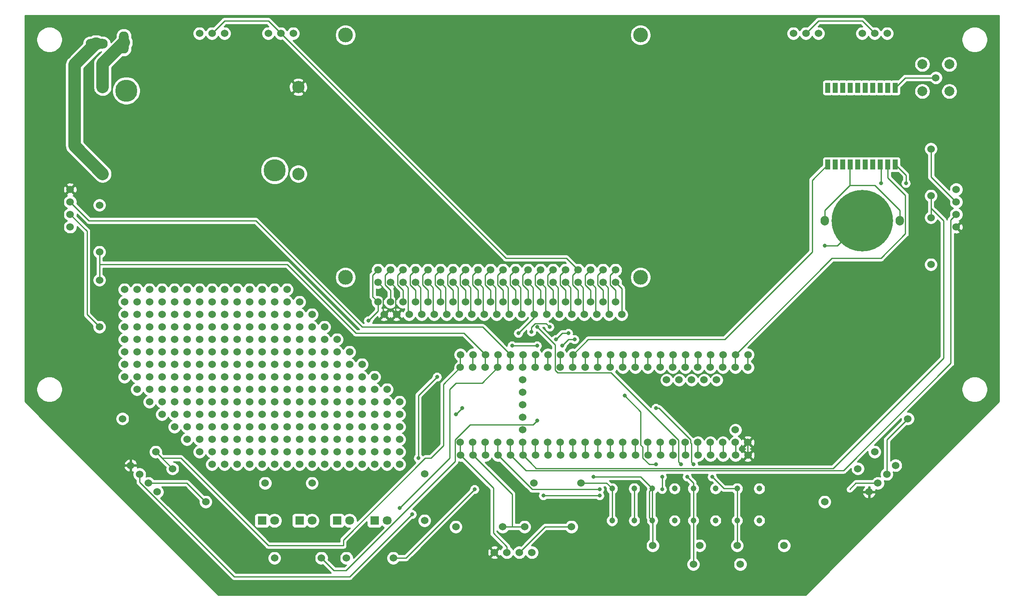
<source format=gbr>
%TF.GenerationSoftware,KiCad,Pcbnew,5.1.5+dfsg1-2build2*%
%TF.CreationDate,2022-02-08T11:10:46-06:00*%
%TF.ProjectId,gpsv1.3,67707376-312e-4332-9e6b-696361645f70,rev?*%
%TF.SameCoordinates,Original*%
%TF.FileFunction,Copper,L1,Top*%
%TF.FilePolarity,Positive*%
%FSLAX46Y46*%
G04 Gerber Fmt 4.6, Leading zero omitted, Abs format (unit mm)*
G04 Created by KiCad (PCBNEW 5.1.5+dfsg1-2build2) date 2022-02-08 11:10:46*
%MOMM*%
%LPD*%
G04 APERTURE LIST*
%TA.AperFunction,ComponentPad*%
%ADD10O,2.000000X4.500000*%
%TD*%
%TA.AperFunction,ComponentPad*%
%ADD11O,4.500000X2.000000*%
%TD*%
%TA.AperFunction,ComponentPad*%
%ADD12C,2.500000*%
%TD*%
%TA.AperFunction,ComponentPad*%
%ADD13C,4.500000*%
%TD*%
%TA.AperFunction,ComponentPad*%
%ADD14C,1.524000*%
%TD*%
%TA.AperFunction,ComponentPad*%
%ADD15C,2.000000*%
%TD*%
%TA.AperFunction,SMDPad,CuDef*%
%ADD16R,1.000000X2.000000*%
%TD*%
%TA.AperFunction,ComponentPad*%
%ADD17C,3.000000*%
%TD*%
%TA.AperFunction,BGAPad,CuDef*%
%ADD18C,12.500000*%
%TD*%
%TA.AperFunction,ComponentPad*%
%ADD19O,1.700000X2.000000*%
%TD*%
%TA.AperFunction,ComponentPad*%
%ADD20C,1.200000*%
%TD*%
%TA.AperFunction,ComponentPad*%
%ADD21R,1.800000X1.800000*%
%TD*%
%TA.AperFunction,ComponentPad*%
%ADD22C,1.800000*%
%TD*%
%TA.AperFunction,ViaPad*%
%ADD23C,0.800000*%
%TD*%
%TA.AperFunction,Conductor*%
%ADD24C,0.250000*%
%TD*%
%TA.AperFunction,Conductor*%
%ADD25C,2.500000*%
%TD*%
%TA.AperFunction,Conductor*%
%ADD26C,0.254000*%
%TD*%
G04 APERTURE END LIST*
D10*
%TO.P,U1,VBattery*%
%TO.N,Net-(DC-DC1-PadIN+)*%
X65900000Y-46300000D03*
D11*
%TO.P,U1,GND*%
%TO.N,Net-(DC-DC1-PadIN-)*%
X60400000Y-46550000D03*
%TD*%
D12*
%TO.P,DC-DC1,OUT+*%
%TO.N,5V*%
X101346000Y-55372000D03*
%TO.P,DC-DC1,OUT-*%
%TO.N,GND*%
X101346000Y-73025000D03*
%TO.P,DC-DC1,IN-*%
%TO.N,Net-(DC-DC1-PadIN-)*%
X61595000Y-73025000D03*
%TO.P,DC-DC1,IN+*%
%TO.N,Net-(DC-DC1-PadIN+)*%
X61607700Y-55372000D03*
D13*
%TO.P,DC-DC1,1*%
%TO.N,N/C*%
X66395600Y-56095900D03*
%TO.P,DC-DC1,2*%
X96545400Y-72275700D03*
%TD*%
D14*
%TO.P,Proto,106*%
%TO.N,N/C*%
X116840000Y-129540000D03*
%TO.P,Proto,105*%
X119380000Y-129540000D03*
%TO.P,Proto,104*%
X119380000Y-127000000D03*
%TO.P,Proto,103*%
X116840000Y-127000000D03*
%TO.P,Proto,102*%
X111760000Y-124460000D03*
%TO.P,Proto,101*%
X114300000Y-124460000D03*
%TO.P,Proto,100*%
X116840000Y-124460000D03*
%TO.P,Proto,99*%
X119380000Y-124460000D03*
%TO.P,Proto,98*%
X119380000Y-121920000D03*
%TO.P,Proto,97*%
X116840000Y-121920000D03*
%TO.P,Proto,96*%
X114300000Y-121920000D03*
%TO.P,Proto,95*%
X111760000Y-121920000D03*
%TO.P,Proto,94*%
X109220000Y-121920000D03*
%TO.P,Proto,92*%
X106680000Y-119380000D03*
%TO.P,Proto,91*%
X109220000Y-119380000D03*
%TO.P,Proto,90*%
X111760000Y-119380000D03*
%TO.P,Proto,89*%
X114300000Y-119380000D03*
%TO.P,Proto,88*%
X116840000Y-119380000D03*
%TO.P,Proto,87*%
X119380000Y-119380000D03*
%TO.P,Proto,86*%
X116840000Y-116840000D03*
%TO.P,Proto,85*%
X114300000Y-116840000D03*
%TO.P,Proto,84*%
X111760000Y-116840000D03*
%TO.P,Proto,83*%
X109220000Y-116840000D03*
%TO.P,Proto,82*%
X106680000Y-116840000D03*
%TO.P,Proto,81*%
X104140000Y-116840000D03*
%TO.P,Proto,80*%
X104140000Y-104140000D03*
%TO.P,Proto,79*%
X104140000Y-106680000D03*
%TO.P,Proto,78*%
X106680000Y-106680000D03*
%TO.P,Proto,77*%
X109220000Y-109220000D03*
%TO.P,Proto,76*%
X106680000Y-109220000D03*
%TO.P,Proto,75*%
X104140000Y-109220000D03*
%TO.P,Proto,74*%
X104140000Y-111760000D03*
%TO.P,Proto,73*%
X106680000Y-111760000D03*
%TO.P,Proto,72*%
X109220000Y-111760000D03*
%TO.P,Proto,71*%
X111760000Y-111760000D03*
%TO.P,Proto,70*%
X114300000Y-114300000D03*
%TO.P,Proto,69*%
X109220000Y-114300000D03*
%TO.P,Proto,68*%
X111760000Y-114300000D03*
%TO.P,Proto,67*%
X104140000Y-114300000D03*
%TO.P,Proto,66*%
X106680000Y-114300000D03*
%TO.P,Proto,65*%
X101600000Y-114300000D03*
%TO.P,Proto,64*%
X101600000Y-111760000D03*
%TO.P,Proto,63*%
X101600000Y-109220000D03*
%TO.P,Proto,62*%
X101600000Y-106680000D03*
%TO.P,Proto,61*%
X101600000Y-104140000D03*
%TO.P,Proto,60*%
X101600000Y-101600000D03*
%TO.P,Proto,59*%
X81280000Y-127000000D03*
%TO.P,Proto,7*%
X96520000Y-129540000D03*
%TO.P,Proto,10*%
X104140000Y-129540000D03*
%TO.P,Proto,14*%
X114300000Y-129540000D03*
%TO.P,Proto,13*%
X111760000Y-129540000D03*
%TO.P,Proto,8*%
X101600000Y-129540000D03*
%TO.P,Proto,3*%
X86360000Y-129540000D03*
%TO.P,Proto,4*%
X88900000Y-129540000D03*
%TO.P,Proto,11*%
X106680000Y-129540000D03*
%TO.P,Proto,12*%
X109220000Y-129540000D03*
%TO.P,Proto,5*%
X91440000Y-129540000D03*
%TO.P,Proto,9*%
X99060000Y-129540000D03*
%TO.P,Proto,2*%
X83820000Y-129540000D03*
%TO.P,Proto,6*%
X93980000Y-129540000D03*
%TO.P,Proto,8*%
X101600000Y-127000000D03*
%TO.P,Proto,14*%
X114300000Y-127000000D03*
%TO.P,Proto,10*%
X104140000Y-127000000D03*
%TO.P,Proto,5*%
X91440000Y-127000000D03*
%TO.P,Proto,13*%
X111760000Y-127000000D03*
%TO.P,Proto,2*%
X83820000Y-127000000D03*
%TO.P,Proto,7*%
X96520000Y-127000000D03*
%TO.P,Proto,6*%
X93980000Y-127000000D03*
%TO.P,Proto,12*%
X109220000Y-127000000D03*
%TO.P,Proto,3*%
X86360000Y-127000000D03*
%TO.P,Proto,4*%
X88900000Y-127000000D03*
%TO.P,Proto,11*%
X106680000Y-127000000D03*
%TO.P,Proto,9*%
X99060000Y-127000000D03*
%TO.P,Proto,6*%
X88900000Y-124460000D03*
%TO.P,Proto,7*%
X91440000Y-124460000D03*
%TO.P,Proto,5*%
X86360000Y-124460000D03*
%TO.P,Proto,12*%
X104140000Y-124460000D03*
%TO.P,Proto,11*%
X101600000Y-124460000D03*
%TO.P,Proto,8*%
X96520000Y-124460000D03*
%TO.P,Proto,9*%
X93980000Y-124460000D03*
%TO.P,Proto,3*%
X81280000Y-124460000D03*
%TO.P,Proto,14*%
X109220000Y-124460000D03*
%TO.P,Proto,10*%
X99060000Y-124460000D03*
%TO.P,Proto,4*%
X83820000Y-124460000D03*
%TO.P,Proto,13*%
X106680000Y-124460000D03*
%TO.P,Proto,2*%
X78740000Y-124460000D03*
%TO.P,Proto,9*%
X91440000Y-121920000D03*
%TO.P,Proto,11*%
X99060000Y-121920000D03*
%TO.P,Proto,12*%
X101600000Y-121920000D03*
%TO.P,Proto,4*%
X81280000Y-121920000D03*
%TO.P,Proto,2*%
X76200000Y-121920000D03*
%TO.P,Proto,14*%
X106680000Y-121920000D03*
%TO.P,Proto,8*%
X93980000Y-121920000D03*
%TO.P,Proto,3*%
X78740000Y-121920000D03*
%TO.P,Proto,13*%
X104140000Y-121920000D03*
%TO.P,Proto,10*%
X96520000Y-121920000D03*
%TO.P,Proto,6*%
X86360000Y-121920000D03*
%TO.P,Proto,7*%
X88900000Y-121920000D03*
%TO.P,Proto,5*%
X83820000Y-121920000D03*
%TO.P,Proto,4*%
X78740000Y-119380000D03*
%TO.P,Proto,6*%
X83820000Y-119380000D03*
%TO.P,Proto,14*%
X104140000Y-119380000D03*
%TO.P,Proto,13*%
X101600000Y-119380000D03*
%TO.P,Proto,3*%
X76200000Y-119380000D03*
%TO.P,Proto,9*%
X88900000Y-119380000D03*
%TO.P,Proto,10*%
X93980000Y-119380000D03*
%TO.P,Proto,7*%
X86360000Y-119380000D03*
%TO.P,Proto,12*%
X99060000Y-119380000D03*
%TO.P,Proto,2*%
X73660000Y-119380000D03*
%TO.P,Proto,8*%
X91440000Y-119380000D03*
%TO.P,Proto,11*%
X96520000Y-119380000D03*
%TO.P,Proto,5*%
X81280000Y-119380000D03*
%TO.P,Proto,6*%
X81280000Y-116840000D03*
%TO.P,Proto,12*%
X96520000Y-116840000D03*
%TO.P,Proto,2*%
X71120000Y-116840000D03*
%TO.P,Proto,8*%
X88900000Y-116840000D03*
%TO.P,Proto,10*%
X91440000Y-116840000D03*
%TO.P,Proto,14*%
X101600000Y-116840000D03*
%TO.P,Proto,13*%
X99060000Y-116840000D03*
%TO.P,Proto,4*%
X76200000Y-116840000D03*
%TO.P,Proto,11*%
X93980000Y-116840000D03*
%TO.P,Proto,3*%
X73660000Y-116840000D03*
%TO.P,Proto,5*%
X78740000Y-116840000D03*
%TO.P,Proto,9*%
X86360000Y-116840000D03*
%TO.P,Proto,7*%
X83820000Y-116840000D03*
%TO.P,Proto,11*%
X91440000Y-114300000D03*
%TO.P,Proto,3*%
X71120000Y-114300000D03*
%TO.P,Proto,6*%
X78740000Y-114300000D03*
%TO.P,Proto,5*%
X76200000Y-114300000D03*
%TO.P,Proto,12*%
X93980000Y-114300000D03*
%TO.P,Proto,13*%
X96520000Y-114300000D03*
%TO.P,Proto,2*%
X68580000Y-114300000D03*
%TO.P,Proto,4*%
X73660000Y-114300000D03*
%TO.P,Proto,9*%
X83820000Y-114300000D03*
%TO.P,Proto,10*%
X88900000Y-114300000D03*
%TO.P,Proto,14*%
X99060000Y-114300000D03*
%TO.P,Proto,8*%
X86360000Y-114300000D03*
%TO.P,Proto,7*%
X81280000Y-114300000D03*
%TO.P,Proto,2*%
X68580000Y-111760000D03*
%TO.P,Proto,4*%
X73660000Y-111760000D03*
%TO.P,Proto,5*%
X76200000Y-111760000D03*
%TO.P,Proto,9*%
X83820000Y-111760000D03*
%TO.P,Proto,6*%
X78740000Y-111760000D03*
%TO.P,Proto,10*%
X88900000Y-111760000D03*
%TO.P,Proto,11*%
X91440000Y-111760000D03*
%TO.P,Proto,12*%
X93980000Y-111760000D03*
%TO.P,Proto,8*%
X86360000Y-111760000D03*
%TO.P,Proto,7*%
X81280000Y-111760000D03*
%TO.P,Proto,3*%
X71120000Y-111760000D03*
%TO.P,Proto,13*%
X96520000Y-111760000D03*
%TO.P,Proto,14*%
X99060000Y-111760000D03*
%TO.P,Proto,12*%
X93980000Y-109220000D03*
%TO.P,Proto,7*%
X81280000Y-109220000D03*
%TO.P,Proto,3*%
X71120000Y-109220000D03*
%TO.P,Proto,9*%
X83820000Y-109220000D03*
%TO.P,Proto,13*%
X96520000Y-109220000D03*
%TO.P,Proto,8*%
X86360000Y-109220000D03*
%TO.P,Proto,10*%
X88900000Y-109220000D03*
%TO.P,Proto,4*%
X73660000Y-109220000D03*
%TO.P,Proto,6*%
X78740000Y-109220000D03*
%TO.P,Proto,11*%
X91440000Y-109220000D03*
%TO.P,Proto,14*%
X99060000Y-109220000D03*
%TO.P,Proto,5*%
X76200000Y-109220000D03*
%TO.P,Proto,2*%
X68580000Y-109220000D03*
%TO.P,Proto,9*%
X83820000Y-106680000D03*
%TO.P,Proto,12*%
X93980000Y-106680000D03*
%TO.P,Proto,7*%
X81280000Y-106680000D03*
%TO.P,Proto,13*%
X96520000Y-106680000D03*
%TO.P,Proto,3*%
X71120000Y-106680000D03*
%TO.P,Proto,4*%
X73660000Y-106680000D03*
%TO.P,Proto,10*%
X88900000Y-106680000D03*
%TO.P,Proto,6*%
X78740000Y-106680000D03*
%TO.P,Proto,8*%
X86360000Y-106680000D03*
%TO.P,Proto,11*%
X91440000Y-106680000D03*
%TO.P,Proto,14*%
X99060000Y-106680000D03*
%TO.P,Proto,5*%
X76200000Y-106680000D03*
%TO.P,Proto,2*%
X68580000Y-106680000D03*
%TO.P,Proto,10*%
X88900000Y-104140000D03*
%TO.P,Proto,12*%
X93980000Y-104140000D03*
%TO.P,Proto,6*%
X78740000Y-104140000D03*
%TO.P,Proto,8*%
X86360000Y-104140000D03*
%TO.P,Proto,4*%
X73660000Y-104140000D03*
%TO.P,Proto,11*%
X91440000Y-104140000D03*
%TO.P,Proto,9*%
X83820000Y-104140000D03*
%TO.P,Proto,7*%
X81280000Y-104140000D03*
%TO.P,Proto,3*%
X71120000Y-104140000D03*
%TO.P,Proto,14*%
X99060000Y-104140000D03*
%TO.P,Proto,13*%
X96520000Y-104140000D03*
%TO.P,Proto,5*%
X76200000Y-104140000D03*
%TO.P,Proto,2*%
X68580000Y-104140000D03*
%TO.P,Proto,5*%
X76200000Y-101600000D03*
%TO.P,Proto,3*%
X71120000Y-101600000D03*
%TO.P,Proto,7*%
X81280000Y-101600000D03*
%TO.P,Proto,4*%
X73660000Y-101600000D03*
%TO.P,Proto,8*%
X86360000Y-101600000D03*
%TO.P,Proto,11*%
X91440000Y-101600000D03*
%TO.P,Proto,14*%
X99060000Y-101600000D03*
%TO.P,Proto,12*%
X93980000Y-101600000D03*
%TO.P,Proto,2*%
X68580000Y-101600000D03*
%TO.P,Proto,10*%
X88900000Y-101600000D03*
%TO.P,Proto,13*%
X96520000Y-101600000D03*
%TO.P,Proto,6*%
X78740000Y-101600000D03*
%TO.P,Proto,9*%
X83820000Y-101600000D03*
%TO.P,Proto,10*%
X88900000Y-99060000D03*
%TO.P,Proto,6*%
X78740000Y-99060000D03*
%TO.P,Proto,3*%
X71120000Y-99060000D03*
%TO.P,Proto,5*%
X76200000Y-99060000D03*
%TO.P,Proto,8*%
X86360000Y-99060000D03*
%TO.P,Proto,9*%
X83820000Y-99060000D03*
%TO.P,Proto,13*%
X96520000Y-99060000D03*
%TO.P,Proto,7*%
X81280000Y-99060000D03*
%TO.P,Proto,14*%
X99060000Y-99060000D03*
%TO.P,Proto,4*%
X73660000Y-99060000D03*
%TO.P,Proto,12*%
X93980000Y-99060000D03*
%TO.P,Proto,11*%
X91440000Y-99060000D03*
%TO.P,Proto,2*%
X68580000Y-99060000D03*
%TO.P,Proto,58*%
X81280000Y-129540000D03*
%TO.P,Proto,57*%
X83820000Y-132080000D03*
%TO.P,Proto,56*%
X86360000Y-132080000D03*
%TO.P,Proto,55*%
X88900000Y-132080000D03*
%TO.P,Proto,54*%
X91440000Y-132080000D03*
%TO.P,Proto,53*%
X93980000Y-132080000D03*
%TO.P,Proto,52*%
X96520000Y-132080000D03*
%TO.P,Proto,51*%
X99060000Y-132080000D03*
%TO.P,Proto,50*%
X101600000Y-132080000D03*
%TO.P,Proto,49*%
X104140000Y-132080000D03*
%TO.P,Proto,48*%
X106680000Y-132080000D03*
%TO.P,Proto,47*%
X109220000Y-132080000D03*
%TO.P,Proto,46*%
X111760000Y-132080000D03*
%TO.P,Proto,45*%
X114300000Y-132080000D03*
%TO.P,Proto,44*%
X116840000Y-132080000D03*
%TO.P,Proto,43*%
X119380000Y-132080000D03*
%TO.P,Proto,42*%
X121920000Y-132080000D03*
%TO.P,Proto,40*%
X121920000Y-129540000D03*
%TO.P,Proto,39*%
X121920000Y-127000000D03*
%TO.P,Proto,38*%
X121920000Y-124460000D03*
%TO.P,Proto,37*%
X121920000Y-121920000D03*
%TO.P,Proto,36*%
X78740000Y-127000000D03*
%TO.P,Proto,35*%
X76200000Y-124460000D03*
%TO.P,Proto,34*%
X73660000Y-121920000D03*
%TO.P,Proto,33*%
X71120000Y-119380000D03*
%TO.P,Proto,32*%
X68580000Y-116840000D03*
%TO.P,Proto,30*%
X121920000Y-119380000D03*
%TO.P,Proto,29*%
X119380000Y-116840000D03*
%TO.P,Proto,28*%
X116840000Y-114300000D03*
%TO.P,Proto,27*%
X114300000Y-111760000D03*
%TO.P,Proto,26*%
X111760000Y-109220000D03*
%TO.P,Proto,25*%
X109220000Y-106680000D03*
%TO.P,Proto,24*%
X106680000Y-104140000D03*
%TO.P,Proto,23*%
X104140000Y-101600000D03*
%TO.P,Proto,22*%
X101600000Y-99060000D03*
%TO.P,Proto,21*%
X66040000Y-114300000D03*
%TO.P,Proto,20*%
X66040000Y-111760000D03*
%TO.P,Proto,19*%
X66040000Y-109220000D03*
%TO.P,Proto,18*%
X66040000Y-106680000D03*
%TO.P,Proto,17*%
X66040000Y-104140000D03*
%TO.P,Proto,16*%
X66040000Y-101600000D03*
%TO.P,Proto,15*%
X66040000Y-99060000D03*
%TO.P,Proto,14*%
X99060000Y-96520000D03*
%TO.P,Proto,13*%
X96520000Y-96520000D03*
%TO.P,Proto,12*%
X93980000Y-96520000D03*
%TO.P,Proto,11*%
X91440000Y-96520000D03*
%TO.P,Proto,10*%
X88900000Y-96520000D03*
%TO.P,Proto,9*%
X83820000Y-96520000D03*
%TO.P,Proto,8*%
X86360000Y-96520000D03*
%TO.P,Proto,7*%
X81280000Y-96520000D03*
%TO.P,Proto,6*%
X78740000Y-96520000D03*
%TO.P,Proto,5*%
X76200000Y-96520000D03*
%TO.P,Proto,4*%
X73660000Y-96520000D03*
%TO.P,Proto,3*%
X71120000Y-96520000D03*
%TO.P,Proto,2*%
X68580000Y-96520000D03*
%TO.P,Proto,1*%
X66040000Y-96520000D03*
%TD*%
D15*
%TO.P,Ant1,Gnd*%
%TO.N,GND*%
X228120000Y-50720000D03*
X233620000Y-50720000D03*
X228120000Y-56220000D03*
X233620000Y-56220000D03*
D14*
%TO.P,Ant1,1*%
%TO.N,Net-(Ant1-Pad1)*%
X230870000Y-53470000D03*
%TD*%
%TO.P,Debug1,1*%
%TO.N,1*%
X117525800Y-99085400D03*
%TO.P,Debug1,2*%
%TO.N,5V*%
X118795800Y-101625400D03*
%TO.P,Debug1,3*%
%TO.N,3*%
X120065800Y-99085400D03*
%TO.P,Debug1,4*%
%TO.N,5V*%
X121335800Y-101625400D03*
%TO.P,Debug1,5*%
%TO.N,5*%
X122605800Y-99085400D03*
%TO.P,Debug1,6*%
%TO.N,GND*%
X123875800Y-101625400D03*
%TO.P,Debug1,7*%
%TO.N,7*%
X125145800Y-99085400D03*
%TO.P,Debug1,8*%
%TO.N,Net-(Debug1-Pad8)*%
X126415800Y-101625400D03*
%TO.P,Debug1,9*%
%TO.N,GND*%
X127685800Y-99085400D03*
%TO.P,Debug1,10*%
%TO.N,Net-(Debug1-Pad10)*%
X128955800Y-101625400D03*
%TO.P,Debug1,11*%
%TO.N,11*%
X130225800Y-99085400D03*
%TO.P,Debug1,12*%
%TO.N,12*%
X131495800Y-101625400D03*
%TO.P,Debug1,13*%
%TO.N,13*%
X132765800Y-99085400D03*
%TO.P,Debug1,14*%
%TO.N,GND*%
X134035800Y-101625400D03*
%TO.P,Debug1,15*%
%TO.N,15*%
X135305800Y-99085400D03*
%TO.P,Debug1,16*%
%TO.N,DIR1*%
X136575800Y-101625400D03*
%TO.P,Debug1,17*%
%TO.N,17*%
X137845800Y-99085400D03*
%TO.P,Debug1,18*%
%TO.N,DIR2*%
X139115800Y-101625400D03*
%TO.P,Debug1,19*%
%TO.N,19*%
X140385800Y-99085400D03*
%TO.P,Debug1,20*%
%TO.N,GND*%
X141655800Y-101625400D03*
%TO.P,Debug1,21*%
%TO.N,21*%
X142925800Y-99085400D03*
%TO.P,Debug1,22*%
%TO.N,22*%
X144195800Y-101625400D03*
%TO.P,Debug1,23*%
%TO.N,23*%
X145465800Y-99085400D03*
%TO.P,Debug1,24*%
%TO.N,24*%
X146735800Y-101625400D03*
%TO.P,Debug1,25*%
%TO.N,GND*%
X148005800Y-99085400D03*
%TO.P,Debug1,26*%
%TO.N,26*%
X149275800Y-101625400D03*
%TO.P,Debug1,27*%
%TO.N,27*%
X150545800Y-99085400D03*
%TO.P,Debug1,28*%
%TO.N,Net-(Debug1-Pad28)*%
X151815800Y-101625400D03*
%TO.P,Debug1,29*%
%TO.N,29*%
X153085800Y-99085400D03*
%TO.P,Debug1,30*%
%TO.N,GND*%
X154355800Y-101625400D03*
%TO.P,Debug1,31*%
%TO.N,31*%
X155625800Y-99085400D03*
%TO.P,Debug1,32*%
%TO.N,PWMLeft*%
X156895800Y-101625400D03*
%TO.P,Debug1,33*%
%TO.N,PWMRight*%
X158165800Y-99085400D03*
%TO.P,Debug1,34*%
%TO.N,GND*%
X159435800Y-101625400D03*
%TO.P,Debug1,35*%
%TO.N,35*%
X160705800Y-99085400D03*
%TO.P,Debug1,36*%
%TO.N,36*%
X161975800Y-101625400D03*
%TO.P,Debug1,37*%
%TO.N,37*%
X163245800Y-99085400D03*
%TO.P,Debug1,38*%
%TO.N,38*%
X164515800Y-101625400D03*
%TO.P,Debug1,39*%
%TO.N,GND*%
X165785800Y-99085400D03*
%TO.P,Debug1,40*%
%TO.N,40*%
X167055800Y-101625400D03*
%TD*%
D16*
%TO.P,PA1,1*%
%TO.N,3.3V*%
X208915000Y-71120000D03*
%TO.P,PA1,2*%
%TO.N,Net-(PA1-Pad2)*%
X210439000Y-71120000D03*
%TO.P,PA1,3*%
%TO.N,Net-(PA1-Pad3)*%
X211963000Y-71120000D03*
%TO.P,PA1,4*%
%TO.N,VBattery*%
X213487000Y-71120000D03*
%TO.P,PA1,5*%
%TO.N,Net-(PA1-Pad5)*%
X215011000Y-71120000D03*
%TO.P,PA1,6*%
%TO.N,Net-(PA1-Pad6)*%
X216535000Y-71120000D03*
%TO.P,PA1,7*%
%TO.N,Net-(PA1-Pad7)*%
X218059000Y-71120000D03*
%TO.P,PA1,8*%
%TO.N,GND*%
X219583000Y-71120000D03*
%TO.P,PA1,9*%
%TO.N,TX0*%
X221107000Y-71120000D03*
%TO.P,PA1,10*%
%TO.N,RX0*%
X222631000Y-71120000D03*
%TO.P,PA1,11*%
%TO.N,Net-(Ant1-Pad1)*%
X222631000Y-55499000D03*
%TO.P,PA1,12*%
%TO.N,Net-(PA1-Pad12)*%
X221107000Y-55499000D03*
%TO.P,PA1,13*%
%TO.N,Net-(PA1-Pad13)*%
X219583000Y-55499000D03*
%TO.P,PA1,14*%
%TO.N,Net-(PA1-Pad14)*%
X218059000Y-55499000D03*
%TO.P,PA1,15*%
%TO.N,Net-(PA1-Pad15)*%
X216535000Y-55499000D03*
%TO.P,PA1,16*%
%TO.N,Net-(PA1-Pad16)*%
X215011000Y-55499000D03*
%TO.P,PA1,17*%
%TO.N,Net-(PA1-Pad17)*%
X213487000Y-55499000D03*
%TO.P,PA1,18*%
%TO.N,Net-(PA1-Pad18)*%
X211963000Y-55499000D03*
%TO.P,PA1,19*%
%TO.N,Net-(PA1-Pad19)*%
X210439000Y-55499000D03*
%TO.P,PA1,20*%
%TO.N,Net-(PA1-Pad20)*%
X208915000Y-55499000D03*
%TD*%
D14*
%TO.P,R1,1*%
%TO.N,Net-(R1-Pad1)*%
X82550000Y-139700000D03*
%TO.P,R1,2*%
%TO.N,TOF1*%
X75814808Y-132964808D03*
%TD*%
%TO.P,R2,2*%
%TO.N,TOF2*%
X60960000Y-94615000D03*
%TO.P,R2,1*%
%TO.N,Net-(R2-Pad1)*%
X60960000Y-104140000D03*
%TD*%
%TO.P,R3,2*%
%TO.N,GND*%
X65654808Y-122804808D03*
%TO.P,R3,1*%
%TO.N,TOF1*%
X72390000Y-129540000D03*
%TD*%
%TO.P,R4,1*%
%TO.N,TOF2*%
X60960000Y-88900000D03*
%TO.P,R4,2*%
%TO.N,GND*%
X60960000Y-79375000D03*
%TD*%
%TO.P,R5,1*%
%TO.N,TOF3*%
X229870000Y-77470000D03*
%TO.P,R5,2*%
%TO.N,Net-(R5-Pad2)*%
X229870000Y-67945000D03*
%TD*%
%TO.P,R6,1*%
%TO.N,TOF4*%
X218440000Y-129540000D03*
%TO.P,R6,2*%
%TO.N,Net-(R6-Pad2)*%
X225175192Y-122804808D03*
%TD*%
%TO.P,R7,2*%
%TO.N,TOF3*%
X229870000Y-81915000D03*
%TO.P,R7,1*%
%TO.N,GND*%
X229870000Y-91440000D03*
%TD*%
%TO.P,R8,2*%
%TO.N,TOF4*%
X215015192Y-132964808D03*
%TO.P,R8,1*%
%TO.N,GND*%
X208280000Y-139700000D03*
%TD*%
%TO.P,R9,2*%
%TO.N,Net-(R9-Pad2)*%
X156845000Y-144780000D03*
%TO.P,R9,1*%
%TO.N,TOF5*%
X147320000Y-144780000D03*
%TD*%
%TO.P,R10,1*%
%TO.N,GND*%
X133350000Y-144780000D03*
%TO.P,R10,2*%
%TO.N,TOF5*%
X142875000Y-144780000D03*
%TD*%
%TO.P,Rasp1,2*%
%TO.N,5V*%
X117540000Y-95080000D03*
%TO.P,Rasp1,3*%
%TO.N,3*%
X120080000Y-92540000D03*
%TO.P,Rasp1,4*%
%TO.N,5V*%
X120080000Y-95080000D03*
%TO.P,Rasp1,5*%
%TO.N,5*%
X122620000Y-92540000D03*
%TO.P,Rasp1,6*%
%TO.N,GND*%
X122620000Y-95080000D03*
%TO.P,Rasp1,7*%
%TO.N,7*%
X125160000Y-92540000D03*
%TO.P,Rasp1,8*%
%TO.N,Net-(Debug1-Pad8)*%
X125160000Y-95080000D03*
%TO.P,Rasp1,9*%
%TO.N,GND*%
X127700000Y-92540000D03*
%TO.P,Rasp1,10*%
%TO.N,Net-(Debug1-Pad10)*%
X127700000Y-95080000D03*
%TO.P,Rasp1,11*%
%TO.N,11*%
X130240000Y-92540000D03*
%TO.P,Rasp1,12*%
%TO.N,12*%
X130240000Y-95080000D03*
%TO.P,Rasp1,13*%
%TO.N,13*%
X132780000Y-92540000D03*
%TO.P,Rasp1,14*%
%TO.N,GND*%
X132780000Y-95080000D03*
%TO.P,Rasp1,15*%
%TO.N,15*%
X135320000Y-92540000D03*
%TO.P,Rasp1,16*%
%TO.N,DIR1*%
X135320000Y-95080000D03*
%TO.P,Rasp1,17*%
%TO.N,17*%
X137860000Y-92540000D03*
%TO.P,Rasp1,18*%
%TO.N,DIR2*%
X137860000Y-95080000D03*
%TO.P,Rasp1,19*%
%TO.N,19*%
X140400000Y-92540000D03*
%TO.P,Rasp1,20*%
%TO.N,GND*%
X140400000Y-95080000D03*
%TO.P,Rasp1,21*%
%TO.N,21*%
X142940000Y-92540000D03*
%TO.P,Rasp1,22*%
%TO.N,22*%
X142940000Y-95080000D03*
%TO.P,Rasp1,23*%
%TO.N,23*%
X145480000Y-92540000D03*
%TO.P,Rasp1,24*%
%TO.N,24*%
X145480000Y-95080000D03*
%TO.P,Rasp1,25*%
%TO.N,GND*%
X148020000Y-92540000D03*
%TO.P,Rasp1,26*%
%TO.N,26*%
X148020000Y-95080000D03*
%TO.P,Rasp1,27*%
%TO.N,27*%
X150560000Y-92540000D03*
%TO.P,Rasp1,28*%
%TO.N,Net-(Debug1-Pad28)*%
X150560000Y-95080000D03*
%TO.P,Rasp1,29*%
%TO.N,29*%
X153100000Y-92540000D03*
%TO.P,Rasp1,30*%
%TO.N,GND*%
X153100000Y-95080000D03*
%TO.P,Rasp1,31*%
%TO.N,31*%
X155640000Y-92540000D03*
%TO.P,Rasp1,32*%
%TO.N,PWMLeft*%
X155640000Y-95080000D03*
%TO.P,Rasp1,33*%
%TO.N,PWMRight*%
X158180000Y-92540000D03*
%TO.P,Rasp1,34*%
%TO.N,GND*%
X158180000Y-95080000D03*
%TO.P,Rasp1,35*%
%TO.N,35*%
X160720000Y-92540000D03*
%TO.P,Rasp1,36*%
%TO.N,36*%
X160720000Y-95080000D03*
%TO.P,Rasp1,37*%
%TO.N,37*%
X163260000Y-92540000D03*
%TO.P,Rasp1,38*%
%TO.N,38*%
X163260000Y-95080000D03*
%TO.P,Rasp1,39*%
%TO.N,GND*%
X165800000Y-92540000D03*
%TO.P,Rasp1,40*%
%TO.N,40*%
X165800000Y-95080000D03*
%TO.P,Rasp1,1*%
%TO.N,1*%
X117540000Y-92540000D03*
D17*
%TO.P,Rasp1,41*%
%TO.N,N/C*%
X110936000Y-94064000D03*
%TO.P,Rasp1,42*%
X170880000Y-94064000D03*
%TO.P,Rasp1,43*%
X110936000Y-44788000D03*
%TO.P,Rasp1,44*%
X170880000Y-44788000D03*
%TD*%
D14*
%TO.P,Teensy1,1*%
%TO.N,RX0*%
X187620000Y-112380000D03*
%TO.P,Teensy1,2*%
%TO.N,Net-(Teensy1-Pad2)*%
X185080000Y-112380000D03*
%TO.P,Teensy1,3*%
%TO.N,Net-(Teensy1-Pad3)*%
X182540000Y-112380000D03*
%TO.P,Teensy1,4*%
%TO.N,Net-(Teensy1-Pad4)*%
X180000000Y-112380000D03*
%TO.P,Teensy1,5*%
%TO.N,Net-(Teensy1-Pad5)*%
X177460000Y-112380000D03*
%TO.P,Teensy1,6*%
%TO.N,Net-(Teensy1-Pad6)*%
X174920000Y-112380000D03*
%TO.P,Teensy1,7*%
%TO.N,Net-(Teensy1-Pad7)*%
X172380000Y-112380000D03*
%TO.P,Teensy1,8*%
%TO.N,Net-(Teensy1-Pad8)*%
X169840000Y-112380000D03*
%TO.P,Teensy1,9*%
%TO.N,Net-(Teensy1-Pad9)*%
X167300000Y-112380000D03*
%TO.P,Teensy1,10*%
%TO.N,Net-(Teensy1-Pad10)*%
X164760000Y-112380000D03*
%TO.P,Teensy1,11*%
%TO.N,Net-(Teensy1-Pad11)*%
X162220000Y-112380000D03*
%TO.P,Teensy1,12*%
%TO.N,Net-(Teensy1-Pad12)*%
X159680000Y-112380000D03*
%TO.P,Teensy1,13*%
%TO.N,Net-(Teensy1-Pad13)*%
X159680000Y-127620000D03*
%TO.P,Teensy1,14*%
%TO.N,Net-(Teensy1-Pad14)*%
X162220000Y-127620000D03*
%TO.P,Teensy1,15*%
%TO.N,Net-(Teensy1-Pad15)*%
X164760000Y-127620000D03*
%TO.P,Teensy1,16*%
%TO.N,Net-(Teensy1-Pad16)*%
X167300000Y-127620000D03*
%TO.P,Teensy1,17*%
%TO.N,Net-(Teensy1-Pad17)*%
X169840000Y-127620000D03*
%TO.P,Teensy1,18*%
%TO.N,Net-(Teensy1-Pad18)*%
X172380000Y-127620000D03*
%TO.P,Teensy1,19*%
%TO.N,Net-(Teensy1-Pad19)*%
X174920000Y-127620000D03*
%TO.P,Teensy1,20*%
%TO.N,Net-(Teensy1-Pad20)*%
X177460000Y-127620000D03*
%TO.P,Teensy1,21*%
%TO.N,Net-(Teensy1-Pad21)*%
X180000000Y-127620000D03*
%TO.P,Teensy1,22*%
%TO.N,Net-(Teensy1-Pad22)*%
X182540000Y-127620000D03*
%TO.P,Teensy1,23*%
%TO.N,Net-(Teensy1-Pad23)*%
X185080000Y-127620000D03*
%TO.P,Teensy1,24*%
%TO.N,SCL*%
X154600000Y-112380000D03*
%TO.P,Teensy1,25*%
%TO.N,SDA*%
X152060000Y-112380000D03*
%TO.P,Teensy1,26*%
%TO.N,Net-(Teensy1-Pad26)*%
X149520000Y-112380000D03*
%TO.P,Teensy1,27*%
%TO.N,Net-(Teensy1-Pad27)*%
X146980000Y-112380000D03*
%TO.P,Teensy1,28*%
%TO.N,Trig5*%
X144440000Y-112380000D03*
%TO.P,Teensy1,29*%
%TO.N,Trig4*%
X141900000Y-112380000D03*
%TO.P,Teensy1,30*%
%TO.N,TOF2*%
X139360000Y-112380000D03*
%TO.P,Teensy1,31*%
%TO.N,Net-(Teensy1-Pad31)*%
X136820000Y-112380000D03*
%TO.P,Teensy1,32*%
%TO.N,TOF1*%
X134280000Y-112380000D03*
%TO.P,Teensy1,33*%
%TO.N,Trig3*%
X134280000Y-127620000D03*
%TO.P,Teensy1,34*%
%TO.N,TOF5*%
X136820000Y-127620000D03*
%TO.P,Teensy1,35*%
%TO.N,Net-(Teensy1-Pad35)*%
X139360000Y-127620000D03*
%TO.P,Teensy1,36*%
%TO.N,Trig2*%
X141900000Y-127620000D03*
%TO.P,Teensy1,37*%
%TO.N,Trig1*%
X144440000Y-127620000D03*
%TO.P,Teensy1,38*%
%TO.N,TOF3*%
X146980000Y-127620000D03*
%TO.P,Teensy1,39*%
%TO.N,TOF4*%
X149520000Y-127620000D03*
%TO.P,Teensy1,40*%
%TO.N,Net-(Teensy1-Pad40)*%
X152060000Y-127620000D03*
%TO.P,Teensy1,41*%
%TO.N,Net-(Teensy1-Pad41)*%
X154600000Y-127620000D03*
%TO.P,Teensy1,0*%
%TO.N,TX0*%
X190160000Y-112380000D03*
%TO.P,Teensy1,G4*%
%TO.N,GND*%
X192700000Y-112380000D03*
%TO.P,Teensy1,V1*%
%TO.N,Net-(Teensy1-PadV1)*%
X187620000Y-127620000D03*
%TO.P,Teensy1,G1*%
%TO.N,GND*%
X190160000Y-127620000D03*
%TO.P,Teensy1,Vin*%
%TO.N,5V*%
X192700000Y-127620000D03*
%TO.P,Teensy1,V2*%
%TO.N,3.3V*%
X157140000Y-112380000D03*
%TO.P,Teensy1,G3*%
%TO.N,GND*%
X157140000Y-127620000D03*
%TO.P,Teensy1,*%
%TO.N,*%
X146980000Y-114920000D03*
X146980000Y-117460000D03*
X146980000Y-120000000D03*
X146980000Y-122540000D03*
X146980000Y-125080000D03*
X186350000Y-114920000D03*
X183810000Y-114920000D03*
X181270000Y-114920000D03*
X178730000Y-114920000D03*
X176190000Y-114920000D03*
%TO.P,Teensy1,G2*%
%TO.N,N/C*%
X190160000Y-125080000D03*
%TD*%
%TO.P,TOF1,4*%
%TO.N,GND*%
X72694077Y-137694077D03*
%TO.P,TOF1,3*%
%TO.N,Net-(R1-Pad1)*%
X70898026Y-135898026D03*
%TO.P,TOF1,2*%
%TO.N,Trig4*%
X69101974Y-134101974D03*
%TO.P,TOF1,1*%
%TO.N,5V*%
X67305923Y-132305923D03*
%TD*%
%TO.P,TOF2,4*%
%TO.N,GND*%
X55000000Y-83810000D03*
%TO.P,TOF2,3*%
%TO.N,Net-(R2-Pad1)*%
X55000000Y-81270000D03*
%TO.P,TOF2,2*%
%TO.N,Trig5*%
X55000000Y-78730000D03*
%TO.P,TOF2,1*%
%TO.N,5V*%
X55000000Y-76190000D03*
%TD*%
%TO.P,TOF3,1*%
%TO.N,5V*%
X235000000Y-83810000D03*
%TO.P,TOF3,2*%
%TO.N,Trig1*%
X235000000Y-81270000D03*
%TO.P,TOF3,3*%
%TO.N,Net-(R5-Pad2)*%
X235000000Y-78730000D03*
%TO.P,TOF3,4*%
%TO.N,GND*%
X235000000Y-76190000D03*
%TD*%
%TO.P,TOF4,1*%
%TO.N,5V*%
X217305923Y-137694077D03*
%TO.P,TOF4,2*%
%TO.N,Trig2*%
X219101974Y-135898026D03*
%TO.P,TOF4,3*%
%TO.N,Net-(R6-Pad2)*%
X220898026Y-134101974D03*
%TO.P,TOF4,4*%
%TO.N,GND*%
X222694077Y-132305923D03*
%TD*%
%TO.P,TOF5,4*%
%TO.N,GND*%
X148810000Y-150000000D03*
%TO.P,TOF5,3*%
%TO.N,Net-(R9-Pad2)*%
X146270000Y-150000000D03*
%TO.P,TOF5,2*%
%TO.N,Trig3*%
X143730000Y-150000000D03*
%TO.P,TOF5,1*%
%TO.N,5V*%
X141190000Y-150000000D03*
%TD*%
%TO.P,U2,24*%
%TO.N,TOF1*%
X134289800Y-109791500D03*
%TO.P,U2,23*%
%TO.N,Net-(Teensy1-Pad31)*%
X136829800Y-109791500D03*
%TO.P,U2,22*%
%TO.N,TOF2*%
X139369800Y-109791500D03*
%TO.P,U2,21*%
%TO.N,Trig4*%
X141909800Y-109791500D03*
%TO.P,U2,20*%
%TO.N,Trig5*%
X144449800Y-109791500D03*
%TO.P,U2,19*%
%TO.N,Net-(Teensy1-Pad27)*%
X146989800Y-109791500D03*
%TO.P,U2,18*%
%TO.N,Net-(Teensy1-Pad26)*%
X149529800Y-109791500D03*
%TO.P,U2,17*%
%TO.N,SDA*%
X152069800Y-109791500D03*
%TO.P,U2,16*%
%TO.N,SCL*%
X154609800Y-109791500D03*
%TO.P,U2,15*%
%TO.N,3.3V*%
X157149800Y-109791500D03*
%TO.P,U2,14*%
%TO.N,Net-(Teensy1-Pad12)*%
X159689800Y-109791500D03*
%TO.P,U2,13*%
%TO.N,Net-(Teensy1-Pad11)*%
X162229800Y-109791500D03*
%TO.P,U2,12*%
%TO.N,Net-(Teensy1-Pad10)*%
X164769800Y-109791500D03*
%TO.P,U2,11*%
%TO.N,Net-(Teensy1-Pad9)*%
X167309800Y-109791500D03*
%TO.P,U2,10*%
%TO.N,Net-(Teensy1-Pad8)*%
X169849800Y-109791500D03*
%TO.P,U2,9*%
%TO.N,Net-(Teensy1-Pad7)*%
X172389800Y-109791500D03*
%TO.P,U2,8*%
%TO.N,Net-(Teensy1-Pad6)*%
X174929800Y-109791500D03*
%TO.P,U2,7*%
%TO.N,Net-(Teensy1-Pad5)*%
X177469800Y-109791500D03*
%TO.P,U2,6*%
%TO.N,Net-(Teensy1-Pad4)*%
X180009800Y-109791500D03*
%TO.P,U2,5*%
%TO.N,Net-(Teensy1-Pad3)*%
X182549800Y-109791500D03*
%TO.P,U2,4*%
%TO.N,Net-(Teensy1-Pad2)*%
X185089800Y-109791500D03*
%TO.P,U2,3*%
%TO.N,RX0*%
X187629800Y-109791500D03*
%TO.P,U2,2*%
%TO.N,TX0*%
X190169800Y-109791500D03*
%TO.P,U2,1*%
%TO.N,GND*%
X192709800Y-109791500D03*
%TD*%
%TO.P,U3,1*%
%TO.N,5V*%
X192722500Y-130238500D03*
%TO.P,U3,2*%
%TO.N,GND*%
X190182500Y-130238500D03*
%TO.P,U3,3*%
%TO.N,Net-(Teensy1-PadV1)*%
X187642500Y-130238500D03*
%TO.P,U3,4*%
%TO.N,Net-(Teensy1-Pad23)*%
X185102500Y-130238500D03*
%TO.P,U3,5*%
%TO.N,Net-(Teensy1-Pad22)*%
X182562500Y-130238500D03*
%TO.P,U3,6*%
%TO.N,Net-(Teensy1-Pad21)*%
X180022500Y-130238500D03*
%TO.P,U3,7*%
%TO.N,Net-(Teensy1-Pad20)*%
X177482500Y-130238500D03*
%TO.P,U3,8*%
%TO.N,Net-(Teensy1-Pad19)*%
X174942500Y-130238500D03*
%TO.P,U3,9*%
%TO.N,Net-(Teensy1-Pad18)*%
X172402500Y-130238500D03*
%TO.P,U3,10*%
%TO.N,Net-(Teensy1-Pad17)*%
X169862500Y-130238500D03*
%TO.P,U3,11*%
%TO.N,Net-(Teensy1-Pad16)*%
X167322500Y-130238500D03*
%TO.P,U3,12*%
%TO.N,Net-(Teensy1-Pad15)*%
X164782500Y-130238500D03*
%TO.P,U3,13*%
%TO.N,Net-(Teensy1-Pad14)*%
X162242500Y-130238500D03*
%TO.P,U3,14*%
%TO.N,Net-(Teensy1-Pad13)*%
X159702500Y-130238500D03*
%TO.P,U3,15*%
%TO.N,GND*%
X157162500Y-130238500D03*
%TO.P,U3,16*%
%TO.N,Net-(Teensy1-Pad41)*%
X154622500Y-130238500D03*
%TO.P,U3,17*%
%TO.N,Net-(Teensy1-Pad40)*%
X152082500Y-130238500D03*
%TO.P,U3,18*%
%TO.N,TOF4*%
X149542500Y-130238500D03*
%TO.P,U3,19*%
%TO.N,TOF3*%
X147002500Y-130238500D03*
%TO.P,U3,20*%
%TO.N,Trig1*%
X144462500Y-130238500D03*
%TO.P,U3,21*%
%TO.N,Trig2*%
X141922500Y-130238500D03*
%TO.P,U3,22*%
%TO.N,Net-(Teensy1-Pad35)*%
X139382500Y-130238500D03*
%TO.P,U3,23*%
%TO.N,TOF5*%
X136842500Y-130238500D03*
%TO.P,U3,24*%
%TO.N,Trig3*%
X134302500Y-130238500D03*
%TD*%
D18*
%TO.P,U4,GND*%
%TO.N,GND*%
X215900000Y-82550000D03*
D19*
%TO.P,U4,VBattery*%
%TO.N,VBattery*%
X223520000Y-82550000D03*
X208280000Y-82550000D03*
%TD*%
D14*
%TO.P,XH-3A1,1*%
%TO.N,GND*%
X201930000Y-44450000D03*
%TO.P,XH-3A1,2*%
%TO.N,PWMLeft*%
X204470000Y-44450000D03*
%TO.P,XH-3A1,3*%
%TO.N,DIR1*%
X207010000Y-44450000D03*
%TD*%
%TO.P,XH-3A2,3*%
%TO.N,DIR1*%
X220980000Y-44450000D03*
%TO.P,XH-3A2,2*%
%TO.N,PWMLeft*%
X218440000Y-44450000D03*
%TO.P,XH-3A2,1*%
%TO.N,GND*%
X215900000Y-44450000D03*
%TD*%
%TO.P,XH-3A3,1*%
%TO.N,GND*%
X81280000Y-44450000D03*
%TO.P,XH-3A3,2*%
%TO.N,PWMRight*%
X83820000Y-44450000D03*
%TO.P,XH-3A3,3*%
%TO.N,DIR2*%
X86360000Y-44450000D03*
%TD*%
%TO.P,XH-3A4,3*%
%TO.N,DIR2*%
X100330000Y-44450000D03*
%TO.P,XH-3A4,2*%
%TO.N,PWMRight*%
X97790000Y-44450000D03*
%TO.P,XH-3A4,1*%
%TO.N,GND*%
X95250000Y-44450000D03*
%TD*%
D20*
%TO.P,B1,2*%
%TO.N,GND*%
X186110000Y-137010000D03*
X186110000Y-143510000D03*
%TO.P,B1,1*%
%TO.N,23*%
X181610000Y-137010000D03*
X181610000Y-143510000D03*
%TD*%
%TO.P,B2,1*%
%TO.N,22*%
X173300000Y-143510000D03*
X173300000Y-137010000D03*
%TO.P,B2,2*%
%TO.N,GND*%
X177800000Y-143510000D03*
X177800000Y-137010000D03*
%TD*%
%TO.P,B3,2*%
%TO.N,GND*%
X195000000Y-137010000D03*
X195000000Y-143510000D03*
%TO.P,B3,1*%
%TO.N,24*%
X190500000Y-137010000D03*
X190500000Y-143510000D03*
%TD*%
%TO.P,B4,1*%
%TO.N,26*%
X165100000Y-143510000D03*
X165100000Y-137010000D03*
%TO.P,B4,2*%
%TO.N,GND*%
X169600000Y-143510000D03*
X169600000Y-137010000D03*
%TD*%
D21*
%TO.P,LED1,1*%
%TO.N,GND*%
X93980000Y-143510000D03*
D22*
%TO.P,LED1,2*%
%TO.N,Net-(LED1-Pad2)*%
X96520000Y-143510000D03*
%TD*%
%TO.P,LED2,2*%
%TO.N,Net-(LED2-Pad2)*%
X104140000Y-143510000D03*
D21*
%TO.P,LED2,1*%
%TO.N,GND*%
X101600000Y-143510000D03*
%TD*%
%TO.P,LED3,1*%
%TO.N,GND*%
X109220000Y-143510000D03*
D22*
%TO.P,LED3,2*%
%TO.N,Net-(LED3-Pad2)*%
X111760000Y-143510000D03*
%TD*%
%TO.P,LED4,2*%
%TO.N,Net-(LED4-Pad2)*%
X119380000Y-143510000D03*
D21*
%TO.P,LED4,1*%
%TO.N,GND*%
X116840000Y-143510000D03*
%TD*%
D14*
%TO.P,R11,2*%
%TO.N,36*%
X106045000Y-151130000D03*
%TO.P,R11,1*%
%TO.N,Net-(LED1-Pad2)*%
X96520000Y-151130000D03*
%TD*%
%TO.P,R12,1*%
%TO.N,Net-(LED2-Pad2)*%
X104140000Y-135890000D03*
%TO.P,R12,2*%
%TO.N,38*%
X94615000Y-135890000D03*
%TD*%
%TO.P,R13,1*%
%TO.N,Net-(LED3-Pad2)*%
X111125000Y-151130000D03*
%TO.P,R13,2*%
%TO.N,40*%
X120650000Y-151130000D03*
%TD*%
%TO.P,R14,2*%
%TO.N,12*%
X127000000Y-133985000D03*
%TO.P,R14,1*%
%TO.N,Net-(LED4-Pad2)*%
X127000000Y-143510000D03*
%TD*%
%TO.P,R15,1*%
%TO.N,23*%
X181610000Y-152400000D03*
%TO.P,R15,2*%
%TO.N,1*%
X191135000Y-152400000D03*
%TD*%
%TO.P,R16,2*%
%TO.N,1*%
X182880000Y-148590000D03*
%TO.P,R16,1*%
%TO.N,22*%
X173355000Y-148590000D03*
%TD*%
%TO.P,R17,2*%
%TO.N,1*%
X200025000Y-148590000D03*
%TO.P,R17,1*%
%TO.N,24*%
X190500000Y-148590000D03*
%TD*%
%TO.P,R18,1*%
%TO.N,26*%
X158750000Y-135890000D03*
%TO.P,R18,2*%
%TO.N,1*%
X149225000Y-135890000D03*
%TD*%
D23*
%TO.N,GND*%
X208280000Y-87630000D03*
X219710000Y-74930000D03*
%TO.N,5V*%
X113030000Y-88900000D03*
%TO.N,RX0*%
X224790000Y-74930000D03*
%TO.N,Trig4*%
X121920000Y-140970000D03*
X124460000Y-142240000D03*
%TO.N,Trig2*%
X162560000Y-137160000D03*
%TO.N,1*%
X115570000Y-102870000D03*
%TO.N,23*%
X180340000Y-134620000D03*
X179070000Y-132080000D03*
X149860000Y-104140000D03*
%TO.N,22*%
X161290000Y-134620000D03*
%TO.N,24*%
X185420000Y-134620000D03*
X181610000Y-132080000D03*
X173990000Y-120650000D03*
X152400000Y-104140000D03*
X148719993Y-105124288D03*
%TO.N,26*%
X146050000Y-105410000D03*
%TO.N,12*%
X129540000Y-114300000D03*
X125730000Y-130810000D03*
%TO.N,36*%
X156210000Y-105410000D03*
X153670000Y-106680000D03*
X149860000Y-123190000D03*
%TO.N,38*%
X157480000Y-106680000D03*
X154940000Y-107950000D03*
X149860000Y-107950000D03*
X144780000Y-107950000D03*
X134620000Y-120650000D03*
X133350000Y-121920000D03*
%TO.N,40*%
X137160000Y-137160000D03*
X151130000Y-138430000D03*
X162560000Y-138430000D03*
X175260000Y-137160000D03*
X175260000Y-134620000D03*
X173990000Y-132080000D03*
X167640000Y-118110000D03*
%TD*%
D24*
%TO.N,GND*%
X165800000Y-92540000D02*
X165970000Y-92710000D01*
X190182500Y-127642500D02*
X190160000Y-127620000D01*
X190182500Y-130238500D02*
X190182500Y-127642500D01*
X157140000Y-130216000D02*
X157162500Y-130238500D01*
X157140000Y-127620000D02*
X157140000Y-130216000D01*
X192700000Y-109801300D02*
X192709800Y-109791500D01*
X192700000Y-112380000D02*
X192700000Y-109801300D01*
X123692801Y-101442401D02*
X123875800Y-101625400D01*
X123692801Y-96152801D02*
X123692801Y-101442401D01*
X122620000Y-95080000D02*
X123692801Y-96152801D01*
X127685800Y-96674562D02*
X127685800Y-99085400D01*
X126612999Y-95601761D02*
X127685800Y-96674562D01*
X126612999Y-93627001D02*
X126612999Y-95601761D01*
X127700000Y-92540000D02*
X126612999Y-93627001D01*
X133852801Y-101442401D02*
X134035800Y-101625400D01*
X133852801Y-96152801D02*
X133852801Y-101442401D01*
X132780000Y-95080000D02*
X133852801Y-96152801D01*
X141472801Y-96152801D02*
X141472801Y-101442401D01*
X141472801Y-101442401D02*
X141655800Y-101625400D01*
X140400000Y-95080000D02*
X141472801Y-96152801D01*
X154172801Y-101442401D02*
X154355800Y-101625400D01*
X154172801Y-96152801D02*
X154172801Y-101442401D01*
X153100000Y-95080000D02*
X154172801Y-96152801D01*
X148005800Y-96674562D02*
X148005800Y-99085400D01*
X146932999Y-95601761D02*
X148005800Y-96674562D01*
X146932999Y-93627001D02*
X146932999Y-95601761D01*
X148020000Y-92540000D02*
X146932999Y-93627001D01*
X159252801Y-96152801D02*
X159252801Y-101442401D01*
X159252801Y-101442401D02*
X159435800Y-101625400D01*
X158180000Y-95080000D02*
X159252801Y-96152801D01*
X165785800Y-96674562D02*
X165785800Y-99085400D01*
X164712999Y-95601761D02*
X165785800Y-96674562D01*
X164712999Y-93627001D02*
X164712999Y-95601761D01*
X165800000Y-92540000D02*
X164712999Y-93627001D01*
X219710000Y-71247000D02*
X219583000Y-71120000D01*
X219710000Y-74930000D02*
X219710000Y-71247000D01*
X210820000Y-87630000D02*
X215900000Y-82550000D01*
X208280000Y-87630000D02*
X210820000Y-87630000D01*
X169600000Y-142661472D02*
X169600000Y-137010000D01*
X169600000Y-143510000D02*
X169600000Y-142661472D01*
%TO.N,Net-(Ant1-Pad1)*%
X224660000Y-53470000D02*
X230870000Y-53470000D01*
X222631000Y-55499000D02*
X224660000Y-53470000D01*
%TO.N,5V*%
X192700000Y-130216000D02*
X192722500Y-130238500D01*
X192700000Y-127620000D02*
X192700000Y-130216000D01*
X118612801Y-101442401D02*
X118795800Y-101625400D01*
X118612801Y-96152801D02*
X118612801Y-101442401D01*
X117540000Y-95080000D02*
X118612801Y-96152801D01*
X121152801Y-101442401D02*
X121335800Y-101625400D01*
X121152801Y-96152801D02*
X121152801Y-101442401D01*
X120080000Y-95080000D02*
X121152801Y-96152801D01*
D25*
%TO.N,Net-(DC-DC1-PadIN-)*%
X55880000Y-67310000D02*
X61595000Y-73025000D01*
X55880000Y-50800000D02*
X55880000Y-67310000D01*
X60130000Y-46550000D02*
X60400000Y-46550000D01*
X55880000Y-50800000D02*
X60130000Y-46550000D01*
%TO.N,Net-(DC-DC1-PadIN+)*%
X61607700Y-55372000D02*
X61607700Y-50592300D01*
X61607700Y-50592300D02*
X65900000Y-46300000D01*
D24*
%TO.N,Net-(Debug1-Pad8)*%
X126232801Y-101442401D02*
X126415800Y-101625400D01*
X126232801Y-96152801D02*
X126232801Y-101442401D01*
X125160000Y-95080000D02*
X126232801Y-96152801D01*
%TO.N,Net-(Debug1-Pad10)*%
X128772801Y-101442401D02*
X128955800Y-101625400D01*
X128772801Y-96152801D02*
X128772801Y-101442401D01*
X127700000Y-95080000D02*
X128772801Y-96152801D01*
%TO.N,12*%
X131312801Y-101442401D02*
X131495800Y-101625400D01*
X131312801Y-96152801D02*
X131312801Y-101442401D01*
X130240000Y-95080000D02*
X131312801Y-96152801D01*
%TO.N,DIR1*%
X136392801Y-101442401D02*
X136575800Y-101625400D01*
X136392801Y-96152801D02*
X136392801Y-101442401D01*
X135320000Y-95080000D02*
X136392801Y-96152801D01*
%TO.N,DIR2*%
X138932801Y-101442401D02*
X139115800Y-101625400D01*
X138932801Y-96152801D02*
X138932801Y-101442401D01*
X137860000Y-95080000D02*
X138932801Y-96152801D01*
%TO.N,22*%
X144012801Y-101442401D02*
X144195800Y-101625400D01*
X144012801Y-96152801D02*
X144012801Y-101442401D01*
X142940000Y-95080000D02*
X144012801Y-96152801D01*
%TO.N,24*%
X146552801Y-101442401D02*
X146735800Y-101625400D01*
X146552801Y-96152801D02*
X146552801Y-101442401D01*
X145480000Y-95080000D02*
X146552801Y-96152801D01*
%TO.N,26*%
X149092801Y-101442401D02*
X149275800Y-101625400D01*
X149092801Y-96152801D02*
X149092801Y-101442401D01*
X148020000Y-95080000D02*
X149092801Y-96152801D01*
%TO.N,Net-(Debug1-Pad28)*%
X151632801Y-101442401D02*
X151815800Y-101625400D01*
X151632801Y-96152801D02*
X151632801Y-101442401D01*
X150560000Y-95080000D02*
X151632801Y-96152801D01*
%TO.N,PWMLeft*%
X156712801Y-101442401D02*
X156895800Y-101625400D01*
X156712801Y-96152801D02*
X156712801Y-101442401D01*
X155640000Y-95080000D02*
X156712801Y-96152801D01*
X204470000Y-44450000D02*
X207010000Y-41910000D01*
X207010000Y-41910000D02*
X215900000Y-41910000D01*
X215900000Y-41910000D02*
X218440000Y-44450000D01*
%TO.N,PWMRight*%
X158165800Y-96674562D02*
X158165800Y-99085400D01*
X157092999Y-95601761D02*
X158165800Y-96674562D01*
X157092999Y-93627001D02*
X157092999Y-95601761D01*
X158180000Y-92540000D02*
X157092999Y-93627001D01*
X83820000Y-44450000D02*
X86360000Y-41910000D01*
X86360000Y-41910000D02*
X95250000Y-41910000D01*
X95250000Y-41910000D02*
X97790000Y-44450000D01*
X155810000Y-90170000D02*
X158180000Y-92540000D01*
X143510000Y-90170000D02*
X155810000Y-90170000D01*
X97790000Y-44450000D02*
X143510000Y-90170000D01*
%TO.N,36*%
X161792801Y-101442401D02*
X161975800Y-101625400D01*
X161792801Y-96152801D02*
X161792801Y-101442401D01*
X160720000Y-95080000D02*
X161792801Y-96152801D01*
%TO.N,38*%
X164332801Y-101442401D02*
X164515800Y-101625400D01*
X164332801Y-96152801D02*
X164332801Y-101442401D01*
X163260000Y-95080000D02*
X164332801Y-96152801D01*
%TO.N,40*%
X167055800Y-96335800D02*
X167055800Y-101625400D01*
X165800000Y-95080000D02*
X167055800Y-96335800D01*
%TO.N,3.3V*%
X157140000Y-109801300D02*
X157149800Y-109791500D01*
X157140000Y-112380000D02*
X157140000Y-109801300D01*
X157149800Y-109791500D02*
X160261300Y-106680000D01*
X160261300Y-106680000D02*
X187960000Y-106680000D01*
X187960000Y-106680000D02*
X205740000Y-88900000D01*
X205740000Y-74295000D02*
X208915000Y-71120000D01*
X205740000Y-88900000D02*
X205740000Y-74295000D01*
%TO.N,VBattery*%
X208280000Y-80438998D02*
X213360000Y-75358998D01*
X208280000Y-82550000D02*
X208280000Y-80438998D01*
X213360000Y-71247000D02*
X213487000Y-71120000D01*
X213360000Y-75358998D02*
X213360000Y-71247000D01*
X218440000Y-75358998D02*
X213360000Y-75358998D01*
X223520000Y-80438998D02*
X218440000Y-75358998D01*
X223520000Y-82550000D02*
X223520000Y-80438998D01*
%TO.N,TX0*%
X190160000Y-109801300D02*
X190169800Y-109791500D01*
X190160000Y-112380000D02*
X190160000Y-109801300D01*
X190169800Y-109791500D02*
X209791300Y-90170000D01*
X209791300Y-90170000D02*
X219710000Y-90170000D01*
X224695010Y-85184990D02*
X224695010Y-77375010D01*
X219710000Y-90170000D02*
X224695010Y-85184990D01*
X221107000Y-73787000D02*
X221107000Y-71120000D01*
X224695010Y-77375010D02*
X221107000Y-73787000D01*
%TO.N,RX0*%
X187620000Y-109801300D02*
X187629800Y-109791500D01*
X187620000Y-112380000D02*
X187620000Y-109801300D01*
X224790000Y-73279000D02*
X222631000Y-71120000D01*
X224790000Y-74930000D02*
X224790000Y-73279000D01*
%TO.N,Net-(R1-Pad1)*%
X70898026Y-135898026D02*
X78731974Y-135898026D01*
X82533948Y-139700000D02*
X82550000Y-139700000D01*
X78731974Y-135898026D02*
X82533948Y-139700000D01*
%TO.N,TOF1*%
X134280000Y-109801300D02*
X134289800Y-109791500D01*
X134280000Y-112380000D02*
X134280000Y-109801300D01*
X134280000Y-112380000D02*
X130810000Y-115850000D01*
X130810000Y-115850000D02*
X130810000Y-128270000D01*
X110490000Y-148590000D02*
X95250000Y-148590000D01*
X77470000Y-130810000D02*
X73660000Y-130810000D01*
X95250000Y-148590000D02*
X77470000Y-130810000D01*
X73660000Y-130810000D02*
X75814808Y-132964808D01*
X72390000Y-129540000D02*
X73660000Y-130810000D01*
X110490000Y-147474998D02*
X127154998Y-130810000D01*
X110490000Y-148590000D02*
X110490000Y-147474998D01*
X128270000Y-130810000D02*
X130810000Y-128270000D01*
X127154998Y-130810000D02*
X128270000Y-130810000D01*
%TO.N,TOF2*%
X139360000Y-109801300D02*
X139369800Y-109791500D01*
X139360000Y-112380000D02*
X139360000Y-109801300D01*
X60960000Y-94615000D02*
X60960000Y-91440000D01*
X60960000Y-91440000D02*
X68580000Y-91440000D01*
X60960000Y-91440000D02*
X60960000Y-88900000D01*
X134988300Y-105410000D02*
X113030000Y-105410000D01*
X99060000Y-91440000D02*
X68580000Y-91440000D01*
X113030000Y-105410000D02*
X99060000Y-91440000D01*
X139369800Y-109791500D02*
X134988300Y-105410000D01*
%TO.N,Net-(R2-Pad1)*%
X55000000Y-81270000D02*
X58420000Y-84690000D01*
X58420000Y-101600000D02*
X60960000Y-104140000D01*
X58420000Y-84690000D02*
X58420000Y-101600000D01*
%TO.N,TOF3*%
X146980000Y-130216000D02*
X147002500Y-130238500D01*
X146980000Y-127620000D02*
X146980000Y-130216000D01*
X229870000Y-80010000D02*
X229870000Y-81915000D01*
X229870000Y-77470000D02*
X229870000Y-80010000D01*
X148590000Y-131826000D02*
X147002500Y-130238500D01*
X149663990Y-132899990D02*
X148590000Y-131826000D01*
X210000010Y-132899990D02*
X149663990Y-132899990D01*
X232410000Y-110490000D02*
X210000010Y-132899990D01*
X232410000Y-82550000D02*
X232410000Y-110490000D01*
X229870000Y-80010000D02*
X232410000Y-82550000D01*
%TO.N,Net-(R5-Pad2)*%
X235000000Y-78730000D02*
X229930000Y-73660000D01*
X229930000Y-68005000D02*
X229870000Y-67945000D01*
X229930000Y-73660000D02*
X229930000Y-68005000D01*
%TO.N,TOF4*%
X149520000Y-130216000D02*
X149542500Y-130238500D01*
X149520000Y-127620000D02*
X149520000Y-130216000D01*
%TO.N,Net-(R6-Pad2)*%
X220898026Y-127081974D02*
X225175192Y-122804808D01*
X220898026Y-134101974D02*
X220898026Y-127081974D01*
%TO.N,Net-(R9-Pad2)*%
X151490000Y-144780000D02*
X156845000Y-144780000D01*
X146270000Y-150000000D02*
X151490000Y-144780000D01*
%TO.N,TOF5*%
X136820000Y-130216000D02*
X136842500Y-130238500D01*
X136820000Y-127620000D02*
X136820000Y-130216000D01*
X136842500Y-130238500D02*
X144780000Y-138176000D01*
X144780000Y-138176000D02*
X144780000Y-144780000D01*
X144780000Y-144780000D02*
X142875000Y-144780000D01*
X147320000Y-144780000D02*
X144780000Y-144780000D01*
%TO.N,Net-(Teensy1-Pad2)*%
X185080000Y-109801300D02*
X185089800Y-109791500D01*
X185080000Y-112380000D02*
X185080000Y-109801300D01*
%TO.N,Net-(Teensy1-Pad3)*%
X182540000Y-109801300D02*
X182549800Y-109791500D01*
X182540000Y-112380000D02*
X182540000Y-109801300D01*
%TO.N,Net-(Teensy1-Pad4)*%
X180000000Y-109801300D02*
X180009800Y-109791500D01*
X180000000Y-112380000D02*
X180000000Y-109801300D01*
%TO.N,Net-(Teensy1-Pad5)*%
X177460000Y-109801300D02*
X177469800Y-109791500D01*
X177460000Y-112380000D02*
X177460000Y-109801300D01*
%TO.N,Net-(Teensy1-Pad6)*%
X174920000Y-109801300D02*
X174929800Y-109791500D01*
X174920000Y-112380000D02*
X174920000Y-109801300D01*
%TO.N,Net-(Teensy1-Pad7)*%
X172380000Y-109801300D02*
X172389800Y-109791500D01*
X172380000Y-112380000D02*
X172380000Y-109801300D01*
%TO.N,Net-(Teensy1-Pad8)*%
X169840000Y-109801300D02*
X169849800Y-109791500D01*
X169840000Y-112380000D02*
X169840000Y-109801300D01*
%TO.N,Net-(Teensy1-Pad9)*%
X167300000Y-109801300D02*
X167309800Y-109791500D01*
X167300000Y-112380000D02*
X167300000Y-109801300D01*
%TO.N,Net-(Teensy1-Pad10)*%
X164760000Y-109801300D02*
X164769800Y-109791500D01*
X164760000Y-112380000D02*
X164760000Y-109801300D01*
%TO.N,Net-(Teensy1-Pad11)*%
X162220000Y-109801300D02*
X162229800Y-109791500D01*
X162220000Y-112380000D02*
X162220000Y-109801300D01*
%TO.N,Net-(Teensy1-Pad12)*%
X159680000Y-109801300D02*
X159689800Y-109791500D01*
X159680000Y-112380000D02*
X159680000Y-109801300D01*
%TO.N,Net-(Teensy1-Pad13)*%
X159680000Y-130216000D02*
X159702500Y-130238500D01*
X159680000Y-127620000D02*
X159680000Y-130216000D01*
%TO.N,Net-(Teensy1-Pad14)*%
X162220000Y-130216000D02*
X162242500Y-130238500D01*
X162220000Y-127620000D02*
X162220000Y-130216000D01*
%TO.N,Net-(Teensy1-Pad15)*%
X164760000Y-130216000D02*
X164782500Y-130238500D01*
X164760000Y-127620000D02*
X164760000Y-130216000D01*
%TO.N,Net-(Teensy1-Pad16)*%
X167300000Y-130216000D02*
X167322500Y-130238500D01*
X167300000Y-127620000D02*
X167300000Y-130216000D01*
%TO.N,Net-(Teensy1-Pad17)*%
X169840000Y-130216000D02*
X169862500Y-130238500D01*
X169840000Y-127620000D02*
X169840000Y-130216000D01*
%TO.N,Net-(Teensy1-Pad18)*%
X172380000Y-130216000D02*
X172402500Y-130238500D01*
X172380000Y-127620000D02*
X172380000Y-130216000D01*
%TO.N,Net-(Teensy1-Pad19)*%
X174920000Y-130216000D02*
X174942500Y-130238500D01*
X174920000Y-127620000D02*
X174920000Y-130216000D01*
%TO.N,Net-(Teensy1-Pad20)*%
X177460000Y-130216000D02*
X177482500Y-130238500D01*
X177460000Y-127620000D02*
X177460000Y-130216000D01*
%TO.N,Net-(Teensy1-Pad21)*%
X180000000Y-130216000D02*
X180022500Y-130238500D01*
X180000000Y-127620000D02*
X180000000Y-130216000D01*
%TO.N,Net-(Teensy1-Pad22)*%
X182540000Y-130216000D02*
X182562500Y-130238500D01*
X182540000Y-127620000D02*
X182540000Y-130216000D01*
%TO.N,Net-(Teensy1-Pad23)*%
X185080000Y-130216000D02*
X185102500Y-130238500D01*
X185080000Y-127620000D02*
X185080000Y-130216000D01*
%TO.N,SCL*%
X154600000Y-109801300D02*
X154609800Y-109791500D01*
X154600000Y-112380000D02*
X154600000Y-109801300D01*
%TO.N,SDA*%
X152060000Y-109801300D02*
X152069800Y-109791500D01*
X152060000Y-112380000D02*
X152060000Y-109801300D01*
%TO.N,Net-(Teensy1-Pad26)*%
X149520000Y-109801300D02*
X149529800Y-109791500D01*
X149520000Y-112380000D02*
X149520000Y-109801300D01*
%TO.N,Net-(Teensy1-Pad27)*%
X146980000Y-109801300D02*
X146989800Y-109791500D01*
X146980000Y-112380000D02*
X146980000Y-109801300D01*
%TO.N,Trig5*%
X144440000Y-109801300D02*
X144449800Y-109791500D01*
X144440000Y-112380000D02*
X144440000Y-109801300D01*
X138798300Y-104140000D02*
X144449800Y-109791500D01*
X92710000Y-82550000D02*
X114300000Y-104140000D01*
X58820000Y-82550000D02*
X92710000Y-82550000D01*
X114300000Y-104140000D02*
X138798300Y-104140000D01*
X55000000Y-78730000D02*
X58820000Y-82550000D01*
%TO.N,Trig4*%
X141900000Y-109801300D02*
X141909800Y-109791500D01*
X141900000Y-112380000D02*
X141900000Y-109801300D01*
X133350000Y-115570000D02*
X138710000Y-115570000D01*
X132080000Y-116840000D02*
X133350000Y-115570000D01*
X132080000Y-129540000D02*
X132080000Y-116840000D01*
X138710000Y-115570000D02*
X141900000Y-112380000D01*
X132080000Y-130810000D02*
X121920000Y-140970000D01*
X132080000Y-129540000D02*
X132080000Y-130810000D01*
X69101974Y-135710736D02*
X69101974Y-134101974D01*
X88331238Y-154940000D02*
X69101974Y-135710736D01*
X111760000Y-154940000D02*
X88331238Y-154940000D01*
X124460000Y-142240000D02*
X111760000Y-154940000D01*
%TO.N,Trig3*%
X134280000Y-130216000D02*
X134302500Y-130238500D01*
X134280000Y-127620000D02*
X134280000Y-130216000D01*
X143730000Y-150000000D02*
X143730000Y-148810000D01*
X143730000Y-148810000D02*
X140970000Y-146050000D01*
X140970000Y-136906000D02*
X134302500Y-130238500D01*
X140970000Y-146050000D02*
X140970000Y-136906000D01*
%TO.N,Trig2*%
X141900000Y-130216000D02*
X141922500Y-130238500D01*
X141900000Y-127620000D02*
X141900000Y-130216000D01*
X214621974Y-135898026D02*
X219101974Y-135898026D01*
X213360000Y-137160000D02*
X214621974Y-135898026D01*
X148844000Y-137160000D02*
X141922500Y-130238500D01*
X148844000Y-137160000D02*
X162560000Y-137160000D01*
%TO.N,Trig1*%
X144440000Y-130216000D02*
X144462500Y-130238500D01*
X144440000Y-127620000D02*
X144440000Y-130216000D01*
X233912999Y-82357001D02*
X233912999Y-111527001D01*
X235000000Y-81270000D02*
X233912999Y-82357001D01*
X233912999Y-111527001D02*
X212090000Y-133350000D01*
X147574000Y-133350000D02*
X144462500Y-130238500D01*
X212090000Y-133350000D02*
X147574000Y-133350000D01*
%TO.N,Net-(Teensy1-Pad40)*%
X152060000Y-130216000D02*
X152082500Y-130238500D01*
X152060000Y-127620000D02*
X152060000Y-130216000D01*
%TO.N,Net-(Teensy1-Pad41)*%
X154600000Y-130216000D02*
X154622500Y-130238500D01*
X154600000Y-127620000D02*
X154600000Y-130216000D01*
%TO.N,Net-(Teensy1-PadV1)*%
X187642500Y-127642500D02*
X187620000Y-127620000D01*
X187642500Y-130238500D02*
X187642500Y-127642500D01*
%TO.N,1*%
X116452999Y-93627001D02*
X117540000Y-92540000D01*
X116452999Y-98012599D02*
X116452999Y-93627001D01*
X117525800Y-99085400D02*
X116452999Y-98012599D01*
X117525800Y-100914200D02*
X115570000Y-102870000D01*
X117525800Y-99085400D02*
X117525800Y-100914200D01*
%TO.N,3*%
X120065800Y-96674562D02*
X120065800Y-99085400D01*
X118992999Y-95601761D02*
X120065800Y-96674562D01*
X118992999Y-93627001D02*
X118992999Y-95601761D01*
X120080000Y-92540000D02*
X118992999Y-93627001D01*
%TO.N,5*%
X121532999Y-95601761D02*
X122605800Y-96674562D01*
X121532999Y-93627001D02*
X121532999Y-95601761D01*
X122605800Y-96674562D02*
X122605800Y-99085400D01*
X122620000Y-92540000D02*
X121532999Y-93627001D01*
%TO.N,7*%
X125145800Y-96674562D02*
X125145800Y-99085400D01*
X124072999Y-95601761D02*
X125145800Y-96674562D01*
X124072999Y-93627001D02*
X124072999Y-95601761D01*
X125160000Y-92540000D02*
X124072999Y-93627001D01*
%TO.N,11*%
X129152999Y-95601761D02*
X130225800Y-96674562D01*
X130225800Y-96674562D02*
X130225800Y-99085400D01*
X129152999Y-93627001D02*
X129152999Y-95601761D01*
X130240000Y-92540000D02*
X129152999Y-93627001D01*
%TO.N,13*%
X132765800Y-96674562D02*
X132765800Y-99085400D01*
X131692999Y-95601761D02*
X132765800Y-96674562D01*
X131692999Y-93627001D02*
X131692999Y-95601761D01*
X132780000Y-92540000D02*
X131692999Y-93627001D01*
%TO.N,15*%
X135305800Y-96674562D02*
X135305800Y-99085400D01*
X134232999Y-95601761D02*
X135305800Y-96674562D01*
X134232999Y-93627001D02*
X134232999Y-95601761D01*
X135320000Y-92540000D02*
X134232999Y-93627001D01*
%TO.N,17*%
X137845800Y-96674562D02*
X137845800Y-99085400D01*
X136772999Y-95601761D02*
X137845800Y-96674562D01*
X136772999Y-93627001D02*
X136772999Y-95601761D01*
X137860000Y-92540000D02*
X136772999Y-93627001D01*
%TO.N,19*%
X140385800Y-96674562D02*
X140385800Y-99085400D01*
X139312999Y-95601761D02*
X140385800Y-96674562D01*
X139312999Y-93627001D02*
X139312999Y-95601761D01*
X140400000Y-92540000D02*
X139312999Y-93627001D01*
%TO.N,21*%
X141852999Y-95601761D02*
X142925800Y-96674562D01*
X141852999Y-93627001D02*
X141852999Y-95601761D01*
X142925800Y-96674562D02*
X142925800Y-99085400D01*
X142940000Y-92540000D02*
X141852999Y-93627001D01*
%TO.N,23*%
X145465800Y-96674562D02*
X145465800Y-99085400D01*
X144392999Y-95601761D02*
X145465800Y-96674562D01*
X144392999Y-93627001D02*
X144392999Y-95601761D01*
X145480000Y-92540000D02*
X144392999Y-93627001D01*
X181610000Y-152400000D02*
X181610000Y-143510000D01*
X181610000Y-143510000D02*
X181610000Y-137610010D01*
X181610000Y-137010000D02*
X181610000Y-143510000D01*
X181610000Y-135890000D02*
X180340000Y-134620000D01*
X181610000Y-137010000D02*
X181610000Y-135890000D01*
X164915763Y-113467001D02*
X156647001Y-113467001D01*
X178569501Y-127120739D02*
X164915763Y-113467001D01*
X178569501Y-131579501D02*
X178569501Y-127120739D01*
X179070000Y-132080000D02*
X178569501Y-131579501D01*
X153512999Y-107792999D02*
X149860000Y-104140000D01*
X153512999Y-112901761D02*
X153512999Y-107792999D01*
X154078239Y-113467001D02*
X153512999Y-112901761D01*
X156647001Y-113467001D02*
X154078239Y-113467001D01*
%TO.N,27*%
X150545800Y-96674562D02*
X150545800Y-99085400D01*
X149472999Y-95601761D02*
X150545800Y-96674562D01*
X149472999Y-93627001D02*
X149472999Y-95601761D01*
X150560000Y-92540000D02*
X149472999Y-93627001D01*
%TO.N,29*%
X153085800Y-96674562D02*
X153085800Y-99085400D01*
X152012999Y-95601761D02*
X153085800Y-96674562D01*
X152012999Y-93627001D02*
X152012999Y-95601761D01*
X153100000Y-92540000D02*
X152012999Y-93627001D01*
%TO.N,31*%
X155625800Y-96674562D02*
X155625800Y-99085400D01*
X154552999Y-95601761D02*
X155625800Y-96674562D01*
X154552999Y-93627001D02*
X154552999Y-95601761D01*
X155640000Y-92540000D02*
X154552999Y-93627001D01*
%TO.N,35*%
X160705800Y-96674562D02*
X160705800Y-99085400D01*
X159632999Y-95601761D02*
X160705800Y-96674562D01*
X159632999Y-93627001D02*
X159632999Y-95601761D01*
X160720000Y-92540000D02*
X159632999Y-93627001D01*
%TO.N,37*%
X163245800Y-96674562D02*
X163245800Y-99085400D01*
X162172999Y-95601761D02*
X163245800Y-96674562D01*
X162172999Y-93627001D02*
X162172999Y-95601761D01*
X163260000Y-92540000D02*
X162172999Y-93627001D01*
%TO.N,Net-(Teensy1-Pad31)*%
X136820000Y-109801300D02*
X136829800Y-109791500D01*
X136820000Y-112380000D02*
X136820000Y-109801300D01*
%TO.N,Net-(Teensy1-Pad35)*%
X139360000Y-130216000D02*
X139382500Y-130238500D01*
X139360000Y-127620000D02*
X139360000Y-130216000D01*
%TO.N,22*%
X173355000Y-143565000D02*
X173300000Y-143510000D01*
X173355000Y-148590000D02*
X173355000Y-143565000D01*
X173300000Y-143510000D02*
X173300000Y-137610010D01*
X172700001Y-137609999D02*
X172700001Y-142910001D01*
X172700001Y-142910001D02*
X173300000Y-143510000D01*
X173300000Y-137010000D02*
X172700001Y-137609999D01*
X170910000Y-134620000D02*
X161290000Y-134620000D01*
X173300000Y-137010000D02*
X170910000Y-134620000D01*
%TO.N,24*%
X190500000Y-148590000D02*
X190500000Y-143510000D01*
X190500000Y-137010000D02*
X190500000Y-143510000D01*
X187810000Y-137010000D02*
X185420000Y-134620000D01*
X190500000Y-137010000D02*
X187810000Y-137010000D01*
X174638762Y-120650000D02*
X173990000Y-120650000D01*
X181087001Y-127098239D02*
X174638762Y-120650000D01*
X181210001Y-127870001D02*
X181087001Y-127747001D01*
X181087001Y-127747001D02*
X181087001Y-127098239D01*
X181210001Y-131680001D02*
X181210001Y-127870001D01*
X181610000Y-132080000D02*
X181210001Y-131680001D01*
X148719993Y-104207005D02*
X148719993Y-105124288D01*
X149511999Y-103414999D02*
X148719993Y-104207005D01*
X151674999Y-103414999D02*
X149511999Y-103414999D01*
X152400000Y-104140000D02*
X151674999Y-103414999D01*
%TO.N,26*%
X165100000Y-143510000D02*
X165100000Y-137160000D01*
X165100000Y-137010000D02*
X163980000Y-135890000D01*
X163980000Y-135890000D02*
X158750000Y-135890000D01*
X149275800Y-102184200D02*
X149275800Y-101625400D01*
X146050000Y-105410000D02*
X149275800Y-102184200D01*
%TO.N,12*%
X125730000Y-118110000D02*
X125730000Y-130810000D01*
X129540000Y-114300000D02*
X125730000Y-118110000D01*
%TO.N,36*%
X154940000Y-105410000D02*
X153670000Y-106680000D01*
X156210000Y-105410000D02*
X154940000Y-105410000D01*
X133192999Y-131510003D02*
X111033002Y-153670000D01*
X133192999Y-127098239D02*
X133192999Y-131510003D01*
X136298239Y-123992999D02*
X133192999Y-127098239D01*
X149057001Y-123992999D02*
X136298239Y-123992999D01*
X149860000Y-123190000D02*
X149057001Y-123992999D01*
X108585000Y-153670000D02*
X106495010Y-151580010D01*
X111033002Y-153670000D02*
X108585000Y-153670000D01*
%TO.N,38*%
X156210000Y-106680000D02*
X154940000Y-107950000D01*
X157480000Y-106680000D02*
X156210000Y-106680000D01*
X149860000Y-107950000D02*
X144780000Y-107950000D01*
X134620000Y-120650000D02*
X133350000Y-121920000D01*
%TO.N,40*%
X123190000Y-151130000D02*
X137160000Y-137160000D01*
X120650000Y-151130000D02*
X123190000Y-151130000D01*
X151130000Y-138430000D02*
X162560000Y-138430000D01*
X175260000Y-137160000D02*
X175260000Y-134620000D01*
X170927001Y-121397001D02*
X167640000Y-118110000D01*
X170927001Y-128141761D02*
X170927001Y-121397001D01*
X171315499Y-128530259D02*
X170927001Y-128141761D01*
X171315499Y-130760261D02*
X171315499Y-128530259D01*
X172635238Y-132080000D02*
X171315499Y-130760261D01*
X173990000Y-132080000D02*
X172635238Y-132080000D01*
%TD*%
D26*
%TO.N,5V*%
G36*
X243713000Y-119327394D02*
G01*
X204417394Y-158623000D01*
X85142606Y-158623000D01*
X59169661Y-132650055D01*
X65945000Y-132650055D01*
X66038287Y-132908946D01*
X66180288Y-133144663D01*
X66365547Y-133348147D01*
X66586944Y-133511579D01*
X66835971Y-133628679D01*
X66961791Y-133666846D01*
X67178923Y-133544438D01*
X67178923Y-132432923D01*
X66067408Y-132432923D01*
X65945000Y-132650055D01*
X59169661Y-132650055D01*
X58481397Y-131961791D01*
X65945000Y-131961791D01*
X66067408Y-132178923D01*
X67178923Y-132178923D01*
X67178923Y-131067408D01*
X67432923Y-131067408D01*
X67432923Y-132178923D01*
X68544438Y-132178923D01*
X68666846Y-131961791D01*
X68573559Y-131702900D01*
X68431558Y-131467183D01*
X68246299Y-131263699D01*
X68024902Y-131100267D01*
X67775875Y-130983167D01*
X67650055Y-130945000D01*
X67432923Y-131067408D01*
X67178923Y-131067408D01*
X66961791Y-130945000D01*
X66702900Y-131038287D01*
X66467183Y-131180288D01*
X66263699Y-131365547D01*
X66100267Y-131586944D01*
X65983167Y-131835971D01*
X65945000Y-131961791D01*
X58481397Y-131961791D01*
X49186822Y-122667216D01*
X64257808Y-122667216D01*
X64257808Y-122942400D01*
X64311494Y-123212298D01*
X64416803Y-123466535D01*
X64569688Y-123695343D01*
X64764273Y-123889928D01*
X64993081Y-124042813D01*
X65247318Y-124148122D01*
X65517216Y-124201808D01*
X65792400Y-124201808D01*
X66062298Y-124148122D01*
X66316535Y-124042813D01*
X66545343Y-123889928D01*
X66739928Y-123695343D01*
X66892813Y-123466535D01*
X66998122Y-123212298D01*
X67051808Y-122942400D01*
X67051808Y-122667216D01*
X66998122Y-122397318D01*
X66892813Y-122143081D01*
X66739928Y-121914273D01*
X66545343Y-121719688D01*
X66316535Y-121566803D01*
X66062298Y-121461494D01*
X65792400Y-121407808D01*
X65517216Y-121407808D01*
X65247318Y-121461494D01*
X64993081Y-121566803D01*
X64764273Y-121719688D01*
X64569688Y-121914273D01*
X64416803Y-122143081D01*
X64311494Y-122397318D01*
X64257808Y-122667216D01*
X49186822Y-122667216D01*
X45847000Y-119327394D01*
X45847000Y-116580475D01*
X48165000Y-116580475D01*
X48165000Y-117099525D01*
X48266261Y-117608601D01*
X48464893Y-118088141D01*
X48753262Y-118519715D01*
X49120285Y-118886738D01*
X49551859Y-119175107D01*
X50031399Y-119373739D01*
X50540475Y-119475000D01*
X51059525Y-119475000D01*
X51568601Y-119373739D01*
X52048141Y-119175107D01*
X52479715Y-118886738D01*
X52846738Y-118519715D01*
X53135107Y-118088141D01*
X53333739Y-117608601D01*
X53435000Y-117099525D01*
X53435000Y-116580475D01*
X53333739Y-116071399D01*
X53135107Y-115591859D01*
X52846738Y-115160285D01*
X52479715Y-114793262D01*
X52048141Y-114504893D01*
X51568601Y-114306261D01*
X51059525Y-114205000D01*
X50540475Y-114205000D01*
X50031399Y-114306261D01*
X49551859Y-114504893D01*
X49120285Y-114793262D01*
X48753262Y-115160285D01*
X48464893Y-115591859D01*
X48266261Y-116071399D01*
X48165000Y-116580475D01*
X45847000Y-116580475D01*
X45847000Y-78592408D01*
X53603000Y-78592408D01*
X53603000Y-78867592D01*
X53656686Y-79137490D01*
X53761995Y-79391727D01*
X53914880Y-79620535D01*
X54109465Y-79815120D01*
X54338273Y-79968005D01*
X54415515Y-80000000D01*
X54338273Y-80031995D01*
X54109465Y-80184880D01*
X53914880Y-80379465D01*
X53761995Y-80608273D01*
X53656686Y-80862510D01*
X53603000Y-81132408D01*
X53603000Y-81407592D01*
X53656686Y-81677490D01*
X53761995Y-81931727D01*
X53914880Y-82160535D01*
X54109465Y-82355120D01*
X54338273Y-82508005D01*
X54415515Y-82540000D01*
X54338273Y-82571995D01*
X54109465Y-82724880D01*
X53914880Y-82919465D01*
X53761995Y-83148273D01*
X53656686Y-83402510D01*
X53603000Y-83672408D01*
X53603000Y-83947592D01*
X53656686Y-84217490D01*
X53761995Y-84471727D01*
X53914880Y-84700535D01*
X54109465Y-84895120D01*
X54338273Y-85048005D01*
X54592510Y-85153314D01*
X54862408Y-85207000D01*
X55137592Y-85207000D01*
X55407490Y-85153314D01*
X55661727Y-85048005D01*
X55890535Y-84895120D01*
X56085120Y-84700535D01*
X56238005Y-84471727D01*
X56343314Y-84217490D01*
X56397000Y-83947592D01*
X56397000Y-83741802D01*
X57660000Y-85004803D01*
X57660001Y-101562667D01*
X57656324Y-101600000D01*
X57670998Y-101748985D01*
X57714454Y-101892246D01*
X57785026Y-102024276D01*
X57856201Y-102111002D01*
X57880000Y-102140001D01*
X57908998Y-102163799D01*
X59593628Y-103848430D01*
X59563000Y-104002408D01*
X59563000Y-104277592D01*
X59616686Y-104547490D01*
X59721995Y-104801727D01*
X59874880Y-105030535D01*
X60069465Y-105225120D01*
X60298273Y-105378005D01*
X60552510Y-105483314D01*
X60822408Y-105537000D01*
X61097592Y-105537000D01*
X61367490Y-105483314D01*
X61621727Y-105378005D01*
X61850535Y-105225120D01*
X62045120Y-105030535D01*
X62198005Y-104801727D01*
X62303314Y-104547490D01*
X62357000Y-104277592D01*
X62357000Y-104002408D01*
X62303314Y-103732510D01*
X62198005Y-103478273D01*
X62045120Y-103249465D01*
X61850535Y-103054880D01*
X61621727Y-102901995D01*
X61367490Y-102796686D01*
X61097592Y-102743000D01*
X60822408Y-102743000D01*
X60668430Y-102773628D01*
X59180000Y-101285199D01*
X59180000Y-96382408D01*
X64643000Y-96382408D01*
X64643000Y-96657592D01*
X64696686Y-96927490D01*
X64801995Y-97181727D01*
X64954880Y-97410535D01*
X65149465Y-97605120D01*
X65378273Y-97758005D01*
X65455515Y-97790000D01*
X65378273Y-97821995D01*
X65149465Y-97974880D01*
X64954880Y-98169465D01*
X64801995Y-98398273D01*
X64696686Y-98652510D01*
X64643000Y-98922408D01*
X64643000Y-99197592D01*
X64696686Y-99467490D01*
X64801995Y-99721727D01*
X64954880Y-99950535D01*
X65149465Y-100145120D01*
X65378273Y-100298005D01*
X65455515Y-100330000D01*
X65378273Y-100361995D01*
X65149465Y-100514880D01*
X64954880Y-100709465D01*
X64801995Y-100938273D01*
X64696686Y-101192510D01*
X64643000Y-101462408D01*
X64643000Y-101737592D01*
X64696686Y-102007490D01*
X64801995Y-102261727D01*
X64954880Y-102490535D01*
X65149465Y-102685120D01*
X65378273Y-102838005D01*
X65455515Y-102870000D01*
X65378273Y-102901995D01*
X65149465Y-103054880D01*
X64954880Y-103249465D01*
X64801995Y-103478273D01*
X64696686Y-103732510D01*
X64643000Y-104002408D01*
X64643000Y-104277592D01*
X64696686Y-104547490D01*
X64801995Y-104801727D01*
X64954880Y-105030535D01*
X65149465Y-105225120D01*
X65378273Y-105378005D01*
X65455515Y-105410000D01*
X65378273Y-105441995D01*
X65149465Y-105594880D01*
X64954880Y-105789465D01*
X64801995Y-106018273D01*
X64696686Y-106272510D01*
X64643000Y-106542408D01*
X64643000Y-106817592D01*
X64696686Y-107087490D01*
X64801995Y-107341727D01*
X64954880Y-107570535D01*
X65149465Y-107765120D01*
X65378273Y-107918005D01*
X65455515Y-107950000D01*
X65378273Y-107981995D01*
X65149465Y-108134880D01*
X64954880Y-108329465D01*
X64801995Y-108558273D01*
X64696686Y-108812510D01*
X64643000Y-109082408D01*
X64643000Y-109357592D01*
X64696686Y-109627490D01*
X64801995Y-109881727D01*
X64954880Y-110110535D01*
X65149465Y-110305120D01*
X65378273Y-110458005D01*
X65455515Y-110490000D01*
X65378273Y-110521995D01*
X65149465Y-110674880D01*
X64954880Y-110869465D01*
X64801995Y-111098273D01*
X64696686Y-111352510D01*
X64643000Y-111622408D01*
X64643000Y-111897592D01*
X64696686Y-112167490D01*
X64801995Y-112421727D01*
X64954880Y-112650535D01*
X65149465Y-112845120D01*
X65378273Y-112998005D01*
X65455515Y-113030000D01*
X65378273Y-113061995D01*
X65149465Y-113214880D01*
X64954880Y-113409465D01*
X64801995Y-113638273D01*
X64696686Y-113892510D01*
X64643000Y-114162408D01*
X64643000Y-114437592D01*
X64696686Y-114707490D01*
X64801995Y-114961727D01*
X64954880Y-115190535D01*
X65149465Y-115385120D01*
X65378273Y-115538005D01*
X65632510Y-115643314D01*
X65902408Y-115697000D01*
X66177592Y-115697000D01*
X66447490Y-115643314D01*
X66701727Y-115538005D01*
X66930535Y-115385120D01*
X67125120Y-115190535D01*
X67278005Y-114961727D01*
X67310000Y-114884485D01*
X67341995Y-114961727D01*
X67494880Y-115190535D01*
X67689465Y-115385120D01*
X67918273Y-115538005D01*
X67995515Y-115570000D01*
X67918273Y-115601995D01*
X67689465Y-115754880D01*
X67494880Y-115949465D01*
X67341995Y-116178273D01*
X67236686Y-116432510D01*
X67183000Y-116702408D01*
X67183000Y-116977592D01*
X67236686Y-117247490D01*
X67341995Y-117501727D01*
X67494880Y-117730535D01*
X67689465Y-117925120D01*
X67918273Y-118078005D01*
X68172510Y-118183314D01*
X68442408Y-118237000D01*
X68717592Y-118237000D01*
X68987490Y-118183314D01*
X69241727Y-118078005D01*
X69470535Y-117925120D01*
X69665120Y-117730535D01*
X69818005Y-117501727D01*
X69850000Y-117424485D01*
X69881995Y-117501727D01*
X70034880Y-117730535D01*
X70229465Y-117925120D01*
X70458273Y-118078005D01*
X70535515Y-118110000D01*
X70458273Y-118141995D01*
X70229465Y-118294880D01*
X70034880Y-118489465D01*
X69881995Y-118718273D01*
X69776686Y-118972510D01*
X69723000Y-119242408D01*
X69723000Y-119517592D01*
X69776686Y-119787490D01*
X69881995Y-120041727D01*
X70034880Y-120270535D01*
X70229465Y-120465120D01*
X70458273Y-120618005D01*
X70712510Y-120723314D01*
X70982408Y-120777000D01*
X71257592Y-120777000D01*
X71527490Y-120723314D01*
X71781727Y-120618005D01*
X72010535Y-120465120D01*
X72205120Y-120270535D01*
X72358005Y-120041727D01*
X72390000Y-119964485D01*
X72421995Y-120041727D01*
X72574880Y-120270535D01*
X72769465Y-120465120D01*
X72998273Y-120618005D01*
X73075515Y-120650000D01*
X72998273Y-120681995D01*
X72769465Y-120834880D01*
X72574880Y-121029465D01*
X72421995Y-121258273D01*
X72316686Y-121512510D01*
X72263000Y-121782408D01*
X72263000Y-122057592D01*
X72316686Y-122327490D01*
X72421995Y-122581727D01*
X72574880Y-122810535D01*
X72769465Y-123005120D01*
X72998273Y-123158005D01*
X73252510Y-123263314D01*
X73522408Y-123317000D01*
X73797592Y-123317000D01*
X74067490Y-123263314D01*
X74321727Y-123158005D01*
X74550535Y-123005120D01*
X74745120Y-122810535D01*
X74898005Y-122581727D01*
X74930000Y-122504485D01*
X74961995Y-122581727D01*
X75114880Y-122810535D01*
X75309465Y-123005120D01*
X75538273Y-123158005D01*
X75615515Y-123190000D01*
X75538273Y-123221995D01*
X75309465Y-123374880D01*
X75114880Y-123569465D01*
X74961995Y-123798273D01*
X74856686Y-124052510D01*
X74803000Y-124322408D01*
X74803000Y-124597592D01*
X74856686Y-124867490D01*
X74961995Y-125121727D01*
X75114880Y-125350535D01*
X75309465Y-125545120D01*
X75538273Y-125698005D01*
X75792510Y-125803314D01*
X76062408Y-125857000D01*
X76337592Y-125857000D01*
X76607490Y-125803314D01*
X76861727Y-125698005D01*
X77090535Y-125545120D01*
X77285120Y-125350535D01*
X77438005Y-125121727D01*
X77470000Y-125044485D01*
X77501995Y-125121727D01*
X77654880Y-125350535D01*
X77849465Y-125545120D01*
X78078273Y-125698005D01*
X78155515Y-125730000D01*
X78078273Y-125761995D01*
X77849465Y-125914880D01*
X77654880Y-126109465D01*
X77501995Y-126338273D01*
X77396686Y-126592510D01*
X77343000Y-126862408D01*
X77343000Y-127137592D01*
X77396686Y-127407490D01*
X77501995Y-127661727D01*
X77654880Y-127890535D01*
X77849465Y-128085120D01*
X78078273Y-128238005D01*
X78332510Y-128343314D01*
X78602408Y-128397000D01*
X78877592Y-128397000D01*
X79147490Y-128343314D01*
X79401727Y-128238005D01*
X79630535Y-128085120D01*
X79825120Y-127890535D01*
X79978005Y-127661727D01*
X80010000Y-127584485D01*
X80041995Y-127661727D01*
X80194880Y-127890535D01*
X80389465Y-128085120D01*
X80618273Y-128238005D01*
X80695515Y-128270000D01*
X80618273Y-128301995D01*
X80389465Y-128454880D01*
X80194880Y-128649465D01*
X80041995Y-128878273D01*
X79936686Y-129132510D01*
X79883000Y-129402408D01*
X79883000Y-129677592D01*
X79936686Y-129947490D01*
X80041995Y-130201727D01*
X80194880Y-130430535D01*
X80389465Y-130625120D01*
X80618273Y-130778005D01*
X80872510Y-130883314D01*
X81142408Y-130937000D01*
X81417592Y-130937000D01*
X81687490Y-130883314D01*
X81941727Y-130778005D01*
X82170535Y-130625120D01*
X82365120Y-130430535D01*
X82518005Y-130201727D01*
X82550000Y-130124485D01*
X82581995Y-130201727D01*
X82734880Y-130430535D01*
X82929465Y-130625120D01*
X83158273Y-130778005D01*
X83235515Y-130810000D01*
X83158273Y-130841995D01*
X82929465Y-130994880D01*
X82734880Y-131189465D01*
X82581995Y-131418273D01*
X82476686Y-131672510D01*
X82423000Y-131942408D01*
X82423000Y-132217592D01*
X82476686Y-132487490D01*
X82581995Y-132741727D01*
X82734880Y-132970535D01*
X82929465Y-133165120D01*
X83158273Y-133318005D01*
X83412510Y-133423314D01*
X83682408Y-133477000D01*
X83957592Y-133477000D01*
X84227490Y-133423314D01*
X84481727Y-133318005D01*
X84710535Y-133165120D01*
X84905120Y-132970535D01*
X85058005Y-132741727D01*
X85090000Y-132664485D01*
X85121995Y-132741727D01*
X85274880Y-132970535D01*
X85469465Y-133165120D01*
X85698273Y-133318005D01*
X85952510Y-133423314D01*
X86222408Y-133477000D01*
X86497592Y-133477000D01*
X86767490Y-133423314D01*
X87021727Y-133318005D01*
X87250535Y-133165120D01*
X87445120Y-132970535D01*
X87598005Y-132741727D01*
X87630000Y-132664485D01*
X87661995Y-132741727D01*
X87814880Y-132970535D01*
X88009465Y-133165120D01*
X88238273Y-133318005D01*
X88492510Y-133423314D01*
X88762408Y-133477000D01*
X89037592Y-133477000D01*
X89307490Y-133423314D01*
X89561727Y-133318005D01*
X89790535Y-133165120D01*
X89985120Y-132970535D01*
X90138005Y-132741727D01*
X90170000Y-132664485D01*
X90201995Y-132741727D01*
X90354880Y-132970535D01*
X90549465Y-133165120D01*
X90778273Y-133318005D01*
X91032510Y-133423314D01*
X91302408Y-133477000D01*
X91577592Y-133477000D01*
X91847490Y-133423314D01*
X92101727Y-133318005D01*
X92330535Y-133165120D01*
X92525120Y-132970535D01*
X92678005Y-132741727D01*
X92710000Y-132664485D01*
X92741995Y-132741727D01*
X92894880Y-132970535D01*
X93089465Y-133165120D01*
X93318273Y-133318005D01*
X93572510Y-133423314D01*
X93842408Y-133477000D01*
X94117592Y-133477000D01*
X94387490Y-133423314D01*
X94641727Y-133318005D01*
X94870535Y-133165120D01*
X95065120Y-132970535D01*
X95218005Y-132741727D01*
X95250000Y-132664485D01*
X95281995Y-132741727D01*
X95434880Y-132970535D01*
X95629465Y-133165120D01*
X95858273Y-133318005D01*
X96112510Y-133423314D01*
X96382408Y-133477000D01*
X96657592Y-133477000D01*
X96927490Y-133423314D01*
X97181727Y-133318005D01*
X97410535Y-133165120D01*
X97605120Y-132970535D01*
X97758005Y-132741727D01*
X97790000Y-132664485D01*
X97821995Y-132741727D01*
X97974880Y-132970535D01*
X98169465Y-133165120D01*
X98398273Y-133318005D01*
X98652510Y-133423314D01*
X98922408Y-133477000D01*
X99197592Y-133477000D01*
X99467490Y-133423314D01*
X99721727Y-133318005D01*
X99950535Y-133165120D01*
X100145120Y-132970535D01*
X100298005Y-132741727D01*
X100330000Y-132664485D01*
X100361995Y-132741727D01*
X100514880Y-132970535D01*
X100709465Y-133165120D01*
X100938273Y-133318005D01*
X101192510Y-133423314D01*
X101462408Y-133477000D01*
X101737592Y-133477000D01*
X102007490Y-133423314D01*
X102261727Y-133318005D01*
X102490535Y-133165120D01*
X102685120Y-132970535D01*
X102838005Y-132741727D01*
X102870000Y-132664485D01*
X102901995Y-132741727D01*
X103054880Y-132970535D01*
X103249465Y-133165120D01*
X103478273Y-133318005D01*
X103732510Y-133423314D01*
X104002408Y-133477000D01*
X104277592Y-133477000D01*
X104547490Y-133423314D01*
X104801727Y-133318005D01*
X105030535Y-133165120D01*
X105225120Y-132970535D01*
X105378005Y-132741727D01*
X105410000Y-132664485D01*
X105441995Y-132741727D01*
X105594880Y-132970535D01*
X105789465Y-133165120D01*
X106018273Y-133318005D01*
X106272510Y-133423314D01*
X106542408Y-133477000D01*
X106817592Y-133477000D01*
X107087490Y-133423314D01*
X107341727Y-133318005D01*
X107570535Y-133165120D01*
X107765120Y-132970535D01*
X107918005Y-132741727D01*
X107950000Y-132664485D01*
X107981995Y-132741727D01*
X108134880Y-132970535D01*
X108329465Y-133165120D01*
X108558273Y-133318005D01*
X108812510Y-133423314D01*
X109082408Y-133477000D01*
X109357592Y-133477000D01*
X109627490Y-133423314D01*
X109881727Y-133318005D01*
X110110535Y-133165120D01*
X110305120Y-132970535D01*
X110458005Y-132741727D01*
X110490000Y-132664485D01*
X110521995Y-132741727D01*
X110674880Y-132970535D01*
X110869465Y-133165120D01*
X111098273Y-133318005D01*
X111352510Y-133423314D01*
X111622408Y-133477000D01*
X111897592Y-133477000D01*
X112167490Y-133423314D01*
X112421727Y-133318005D01*
X112650535Y-133165120D01*
X112845120Y-132970535D01*
X112998005Y-132741727D01*
X113030000Y-132664485D01*
X113061995Y-132741727D01*
X113214880Y-132970535D01*
X113409465Y-133165120D01*
X113638273Y-133318005D01*
X113892510Y-133423314D01*
X114162408Y-133477000D01*
X114437592Y-133477000D01*
X114707490Y-133423314D01*
X114961727Y-133318005D01*
X115190535Y-133165120D01*
X115385120Y-132970535D01*
X115538005Y-132741727D01*
X115570000Y-132664485D01*
X115601995Y-132741727D01*
X115754880Y-132970535D01*
X115949465Y-133165120D01*
X116178273Y-133318005D01*
X116432510Y-133423314D01*
X116702408Y-133477000D01*
X116977592Y-133477000D01*
X117247490Y-133423314D01*
X117501727Y-133318005D01*
X117730535Y-133165120D01*
X117925120Y-132970535D01*
X118078005Y-132741727D01*
X118110000Y-132664485D01*
X118141995Y-132741727D01*
X118294880Y-132970535D01*
X118489465Y-133165120D01*
X118718273Y-133318005D01*
X118972510Y-133423314D01*
X119242408Y-133477000D01*
X119517592Y-133477000D01*
X119787490Y-133423314D01*
X120041727Y-133318005D01*
X120270535Y-133165120D01*
X120465120Y-132970535D01*
X120618005Y-132741727D01*
X120650000Y-132664485D01*
X120681995Y-132741727D01*
X120834880Y-132970535D01*
X121029465Y-133165120D01*
X121258273Y-133318005D01*
X121512510Y-133423314D01*
X121782408Y-133477000D01*
X122057592Y-133477000D01*
X122327490Y-133423314D01*
X122581727Y-133318005D01*
X122810535Y-133165120D01*
X123005120Y-132970535D01*
X123158005Y-132741727D01*
X123263314Y-132487490D01*
X123317000Y-132217592D01*
X123317000Y-131942408D01*
X123263314Y-131672510D01*
X123158005Y-131418273D01*
X123005120Y-131189465D01*
X122810535Y-130994880D01*
X122581727Y-130841995D01*
X122504485Y-130810000D01*
X122581727Y-130778005D01*
X122810535Y-130625120D01*
X123005120Y-130430535D01*
X123158005Y-130201727D01*
X123263314Y-129947490D01*
X123317000Y-129677592D01*
X123317000Y-129402408D01*
X123263314Y-129132510D01*
X123158005Y-128878273D01*
X123005120Y-128649465D01*
X122810535Y-128454880D01*
X122581727Y-128301995D01*
X122504485Y-128270000D01*
X122581727Y-128238005D01*
X122810535Y-128085120D01*
X123005120Y-127890535D01*
X123158005Y-127661727D01*
X123263314Y-127407490D01*
X123317000Y-127137592D01*
X123317000Y-126862408D01*
X123263314Y-126592510D01*
X123158005Y-126338273D01*
X123005120Y-126109465D01*
X122810535Y-125914880D01*
X122581727Y-125761995D01*
X122504485Y-125730000D01*
X122581727Y-125698005D01*
X122810535Y-125545120D01*
X123005120Y-125350535D01*
X123158005Y-125121727D01*
X123263314Y-124867490D01*
X123317000Y-124597592D01*
X123317000Y-124322408D01*
X123263314Y-124052510D01*
X123158005Y-123798273D01*
X123005120Y-123569465D01*
X122810535Y-123374880D01*
X122581727Y-123221995D01*
X122504485Y-123190000D01*
X122581727Y-123158005D01*
X122810535Y-123005120D01*
X123005120Y-122810535D01*
X123158005Y-122581727D01*
X123263314Y-122327490D01*
X123317000Y-122057592D01*
X123317000Y-121782408D01*
X123263314Y-121512510D01*
X123158005Y-121258273D01*
X123005120Y-121029465D01*
X122810535Y-120834880D01*
X122581727Y-120681995D01*
X122504485Y-120650000D01*
X122581727Y-120618005D01*
X122810535Y-120465120D01*
X123005120Y-120270535D01*
X123158005Y-120041727D01*
X123263314Y-119787490D01*
X123317000Y-119517592D01*
X123317000Y-119242408D01*
X123263314Y-118972510D01*
X123158005Y-118718273D01*
X123005120Y-118489465D01*
X122810535Y-118294880D01*
X122581727Y-118141995D01*
X122327490Y-118036686D01*
X122057592Y-117983000D01*
X121782408Y-117983000D01*
X121512510Y-118036686D01*
X121258273Y-118141995D01*
X121029465Y-118294880D01*
X120834880Y-118489465D01*
X120681995Y-118718273D01*
X120650000Y-118795515D01*
X120618005Y-118718273D01*
X120465120Y-118489465D01*
X120270535Y-118294880D01*
X120041727Y-118141995D01*
X119964485Y-118110000D01*
X120041727Y-118078005D01*
X120270535Y-117925120D01*
X120465120Y-117730535D01*
X120618005Y-117501727D01*
X120723314Y-117247490D01*
X120777000Y-116977592D01*
X120777000Y-116702408D01*
X120723314Y-116432510D01*
X120618005Y-116178273D01*
X120465120Y-115949465D01*
X120270535Y-115754880D01*
X120041727Y-115601995D01*
X119787490Y-115496686D01*
X119517592Y-115443000D01*
X119242408Y-115443000D01*
X118972510Y-115496686D01*
X118718273Y-115601995D01*
X118489465Y-115754880D01*
X118294880Y-115949465D01*
X118141995Y-116178273D01*
X118110000Y-116255515D01*
X118078005Y-116178273D01*
X117925120Y-115949465D01*
X117730535Y-115754880D01*
X117501727Y-115601995D01*
X117424485Y-115570000D01*
X117501727Y-115538005D01*
X117730535Y-115385120D01*
X117925120Y-115190535D01*
X118078005Y-114961727D01*
X118183314Y-114707490D01*
X118237000Y-114437592D01*
X118237000Y-114162408D01*
X118183314Y-113892510D01*
X118078005Y-113638273D01*
X117925120Y-113409465D01*
X117730535Y-113214880D01*
X117501727Y-113061995D01*
X117247490Y-112956686D01*
X116977592Y-112903000D01*
X116702408Y-112903000D01*
X116432510Y-112956686D01*
X116178273Y-113061995D01*
X115949465Y-113214880D01*
X115754880Y-113409465D01*
X115601995Y-113638273D01*
X115570000Y-113715515D01*
X115538005Y-113638273D01*
X115385120Y-113409465D01*
X115190535Y-113214880D01*
X114961727Y-113061995D01*
X114884485Y-113030000D01*
X114961727Y-112998005D01*
X115190535Y-112845120D01*
X115385120Y-112650535D01*
X115538005Y-112421727D01*
X115643314Y-112167490D01*
X115697000Y-111897592D01*
X115697000Y-111622408D01*
X115643314Y-111352510D01*
X115538005Y-111098273D01*
X115385120Y-110869465D01*
X115190535Y-110674880D01*
X114961727Y-110521995D01*
X114707490Y-110416686D01*
X114437592Y-110363000D01*
X114162408Y-110363000D01*
X113892510Y-110416686D01*
X113638273Y-110521995D01*
X113409465Y-110674880D01*
X113214880Y-110869465D01*
X113061995Y-111098273D01*
X113030000Y-111175515D01*
X112998005Y-111098273D01*
X112845120Y-110869465D01*
X112650535Y-110674880D01*
X112421727Y-110521995D01*
X112344485Y-110490000D01*
X112421727Y-110458005D01*
X112650535Y-110305120D01*
X112845120Y-110110535D01*
X112998005Y-109881727D01*
X113103314Y-109627490D01*
X113157000Y-109357592D01*
X113157000Y-109082408D01*
X113103314Y-108812510D01*
X112998005Y-108558273D01*
X112845120Y-108329465D01*
X112650535Y-108134880D01*
X112421727Y-107981995D01*
X112167490Y-107876686D01*
X111897592Y-107823000D01*
X111622408Y-107823000D01*
X111352510Y-107876686D01*
X111098273Y-107981995D01*
X110869465Y-108134880D01*
X110674880Y-108329465D01*
X110521995Y-108558273D01*
X110490000Y-108635515D01*
X110458005Y-108558273D01*
X110305120Y-108329465D01*
X110110535Y-108134880D01*
X109881727Y-107981995D01*
X109804485Y-107950000D01*
X109881727Y-107918005D01*
X110110535Y-107765120D01*
X110305120Y-107570535D01*
X110458005Y-107341727D01*
X110563314Y-107087490D01*
X110617000Y-106817592D01*
X110617000Y-106542408D01*
X110563314Y-106272510D01*
X110458005Y-106018273D01*
X110305120Y-105789465D01*
X110110535Y-105594880D01*
X109881727Y-105441995D01*
X109627490Y-105336686D01*
X109357592Y-105283000D01*
X109082408Y-105283000D01*
X108812510Y-105336686D01*
X108558273Y-105441995D01*
X108329465Y-105594880D01*
X108134880Y-105789465D01*
X107981995Y-106018273D01*
X107950000Y-106095515D01*
X107918005Y-106018273D01*
X107765120Y-105789465D01*
X107570535Y-105594880D01*
X107341727Y-105441995D01*
X107264485Y-105410000D01*
X107341727Y-105378005D01*
X107570535Y-105225120D01*
X107765120Y-105030535D01*
X107918005Y-104801727D01*
X108023314Y-104547490D01*
X108077000Y-104277592D01*
X108077000Y-104002408D01*
X108023314Y-103732510D01*
X107918005Y-103478273D01*
X107765120Y-103249465D01*
X107570535Y-103054880D01*
X107341727Y-102901995D01*
X107087490Y-102796686D01*
X106817592Y-102743000D01*
X106542408Y-102743000D01*
X106272510Y-102796686D01*
X106018273Y-102901995D01*
X105789465Y-103054880D01*
X105594880Y-103249465D01*
X105441995Y-103478273D01*
X105410000Y-103555515D01*
X105378005Y-103478273D01*
X105225120Y-103249465D01*
X105030535Y-103054880D01*
X104801727Y-102901995D01*
X104724485Y-102870000D01*
X104801727Y-102838005D01*
X105030535Y-102685120D01*
X105225120Y-102490535D01*
X105378005Y-102261727D01*
X105483314Y-102007490D01*
X105537000Y-101737592D01*
X105537000Y-101462408D01*
X105483314Y-101192510D01*
X105378005Y-100938273D01*
X105225120Y-100709465D01*
X105030535Y-100514880D01*
X104801727Y-100361995D01*
X104547490Y-100256686D01*
X104277592Y-100203000D01*
X104002408Y-100203000D01*
X103732510Y-100256686D01*
X103478273Y-100361995D01*
X103249465Y-100514880D01*
X103054880Y-100709465D01*
X102901995Y-100938273D01*
X102870000Y-101015515D01*
X102838005Y-100938273D01*
X102685120Y-100709465D01*
X102490535Y-100514880D01*
X102261727Y-100361995D01*
X102184485Y-100330000D01*
X102261727Y-100298005D01*
X102490535Y-100145120D01*
X102685120Y-99950535D01*
X102838005Y-99721727D01*
X102943314Y-99467490D01*
X102997000Y-99197592D01*
X102997000Y-98922408D01*
X102943314Y-98652510D01*
X102838005Y-98398273D01*
X102685120Y-98169465D01*
X102490535Y-97974880D01*
X102261727Y-97821995D01*
X102007490Y-97716686D01*
X101737592Y-97663000D01*
X101462408Y-97663000D01*
X101192510Y-97716686D01*
X100938273Y-97821995D01*
X100709465Y-97974880D01*
X100514880Y-98169465D01*
X100361995Y-98398273D01*
X100330000Y-98475515D01*
X100298005Y-98398273D01*
X100145120Y-98169465D01*
X99950535Y-97974880D01*
X99721727Y-97821995D01*
X99644485Y-97790000D01*
X99721727Y-97758005D01*
X99950535Y-97605120D01*
X100145120Y-97410535D01*
X100298005Y-97181727D01*
X100403314Y-96927490D01*
X100457000Y-96657592D01*
X100457000Y-96382408D01*
X100403314Y-96112510D01*
X100298005Y-95858273D01*
X100145120Y-95629465D01*
X99950535Y-95434880D01*
X99721727Y-95281995D01*
X99467490Y-95176686D01*
X99197592Y-95123000D01*
X98922408Y-95123000D01*
X98652510Y-95176686D01*
X98398273Y-95281995D01*
X98169465Y-95434880D01*
X97974880Y-95629465D01*
X97821995Y-95858273D01*
X97790000Y-95935515D01*
X97758005Y-95858273D01*
X97605120Y-95629465D01*
X97410535Y-95434880D01*
X97181727Y-95281995D01*
X96927490Y-95176686D01*
X96657592Y-95123000D01*
X96382408Y-95123000D01*
X96112510Y-95176686D01*
X95858273Y-95281995D01*
X95629465Y-95434880D01*
X95434880Y-95629465D01*
X95281995Y-95858273D01*
X95250000Y-95935515D01*
X95218005Y-95858273D01*
X95065120Y-95629465D01*
X94870535Y-95434880D01*
X94641727Y-95281995D01*
X94387490Y-95176686D01*
X94117592Y-95123000D01*
X93842408Y-95123000D01*
X93572510Y-95176686D01*
X93318273Y-95281995D01*
X93089465Y-95434880D01*
X92894880Y-95629465D01*
X92741995Y-95858273D01*
X92710000Y-95935515D01*
X92678005Y-95858273D01*
X92525120Y-95629465D01*
X92330535Y-95434880D01*
X92101727Y-95281995D01*
X91847490Y-95176686D01*
X91577592Y-95123000D01*
X91302408Y-95123000D01*
X91032510Y-95176686D01*
X90778273Y-95281995D01*
X90549465Y-95434880D01*
X90354880Y-95629465D01*
X90201995Y-95858273D01*
X90170000Y-95935515D01*
X90138005Y-95858273D01*
X89985120Y-95629465D01*
X89790535Y-95434880D01*
X89561727Y-95281995D01*
X89307490Y-95176686D01*
X89037592Y-95123000D01*
X88762408Y-95123000D01*
X88492510Y-95176686D01*
X88238273Y-95281995D01*
X88009465Y-95434880D01*
X87814880Y-95629465D01*
X87661995Y-95858273D01*
X87630000Y-95935515D01*
X87598005Y-95858273D01*
X87445120Y-95629465D01*
X87250535Y-95434880D01*
X87021727Y-95281995D01*
X86767490Y-95176686D01*
X86497592Y-95123000D01*
X86222408Y-95123000D01*
X85952510Y-95176686D01*
X85698273Y-95281995D01*
X85469465Y-95434880D01*
X85274880Y-95629465D01*
X85121995Y-95858273D01*
X85090000Y-95935515D01*
X85058005Y-95858273D01*
X84905120Y-95629465D01*
X84710535Y-95434880D01*
X84481727Y-95281995D01*
X84227490Y-95176686D01*
X83957592Y-95123000D01*
X83682408Y-95123000D01*
X83412510Y-95176686D01*
X83158273Y-95281995D01*
X82929465Y-95434880D01*
X82734880Y-95629465D01*
X82581995Y-95858273D01*
X82550000Y-95935515D01*
X82518005Y-95858273D01*
X82365120Y-95629465D01*
X82170535Y-95434880D01*
X81941727Y-95281995D01*
X81687490Y-95176686D01*
X81417592Y-95123000D01*
X81142408Y-95123000D01*
X80872510Y-95176686D01*
X80618273Y-95281995D01*
X80389465Y-95434880D01*
X80194880Y-95629465D01*
X80041995Y-95858273D01*
X80010000Y-95935515D01*
X79978005Y-95858273D01*
X79825120Y-95629465D01*
X79630535Y-95434880D01*
X79401727Y-95281995D01*
X79147490Y-95176686D01*
X78877592Y-95123000D01*
X78602408Y-95123000D01*
X78332510Y-95176686D01*
X78078273Y-95281995D01*
X77849465Y-95434880D01*
X77654880Y-95629465D01*
X77501995Y-95858273D01*
X77470000Y-95935515D01*
X77438005Y-95858273D01*
X77285120Y-95629465D01*
X77090535Y-95434880D01*
X76861727Y-95281995D01*
X76607490Y-95176686D01*
X76337592Y-95123000D01*
X76062408Y-95123000D01*
X75792510Y-95176686D01*
X75538273Y-95281995D01*
X75309465Y-95434880D01*
X75114880Y-95629465D01*
X74961995Y-95858273D01*
X74930000Y-95935515D01*
X74898005Y-95858273D01*
X74745120Y-95629465D01*
X74550535Y-95434880D01*
X74321727Y-95281995D01*
X74067490Y-95176686D01*
X73797592Y-95123000D01*
X73522408Y-95123000D01*
X73252510Y-95176686D01*
X72998273Y-95281995D01*
X72769465Y-95434880D01*
X72574880Y-95629465D01*
X72421995Y-95858273D01*
X72390000Y-95935515D01*
X72358005Y-95858273D01*
X72205120Y-95629465D01*
X72010535Y-95434880D01*
X71781727Y-95281995D01*
X71527490Y-95176686D01*
X71257592Y-95123000D01*
X70982408Y-95123000D01*
X70712510Y-95176686D01*
X70458273Y-95281995D01*
X70229465Y-95434880D01*
X70034880Y-95629465D01*
X69881995Y-95858273D01*
X69850000Y-95935515D01*
X69818005Y-95858273D01*
X69665120Y-95629465D01*
X69470535Y-95434880D01*
X69241727Y-95281995D01*
X68987490Y-95176686D01*
X68717592Y-95123000D01*
X68442408Y-95123000D01*
X68172510Y-95176686D01*
X67918273Y-95281995D01*
X67689465Y-95434880D01*
X67494880Y-95629465D01*
X67341995Y-95858273D01*
X67310000Y-95935515D01*
X67278005Y-95858273D01*
X67125120Y-95629465D01*
X66930535Y-95434880D01*
X66701727Y-95281995D01*
X66447490Y-95176686D01*
X66177592Y-95123000D01*
X65902408Y-95123000D01*
X65632510Y-95176686D01*
X65378273Y-95281995D01*
X65149465Y-95434880D01*
X64954880Y-95629465D01*
X64801995Y-95858273D01*
X64696686Y-96112510D01*
X64643000Y-96382408D01*
X59180000Y-96382408D01*
X59180000Y-84727322D01*
X59183676Y-84689999D01*
X59180000Y-84652676D01*
X59180000Y-84652667D01*
X59169003Y-84541014D01*
X59125546Y-84397753D01*
X59054974Y-84265724D01*
X59041811Y-84249685D01*
X58983799Y-84178996D01*
X58983795Y-84178992D01*
X58960001Y-84149999D01*
X58931009Y-84126206D01*
X56366372Y-81561570D01*
X56397000Y-81407592D01*
X56397000Y-81201802D01*
X58256200Y-83061002D01*
X58279999Y-83090001D01*
X58395724Y-83184974D01*
X58527753Y-83255546D01*
X58671014Y-83299003D01*
X58782667Y-83310000D01*
X58782677Y-83310000D01*
X58820000Y-83313676D01*
X58857323Y-83310000D01*
X92395199Y-83310000D01*
X113735198Y-104650000D01*
X113344803Y-104650000D01*
X99623804Y-90929003D01*
X99600001Y-90899999D01*
X99484276Y-90805026D01*
X99352247Y-90734454D01*
X99208986Y-90690997D01*
X99097333Y-90680000D01*
X99097322Y-90680000D01*
X99060000Y-90676324D01*
X99022678Y-90680000D01*
X61720000Y-90680000D01*
X61720000Y-90072341D01*
X61850535Y-89985120D01*
X62045120Y-89790535D01*
X62198005Y-89561727D01*
X62303314Y-89307490D01*
X62357000Y-89037592D01*
X62357000Y-88762408D01*
X62303314Y-88492510D01*
X62198005Y-88238273D01*
X62045120Y-88009465D01*
X61850535Y-87814880D01*
X61621727Y-87661995D01*
X61367490Y-87556686D01*
X61097592Y-87503000D01*
X60822408Y-87503000D01*
X60552510Y-87556686D01*
X60298273Y-87661995D01*
X60069465Y-87814880D01*
X59874880Y-88009465D01*
X59721995Y-88238273D01*
X59616686Y-88492510D01*
X59563000Y-88762408D01*
X59563000Y-89037592D01*
X59616686Y-89307490D01*
X59721995Y-89561727D01*
X59874880Y-89790535D01*
X60069465Y-89985120D01*
X60200001Y-90072341D01*
X60200000Y-91402667D01*
X60196323Y-91440000D01*
X60200001Y-91477343D01*
X60200000Y-93442659D01*
X60069465Y-93529880D01*
X59874880Y-93724465D01*
X59721995Y-93953273D01*
X59616686Y-94207510D01*
X59563000Y-94477408D01*
X59563000Y-94752592D01*
X59616686Y-95022490D01*
X59721995Y-95276727D01*
X59874880Y-95505535D01*
X60069465Y-95700120D01*
X60298273Y-95853005D01*
X60552510Y-95958314D01*
X60822408Y-96012000D01*
X61097592Y-96012000D01*
X61367490Y-95958314D01*
X61621727Y-95853005D01*
X61850535Y-95700120D01*
X62045120Y-95505535D01*
X62198005Y-95276727D01*
X62303314Y-95022490D01*
X62357000Y-94752592D01*
X62357000Y-94477408D01*
X62303314Y-94207510D01*
X62198005Y-93953273D01*
X62045120Y-93724465D01*
X61850535Y-93529880D01*
X61720000Y-93442659D01*
X61720000Y-92200000D01*
X98745199Y-92200000D01*
X112466205Y-105921008D01*
X112489999Y-105950001D01*
X112518992Y-105973795D01*
X112518996Y-105973799D01*
X112575568Y-106020226D01*
X112605724Y-106044974D01*
X112737753Y-106115546D01*
X112881014Y-106159003D01*
X112992667Y-106170000D01*
X112992676Y-106170000D01*
X113029999Y-106173676D01*
X113067322Y-106170000D01*
X134673499Y-106170000D01*
X136897998Y-108394500D01*
X136692208Y-108394500D01*
X136422310Y-108448186D01*
X136168073Y-108553495D01*
X135939265Y-108706380D01*
X135744680Y-108900965D01*
X135591795Y-109129773D01*
X135559800Y-109207015D01*
X135527805Y-109129773D01*
X135374920Y-108900965D01*
X135180335Y-108706380D01*
X134951527Y-108553495D01*
X134697290Y-108448186D01*
X134427392Y-108394500D01*
X134152208Y-108394500D01*
X133882310Y-108448186D01*
X133628073Y-108553495D01*
X133399265Y-108706380D01*
X133204680Y-108900965D01*
X133051795Y-109129773D01*
X132946486Y-109384010D01*
X132892800Y-109653908D01*
X132892800Y-109929092D01*
X132946486Y-110198990D01*
X133051795Y-110453227D01*
X133204680Y-110682035D01*
X133399265Y-110876620D01*
X133520001Y-110957293D01*
X133520000Y-111207659D01*
X133389465Y-111294880D01*
X133194880Y-111489465D01*
X133041995Y-111718273D01*
X132936686Y-111972510D01*
X132883000Y-112242408D01*
X132883000Y-112517592D01*
X132913628Y-112671570D01*
X130299003Y-115286196D01*
X130269999Y-115309999D01*
X130214871Y-115377174D01*
X130175026Y-115425724D01*
X130165792Y-115443000D01*
X130104454Y-115557754D01*
X130060997Y-115701015D01*
X130050000Y-115812668D01*
X130050000Y-115812678D01*
X130046324Y-115850000D01*
X130050000Y-115887322D01*
X130050001Y-127955196D01*
X127955199Y-130050000D01*
X127192320Y-130050000D01*
X127154997Y-130046324D01*
X127117674Y-130050000D01*
X127117665Y-130050000D01*
X127006012Y-130060997D01*
X126862751Y-130104454D01*
X126730722Y-130175026D01*
X126614997Y-130269999D01*
X126614429Y-130270691D01*
X126533937Y-130150226D01*
X126490000Y-130106289D01*
X126490000Y-118424801D01*
X129579802Y-115335000D01*
X129641939Y-115335000D01*
X129841898Y-115295226D01*
X130030256Y-115217205D01*
X130199774Y-115103937D01*
X130343937Y-114959774D01*
X130457205Y-114790256D01*
X130535226Y-114601898D01*
X130575000Y-114401939D01*
X130575000Y-114198061D01*
X130535226Y-113998102D01*
X130457205Y-113809744D01*
X130343937Y-113640226D01*
X130199774Y-113496063D01*
X130030256Y-113382795D01*
X129841898Y-113304774D01*
X129641939Y-113265000D01*
X129438061Y-113265000D01*
X129238102Y-113304774D01*
X129049744Y-113382795D01*
X128880226Y-113496063D01*
X128736063Y-113640226D01*
X128622795Y-113809744D01*
X128544774Y-113998102D01*
X128505000Y-114198061D01*
X128505000Y-114260198D01*
X125219003Y-117546196D01*
X125189999Y-117569999D01*
X125149175Y-117619744D01*
X125095026Y-117685724D01*
X125071074Y-117730535D01*
X125024454Y-117817754D01*
X124980997Y-117961015D01*
X124970000Y-118072668D01*
X124970000Y-118072678D01*
X124966324Y-118110000D01*
X124970000Y-118147322D01*
X124970001Y-130106288D01*
X124926063Y-130150226D01*
X124812795Y-130319744D01*
X124734774Y-130508102D01*
X124695000Y-130708061D01*
X124695000Y-130911939D01*
X124734774Y-131111898D01*
X124812795Y-131300256D01*
X124926063Y-131469774D01*
X125070226Y-131613937D01*
X125193734Y-131696462D01*
X113295000Y-143595197D01*
X113295000Y-143358816D01*
X113236011Y-143062257D01*
X113120299Y-142782905D01*
X112952312Y-142531495D01*
X112738505Y-142317688D01*
X112487095Y-142149701D01*
X112207743Y-142033989D01*
X111911184Y-141975000D01*
X111608816Y-141975000D01*
X111312257Y-142033989D01*
X111032905Y-142149701D01*
X110781495Y-142317688D01*
X110715056Y-142384127D01*
X110709502Y-142365820D01*
X110650537Y-142255506D01*
X110571185Y-142158815D01*
X110474494Y-142079463D01*
X110364180Y-142020498D01*
X110244482Y-141984188D01*
X110120000Y-141971928D01*
X108320000Y-141971928D01*
X108195518Y-141984188D01*
X108075820Y-142020498D01*
X107965506Y-142079463D01*
X107868815Y-142158815D01*
X107789463Y-142255506D01*
X107730498Y-142365820D01*
X107694188Y-142485518D01*
X107681928Y-142610000D01*
X107681928Y-144410000D01*
X107694188Y-144534482D01*
X107730498Y-144654180D01*
X107789463Y-144764494D01*
X107868815Y-144861185D01*
X107965506Y-144940537D01*
X108075820Y-144999502D01*
X108195518Y-145035812D01*
X108320000Y-145048072D01*
X110120000Y-145048072D01*
X110244482Y-145035812D01*
X110364180Y-144999502D01*
X110474494Y-144940537D01*
X110571185Y-144861185D01*
X110650537Y-144764494D01*
X110709502Y-144654180D01*
X110715056Y-144635873D01*
X110781495Y-144702312D01*
X111032905Y-144870299D01*
X111312257Y-144986011D01*
X111608816Y-145045000D01*
X111845197Y-145045000D01*
X109978998Y-146911199D01*
X109950000Y-146934997D01*
X109926202Y-146963995D01*
X109926201Y-146963996D01*
X109855026Y-147050722D01*
X109784454Y-147182752D01*
X109740998Y-147326013D01*
X109726324Y-147474998D01*
X109730001Y-147512330D01*
X109730001Y-147830000D01*
X95564802Y-147830000D01*
X90344802Y-142610000D01*
X92441928Y-142610000D01*
X92441928Y-144410000D01*
X92454188Y-144534482D01*
X92490498Y-144654180D01*
X92549463Y-144764494D01*
X92628815Y-144861185D01*
X92725506Y-144940537D01*
X92835820Y-144999502D01*
X92955518Y-145035812D01*
X93080000Y-145048072D01*
X94880000Y-145048072D01*
X95004482Y-145035812D01*
X95124180Y-144999502D01*
X95234494Y-144940537D01*
X95331185Y-144861185D01*
X95410537Y-144764494D01*
X95469502Y-144654180D01*
X95475056Y-144635873D01*
X95541495Y-144702312D01*
X95792905Y-144870299D01*
X96072257Y-144986011D01*
X96368816Y-145045000D01*
X96671184Y-145045000D01*
X96967743Y-144986011D01*
X97247095Y-144870299D01*
X97498505Y-144702312D01*
X97712312Y-144488505D01*
X97880299Y-144237095D01*
X97996011Y-143957743D01*
X98055000Y-143661184D01*
X98055000Y-143358816D01*
X97996011Y-143062257D01*
X97880299Y-142782905D01*
X97764768Y-142610000D01*
X100061928Y-142610000D01*
X100061928Y-144410000D01*
X100074188Y-144534482D01*
X100110498Y-144654180D01*
X100169463Y-144764494D01*
X100248815Y-144861185D01*
X100345506Y-144940537D01*
X100455820Y-144999502D01*
X100575518Y-145035812D01*
X100700000Y-145048072D01*
X102500000Y-145048072D01*
X102624482Y-145035812D01*
X102744180Y-144999502D01*
X102854494Y-144940537D01*
X102951185Y-144861185D01*
X103030537Y-144764494D01*
X103089502Y-144654180D01*
X103095056Y-144635873D01*
X103161495Y-144702312D01*
X103412905Y-144870299D01*
X103692257Y-144986011D01*
X103988816Y-145045000D01*
X104291184Y-145045000D01*
X104587743Y-144986011D01*
X104867095Y-144870299D01*
X105118505Y-144702312D01*
X105332312Y-144488505D01*
X105500299Y-144237095D01*
X105616011Y-143957743D01*
X105675000Y-143661184D01*
X105675000Y-143358816D01*
X105616011Y-143062257D01*
X105500299Y-142782905D01*
X105332312Y-142531495D01*
X105118505Y-142317688D01*
X104867095Y-142149701D01*
X104587743Y-142033989D01*
X104291184Y-141975000D01*
X103988816Y-141975000D01*
X103692257Y-142033989D01*
X103412905Y-142149701D01*
X103161495Y-142317688D01*
X103095056Y-142384127D01*
X103089502Y-142365820D01*
X103030537Y-142255506D01*
X102951185Y-142158815D01*
X102854494Y-142079463D01*
X102744180Y-142020498D01*
X102624482Y-141984188D01*
X102500000Y-141971928D01*
X100700000Y-141971928D01*
X100575518Y-141984188D01*
X100455820Y-142020498D01*
X100345506Y-142079463D01*
X100248815Y-142158815D01*
X100169463Y-142255506D01*
X100110498Y-142365820D01*
X100074188Y-142485518D01*
X100061928Y-142610000D01*
X97764768Y-142610000D01*
X97712312Y-142531495D01*
X97498505Y-142317688D01*
X97247095Y-142149701D01*
X96967743Y-142033989D01*
X96671184Y-141975000D01*
X96368816Y-141975000D01*
X96072257Y-142033989D01*
X95792905Y-142149701D01*
X95541495Y-142317688D01*
X95475056Y-142384127D01*
X95469502Y-142365820D01*
X95410537Y-142255506D01*
X95331185Y-142158815D01*
X95234494Y-142079463D01*
X95124180Y-142020498D01*
X95004482Y-141984188D01*
X94880000Y-141971928D01*
X93080000Y-141971928D01*
X92955518Y-141984188D01*
X92835820Y-142020498D01*
X92725506Y-142079463D01*
X92628815Y-142158815D01*
X92549463Y-142255506D01*
X92490498Y-142365820D01*
X92454188Y-142485518D01*
X92441928Y-142610000D01*
X90344802Y-142610000D01*
X83487210Y-135752408D01*
X93218000Y-135752408D01*
X93218000Y-136027592D01*
X93271686Y-136297490D01*
X93376995Y-136551727D01*
X93529880Y-136780535D01*
X93724465Y-136975120D01*
X93953273Y-137128005D01*
X94207510Y-137233314D01*
X94477408Y-137287000D01*
X94752592Y-137287000D01*
X95022490Y-137233314D01*
X95276727Y-137128005D01*
X95505535Y-136975120D01*
X95700120Y-136780535D01*
X95853005Y-136551727D01*
X95958314Y-136297490D01*
X96012000Y-136027592D01*
X96012000Y-135752408D01*
X102743000Y-135752408D01*
X102743000Y-136027592D01*
X102796686Y-136297490D01*
X102901995Y-136551727D01*
X103054880Y-136780535D01*
X103249465Y-136975120D01*
X103478273Y-137128005D01*
X103732510Y-137233314D01*
X104002408Y-137287000D01*
X104277592Y-137287000D01*
X104547490Y-137233314D01*
X104801727Y-137128005D01*
X105030535Y-136975120D01*
X105225120Y-136780535D01*
X105378005Y-136551727D01*
X105483314Y-136297490D01*
X105537000Y-136027592D01*
X105537000Y-135752408D01*
X105483314Y-135482510D01*
X105378005Y-135228273D01*
X105225120Y-134999465D01*
X105030535Y-134804880D01*
X104801727Y-134651995D01*
X104547490Y-134546686D01*
X104277592Y-134493000D01*
X104002408Y-134493000D01*
X103732510Y-134546686D01*
X103478273Y-134651995D01*
X103249465Y-134804880D01*
X103054880Y-134999465D01*
X102901995Y-135228273D01*
X102796686Y-135482510D01*
X102743000Y-135752408D01*
X96012000Y-135752408D01*
X95958314Y-135482510D01*
X95853005Y-135228273D01*
X95700120Y-134999465D01*
X95505535Y-134804880D01*
X95276727Y-134651995D01*
X95022490Y-134546686D01*
X94752592Y-134493000D01*
X94477408Y-134493000D01*
X94207510Y-134546686D01*
X93953273Y-134651995D01*
X93724465Y-134804880D01*
X93529880Y-134999465D01*
X93376995Y-135228273D01*
X93271686Y-135482510D01*
X93218000Y-135752408D01*
X83487210Y-135752408D01*
X78033804Y-130299003D01*
X78010001Y-130269999D01*
X77894276Y-130175026D01*
X77762247Y-130104454D01*
X77618986Y-130060997D01*
X77507333Y-130050000D01*
X77507322Y-130050000D01*
X77470000Y-130046324D01*
X77432678Y-130050000D01*
X73974802Y-130050000D01*
X73756372Y-129831570D01*
X73787000Y-129677592D01*
X73787000Y-129402408D01*
X73733314Y-129132510D01*
X73628005Y-128878273D01*
X73475120Y-128649465D01*
X73280535Y-128454880D01*
X73051727Y-128301995D01*
X72797490Y-128196686D01*
X72527592Y-128143000D01*
X72252408Y-128143000D01*
X71982510Y-128196686D01*
X71728273Y-128301995D01*
X71499465Y-128454880D01*
X71304880Y-128649465D01*
X71151995Y-128878273D01*
X71046686Y-129132510D01*
X70993000Y-129402408D01*
X70993000Y-129677592D01*
X71046686Y-129947490D01*
X71151995Y-130201727D01*
X71304880Y-130430535D01*
X71499465Y-130625120D01*
X71728273Y-130778005D01*
X71982510Y-130883314D01*
X72252408Y-130937000D01*
X72527592Y-130937000D01*
X72681570Y-130906372D01*
X73096200Y-131321002D01*
X73119999Y-131350001D01*
X73149003Y-131373804D01*
X74448436Y-132673238D01*
X74417808Y-132827216D01*
X74417808Y-133102400D01*
X74471494Y-133372298D01*
X74576803Y-133626535D01*
X74729688Y-133855343D01*
X74924273Y-134049928D01*
X75153081Y-134202813D01*
X75407318Y-134308122D01*
X75677216Y-134361808D01*
X75952400Y-134361808D01*
X76222298Y-134308122D01*
X76476535Y-134202813D01*
X76705343Y-134049928D01*
X76899928Y-133855343D01*
X77052813Y-133626535D01*
X77158122Y-133372298D01*
X77211808Y-133102400D01*
X77211808Y-132827216D01*
X77158122Y-132557318D01*
X77052813Y-132303081D01*
X76899928Y-132074273D01*
X76705343Y-131879688D01*
X76476535Y-131726803D01*
X76222298Y-131621494D01*
X75963420Y-131570000D01*
X77155199Y-131570000D01*
X94686201Y-149101003D01*
X94709999Y-149130001D01*
X94738997Y-149153799D01*
X94825723Y-149224974D01*
X94930577Y-149281020D01*
X94957753Y-149295546D01*
X95101014Y-149339003D01*
X95212667Y-149350000D01*
X95212676Y-149350000D01*
X95249999Y-149353676D01*
X95287322Y-149350000D01*
X110452667Y-149350000D01*
X110490000Y-149353677D01*
X110527333Y-149350000D01*
X110638986Y-149339003D01*
X110782247Y-149295546D01*
X110914276Y-149224974D01*
X111030001Y-149130001D01*
X111124974Y-149014276D01*
X111195546Y-148882247D01*
X111239003Y-148738986D01*
X111253677Y-148590000D01*
X111250000Y-148552667D01*
X111250000Y-147789799D01*
X115301928Y-143737871D01*
X115301928Y-144410000D01*
X115314188Y-144534482D01*
X115350498Y-144654180D01*
X115409463Y-144764494D01*
X115488815Y-144861185D01*
X115585506Y-144940537D01*
X115695820Y-144999502D01*
X115815518Y-145035812D01*
X115940000Y-145048072D01*
X117740000Y-145048072D01*
X117864482Y-145035812D01*
X117984180Y-144999502D01*
X118094494Y-144940537D01*
X118191185Y-144861185D01*
X118270537Y-144764494D01*
X118329502Y-144654180D01*
X118335056Y-144635873D01*
X118401495Y-144702312D01*
X118652905Y-144870299D01*
X118727149Y-144901052D01*
X112522000Y-151106201D01*
X112522000Y-150992408D01*
X112468314Y-150722510D01*
X112363005Y-150468273D01*
X112210120Y-150239465D01*
X112015535Y-150044880D01*
X111786727Y-149891995D01*
X111532490Y-149786686D01*
X111262592Y-149733000D01*
X110987408Y-149733000D01*
X110717510Y-149786686D01*
X110463273Y-149891995D01*
X110234465Y-150044880D01*
X110039880Y-150239465D01*
X109886995Y-150468273D01*
X109781686Y-150722510D01*
X109728000Y-150992408D01*
X109728000Y-151267592D01*
X109781686Y-151537490D01*
X109886995Y-151791727D01*
X110039880Y-152020535D01*
X110234465Y-152215120D01*
X110463273Y-152368005D01*
X110717510Y-152473314D01*
X110987408Y-152527000D01*
X111101201Y-152527000D01*
X110718201Y-152910000D01*
X108899802Y-152910000D01*
X107411372Y-151421571D01*
X107442000Y-151267592D01*
X107442000Y-150992408D01*
X107388314Y-150722510D01*
X107283005Y-150468273D01*
X107130120Y-150239465D01*
X106935535Y-150044880D01*
X106706727Y-149891995D01*
X106452490Y-149786686D01*
X106182592Y-149733000D01*
X105907408Y-149733000D01*
X105637510Y-149786686D01*
X105383273Y-149891995D01*
X105154465Y-150044880D01*
X104959880Y-150239465D01*
X104806995Y-150468273D01*
X104701686Y-150722510D01*
X104648000Y-150992408D01*
X104648000Y-151267592D01*
X104701686Y-151537490D01*
X104806995Y-151791727D01*
X104959880Y-152020535D01*
X105154465Y-152215120D01*
X105383273Y-152368005D01*
X105637510Y-152473314D01*
X105907408Y-152527000D01*
X106182592Y-152527000D01*
X106336571Y-152496372D01*
X108020198Y-154180000D01*
X88646040Y-154180000D01*
X85458448Y-150992408D01*
X95123000Y-150992408D01*
X95123000Y-151267592D01*
X95176686Y-151537490D01*
X95281995Y-151791727D01*
X95434880Y-152020535D01*
X95629465Y-152215120D01*
X95858273Y-152368005D01*
X96112510Y-152473314D01*
X96382408Y-152527000D01*
X96657592Y-152527000D01*
X96927490Y-152473314D01*
X97181727Y-152368005D01*
X97410535Y-152215120D01*
X97605120Y-152020535D01*
X97758005Y-151791727D01*
X97863314Y-151537490D01*
X97917000Y-151267592D01*
X97917000Y-150992408D01*
X97863314Y-150722510D01*
X97758005Y-150468273D01*
X97605120Y-150239465D01*
X97410535Y-150044880D01*
X97181727Y-149891995D01*
X96927490Y-149786686D01*
X96657592Y-149733000D01*
X96382408Y-149733000D01*
X96112510Y-149786686D01*
X95858273Y-149891995D01*
X95629465Y-150044880D01*
X95434880Y-150239465D01*
X95281995Y-150468273D01*
X95176686Y-150722510D01*
X95123000Y-150992408D01*
X85458448Y-150992408D01*
X73381171Y-138915132D01*
X73584612Y-138779197D01*
X73779197Y-138584612D01*
X73932082Y-138355804D01*
X74037391Y-138101567D01*
X74091077Y-137831669D01*
X74091077Y-137556485D01*
X74037391Y-137286587D01*
X73932082Y-137032350D01*
X73779197Y-136803542D01*
X73633681Y-136658026D01*
X78417173Y-136658026D01*
X81180965Y-139421819D01*
X81153000Y-139562408D01*
X81153000Y-139837592D01*
X81206686Y-140107490D01*
X81311995Y-140361727D01*
X81464880Y-140590535D01*
X81659465Y-140785120D01*
X81888273Y-140938005D01*
X82142510Y-141043314D01*
X82412408Y-141097000D01*
X82687592Y-141097000D01*
X82957490Y-141043314D01*
X83211727Y-140938005D01*
X83440535Y-140785120D01*
X83635120Y-140590535D01*
X83788005Y-140361727D01*
X83893314Y-140107490D01*
X83947000Y-139837592D01*
X83947000Y-139562408D01*
X83893314Y-139292510D01*
X83788005Y-139038273D01*
X83635120Y-138809465D01*
X83440535Y-138614880D01*
X83211727Y-138461995D01*
X82957490Y-138356686D01*
X82687592Y-138303000D01*
X82412408Y-138303000D01*
X82245041Y-138336291D01*
X79295778Y-135387029D01*
X79271975Y-135358025D01*
X79156250Y-135263052D01*
X79024221Y-135192480D01*
X78880960Y-135149023D01*
X78769307Y-135138026D01*
X78769296Y-135138026D01*
X78731974Y-135134350D01*
X78694652Y-135138026D01*
X72070367Y-135138026D01*
X71983146Y-135007491D01*
X71788561Y-134812906D01*
X71559753Y-134660021D01*
X71305516Y-134554712D01*
X71035618Y-134501026D01*
X70760434Y-134501026D01*
X70490536Y-134554712D01*
X70413293Y-134586707D01*
X70445288Y-134509464D01*
X70498974Y-134239566D01*
X70498974Y-133964382D01*
X70445288Y-133694484D01*
X70339979Y-133440247D01*
X70187094Y-133211439D01*
X69992509Y-133016854D01*
X69763701Y-132863969D01*
X69509464Y-132758660D01*
X69239566Y-132704974D01*
X68964382Y-132704974D01*
X68694484Y-132758660D01*
X68622814Y-132788347D01*
X68628679Y-132775875D01*
X68666846Y-132650055D01*
X68544438Y-132432923D01*
X67612531Y-132432923D01*
X67499672Y-132320064D01*
X67320064Y-132499672D01*
X67432923Y-132612531D01*
X67432923Y-133544438D01*
X67650055Y-133666846D01*
X67791170Y-133615997D01*
X67758660Y-133694484D01*
X67704974Y-133964382D01*
X67704974Y-134239566D01*
X67758660Y-134509464D01*
X67863969Y-134763701D01*
X68016854Y-134992509D01*
X68211439Y-135187094D01*
X68341974Y-135274315D01*
X68341974Y-135673413D01*
X68338298Y-135710736D01*
X68341974Y-135748058D01*
X68341974Y-135748068D01*
X68352971Y-135859721D01*
X68396428Y-136002982D01*
X68467000Y-136135012D01*
X68505764Y-136182246D01*
X68561973Y-136250737D01*
X68590977Y-136274540D01*
X87767439Y-155451003D01*
X87791237Y-155480001D01*
X87820235Y-155503799D01*
X87906961Y-155574974D01*
X88038991Y-155645546D01*
X88182252Y-155689003D01*
X88293905Y-155700000D01*
X88293915Y-155700000D01*
X88331238Y-155703676D01*
X88368561Y-155700000D01*
X111722678Y-155700000D01*
X111760000Y-155703676D01*
X111797322Y-155700000D01*
X111797333Y-155700000D01*
X111908986Y-155689003D01*
X112052247Y-155645546D01*
X112184276Y-155574974D01*
X112300001Y-155480001D01*
X112323804Y-155450997D01*
X116782393Y-150992408D01*
X119253000Y-150992408D01*
X119253000Y-151267592D01*
X119306686Y-151537490D01*
X119411995Y-151791727D01*
X119564880Y-152020535D01*
X119759465Y-152215120D01*
X119988273Y-152368005D01*
X120242510Y-152473314D01*
X120512408Y-152527000D01*
X120787592Y-152527000D01*
X121057490Y-152473314D01*
X121311727Y-152368005D01*
X121540535Y-152215120D01*
X121735120Y-152020535D01*
X121822341Y-151890000D01*
X123152678Y-151890000D01*
X123190000Y-151893676D01*
X123227322Y-151890000D01*
X123227333Y-151890000D01*
X123338986Y-151879003D01*
X123482247Y-151835546D01*
X123614276Y-151764974D01*
X123730001Y-151670001D01*
X123753804Y-151640997D01*
X124429236Y-150965565D01*
X140404040Y-150965565D01*
X140471020Y-151205656D01*
X140720048Y-151322756D01*
X140987135Y-151389023D01*
X141262017Y-151401910D01*
X141534133Y-151360922D01*
X141793023Y-151267636D01*
X141908980Y-151205656D01*
X141975960Y-150965565D01*
X141190000Y-150179605D01*
X140404040Y-150965565D01*
X124429236Y-150965565D01*
X125322784Y-150072017D01*
X139788090Y-150072017D01*
X139829078Y-150344133D01*
X139922364Y-150603023D01*
X139984344Y-150718980D01*
X140224435Y-150785960D01*
X141010395Y-150000000D01*
X140224435Y-149214040D01*
X139984344Y-149281020D01*
X139867244Y-149530048D01*
X139800977Y-149797135D01*
X139788090Y-150072017D01*
X125322784Y-150072017D01*
X126360366Y-149034435D01*
X140404040Y-149034435D01*
X141190000Y-149820395D01*
X141975960Y-149034435D01*
X141908980Y-148794344D01*
X141659952Y-148677244D01*
X141392865Y-148610977D01*
X141117983Y-148598090D01*
X140845867Y-148639078D01*
X140586977Y-148732364D01*
X140471020Y-148794344D01*
X140404040Y-149034435D01*
X126360366Y-149034435D01*
X130752394Y-144642408D01*
X131953000Y-144642408D01*
X131953000Y-144917592D01*
X132006686Y-145187490D01*
X132111995Y-145441727D01*
X132264880Y-145670535D01*
X132459465Y-145865120D01*
X132688273Y-146018005D01*
X132942510Y-146123314D01*
X133212408Y-146177000D01*
X133487592Y-146177000D01*
X133757490Y-146123314D01*
X134011727Y-146018005D01*
X134240535Y-145865120D01*
X134435120Y-145670535D01*
X134588005Y-145441727D01*
X134693314Y-145187490D01*
X134747000Y-144917592D01*
X134747000Y-144642408D01*
X134693314Y-144372510D01*
X134588005Y-144118273D01*
X134435120Y-143889465D01*
X134240535Y-143694880D01*
X134011727Y-143541995D01*
X133757490Y-143436686D01*
X133487592Y-143383000D01*
X133212408Y-143383000D01*
X132942510Y-143436686D01*
X132688273Y-143541995D01*
X132459465Y-143694880D01*
X132264880Y-143889465D01*
X132111995Y-144118273D01*
X132006686Y-144372510D01*
X131953000Y-144642408D01*
X130752394Y-144642408D01*
X137199803Y-138195000D01*
X137261939Y-138195000D01*
X137461898Y-138155226D01*
X137650256Y-138077205D01*
X137819774Y-137963937D01*
X137963937Y-137819774D01*
X138077205Y-137650256D01*
X138155226Y-137461898D01*
X138195000Y-137261939D01*
X138195000Y-137058061D01*
X138155226Y-136858102D01*
X138077205Y-136669744D01*
X137963937Y-136500226D01*
X137819774Y-136356063D01*
X137650256Y-136242795D01*
X137461898Y-136164774D01*
X137261939Y-136125000D01*
X137058061Y-136125000D01*
X136858102Y-136164774D01*
X136669744Y-136242795D01*
X136500226Y-136356063D01*
X136356063Y-136500226D01*
X136242795Y-136669744D01*
X136164774Y-136858102D01*
X136125000Y-137058061D01*
X136125000Y-137120197D01*
X122875199Y-150370000D01*
X121822341Y-150370000D01*
X121735120Y-150239465D01*
X121540535Y-150044880D01*
X121311727Y-149891995D01*
X121057490Y-149786686D01*
X120787592Y-149733000D01*
X120512408Y-149733000D01*
X120242510Y-149786686D01*
X119988273Y-149891995D01*
X119759465Y-150044880D01*
X119564880Y-150239465D01*
X119411995Y-150468273D01*
X119306686Y-150722510D01*
X119253000Y-150992408D01*
X116782393Y-150992408D01*
X124402393Y-143372408D01*
X125603000Y-143372408D01*
X125603000Y-143647592D01*
X125656686Y-143917490D01*
X125761995Y-144171727D01*
X125914880Y-144400535D01*
X126109465Y-144595120D01*
X126338273Y-144748005D01*
X126592510Y-144853314D01*
X126862408Y-144907000D01*
X127137592Y-144907000D01*
X127407490Y-144853314D01*
X127661727Y-144748005D01*
X127890535Y-144595120D01*
X128085120Y-144400535D01*
X128238005Y-144171727D01*
X128343314Y-143917490D01*
X128397000Y-143647592D01*
X128397000Y-143372408D01*
X128343314Y-143102510D01*
X128238005Y-142848273D01*
X128085120Y-142619465D01*
X127890535Y-142424880D01*
X127661727Y-142271995D01*
X127407490Y-142166686D01*
X127137592Y-142113000D01*
X126862408Y-142113000D01*
X126592510Y-142166686D01*
X126338273Y-142271995D01*
X126109465Y-142424880D01*
X125914880Y-142619465D01*
X125761995Y-142848273D01*
X125656686Y-143102510D01*
X125603000Y-143372408D01*
X124402393Y-143372408D01*
X124499802Y-143275000D01*
X124561939Y-143275000D01*
X124761898Y-143235226D01*
X124950256Y-143157205D01*
X125119774Y-143043937D01*
X125263937Y-142899774D01*
X125377205Y-142730256D01*
X125455226Y-142541898D01*
X125495000Y-142341939D01*
X125495000Y-142138061D01*
X125455226Y-141938102D01*
X125377205Y-141749744D01*
X125263937Y-141580226D01*
X125119774Y-141436063D01*
X124950256Y-141322795D01*
X124761898Y-141244774D01*
X124571001Y-141206803D01*
X133704002Y-132073802D01*
X133733000Y-132050004D01*
X133827973Y-131934279D01*
X133898545Y-131802250D01*
X133942002Y-131658989D01*
X133948554Y-131592465D01*
X134164908Y-131635500D01*
X134440092Y-131635500D01*
X134594071Y-131604872D01*
X140210001Y-137220803D01*
X140210000Y-146012678D01*
X140206324Y-146050000D01*
X140210000Y-146087322D01*
X140210000Y-146087332D01*
X140220997Y-146198985D01*
X140264454Y-146342246D01*
X140335026Y-146474276D01*
X140374871Y-146522826D01*
X140429999Y-146590001D01*
X140459003Y-146613804D01*
X142799771Y-148954574D01*
X142644880Y-149109465D01*
X142491995Y-149338273D01*
X142462308Y-149409943D01*
X142457636Y-149396977D01*
X142395656Y-149281020D01*
X142155565Y-149214040D01*
X141369605Y-150000000D01*
X142155565Y-150785960D01*
X142395656Y-150718980D01*
X142459485Y-150583240D01*
X142491995Y-150661727D01*
X142644880Y-150890535D01*
X142839465Y-151085120D01*
X143068273Y-151238005D01*
X143322510Y-151343314D01*
X143592408Y-151397000D01*
X143867592Y-151397000D01*
X144137490Y-151343314D01*
X144391727Y-151238005D01*
X144620535Y-151085120D01*
X144815120Y-150890535D01*
X144968005Y-150661727D01*
X145000000Y-150584485D01*
X145031995Y-150661727D01*
X145184880Y-150890535D01*
X145379465Y-151085120D01*
X145608273Y-151238005D01*
X145862510Y-151343314D01*
X146132408Y-151397000D01*
X146407592Y-151397000D01*
X146677490Y-151343314D01*
X146931727Y-151238005D01*
X147160535Y-151085120D01*
X147355120Y-150890535D01*
X147508005Y-150661727D01*
X147540000Y-150584485D01*
X147571995Y-150661727D01*
X147724880Y-150890535D01*
X147919465Y-151085120D01*
X148148273Y-151238005D01*
X148402510Y-151343314D01*
X148672408Y-151397000D01*
X148947592Y-151397000D01*
X149217490Y-151343314D01*
X149471727Y-151238005D01*
X149700535Y-151085120D01*
X149895120Y-150890535D01*
X150048005Y-150661727D01*
X150153314Y-150407490D01*
X150207000Y-150137592D01*
X150207000Y-149862408D01*
X150153314Y-149592510D01*
X150048005Y-149338273D01*
X149895120Y-149109465D01*
X149700535Y-148914880D01*
X149471727Y-148761995D01*
X149217490Y-148656686D01*
X148947592Y-148603000D01*
X148741801Y-148603000D01*
X151804802Y-145540000D01*
X155672659Y-145540000D01*
X155759880Y-145670535D01*
X155954465Y-145865120D01*
X156183273Y-146018005D01*
X156437510Y-146123314D01*
X156707408Y-146177000D01*
X156982592Y-146177000D01*
X157252490Y-146123314D01*
X157506727Y-146018005D01*
X157735535Y-145865120D01*
X157930120Y-145670535D01*
X158083005Y-145441727D01*
X158188314Y-145187490D01*
X158242000Y-144917592D01*
X158242000Y-144642408D01*
X158188314Y-144372510D01*
X158083005Y-144118273D01*
X157930120Y-143889465D01*
X157735535Y-143694880D01*
X157506727Y-143541995D01*
X157252490Y-143436686D01*
X156982592Y-143383000D01*
X156707408Y-143383000D01*
X156437510Y-143436686D01*
X156183273Y-143541995D01*
X155954465Y-143694880D01*
X155759880Y-143889465D01*
X155672659Y-144020000D01*
X151527325Y-144020000D01*
X151490000Y-144016324D01*
X151452675Y-144020000D01*
X151452667Y-144020000D01*
X151341014Y-144030997D01*
X151197753Y-144074454D01*
X151065724Y-144145026D01*
X150949999Y-144239999D01*
X150926201Y-144268997D01*
X146561571Y-148633628D01*
X146407592Y-148603000D01*
X146132408Y-148603000D01*
X145862510Y-148656686D01*
X145608273Y-148761995D01*
X145379465Y-148914880D01*
X145184880Y-149109465D01*
X145031995Y-149338273D01*
X145000000Y-149415515D01*
X144968005Y-149338273D01*
X144815120Y-149109465D01*
X144620535Y-148914880D01*
X144491817Y-148828873D01*
X144493676Y-148809999D01*
X144490000Y-148772676D01*
X144490000Y-148772667D01*
X144479003Y-148661014D01*
X144435546Y-148517753D01*
X144364974Y-148385724D01*
X144351811Y-148369685D01*
X144293799Y-148298996D01*
X144293795Y-148298992D01*
X144270001Y-148269999D01*
X144241008Y-148246205D01*
X141730000Y-145735199D01*
X141730000Y-145580918D01*
X141789880Y-145670535D01*
X141984465Y-145865120D01*
X142213273Y-146018005D01*
X142467510Y-146123314D01*
X142737408Y-146177000D01*
X143012592Y-146177000D01*
X143282490Y-146123314D01*
X143536727Y-146018005D01*
X143765535Y-145865120D01*
X143960120Y-145670535D01*
X144047341Y-145540000D01*
X144742667Y-145540000D01*
X144780000Y-145543677D01*
X144817333Y-145540000D01*
X146147659Y-145540000D01*
X146234880Y-145670535D01*
X146429465Y-145865120D01*
X146658273Y-146018005D01*
X146912510Y-146123314D01*
X147182408Y-146177000D01*
X147457592Y-146177000D01*
X147727490Y-146123314D01*
X147981727Y-146018005D01*
X148210535Y-145865120D01*
X148405120Y-145670535D01*
X148558005Y-145441727D01*
X148663314Y-145187490D01*
X148717000Y-144917592D01*
X148717000Y-144642408D01*
X148663314Y-144372510D01*
X148558005Y-144118273D01*
X148405120Y-143889465D01*
X148210535Y-143694880D01*
X147981727Y-143541995D01*
X147727490Y-143436686D01*
X147457592Y-143383000D01*
X147182408Y-143383000D01*
X146912510Y-143436686D01*
X146658273Y-143541995D01*
X146429465Y-143694880D01*
X146234880Y-143889465D01*
X146147659Y-144020000D01*
X145540000Y-144020000D01*
X145540000Y-138213322D01*
X145543676Y-138175999D01*
X145540000Y-138138676D01*
X145540000Y-138138667D01*
X145529003Y-138027014D01*
X145485546Y-137883753D01*
X145457706Y-137831669D01*
X145414974Y-137751723D01*
X145343799Y-137664997D01*
X145320001Y-137635999D01*
X145291004Y-137612202D01*
X139314301Y-131635500D01*
X139520092Y-131635500D01*
X139789990Y-131581814D01*
X140044227Y-131476505D01*
X140273035Y-131323620D01*
X140467620Y-131129035D01*
X140620505Y-130900227D01*
X140652500Y-130822985D01*
X140684495Y-130900227D01*
X140837380Y-131129035D01*
X141031965Y-131323620D01*
X141260773Y-131476505D01*
X141515010Y-131581814D01*
X141784908Y-131635500D01*
X142060092Y-131635500D01*
X142214071Y-131604872D01*
X148280201Y-137671003D01*
X148303999Y-137700001D01*
X148419724Y-137794974D01*
X148551753Y-137865546D01*
X148695014Y-137909003D01*
X148806667Y-137920000D01*
X148806676Y-137920000D01*
X148843999Y-137923676D01*
X148881322Y-137920000D01*
X150225987Y-137920000D01*
X150212795Y-137939744D01*
X150134774Y-138128102D01*
X150095000Y-138328061D01*
X150095000Y-138531939D01*
X150134774Y-138731898D01*
X150212795Y-138920256D01*
X150326063Y-139089774D01*
X150470226Y-139233937D01*
X150639744Y-139347205D01*
X150828102Y-139425226D01*
X151028061Y-139465000D01*
X151231939Y-139465000D01*
X151431898Y-139425226D01*
X151620256Y-139347205D01*
X151789774Y-139233937D01*
X151833711Y-139190000D01*
X161856289Y-139190000D01*
X161900226Y-139233937D01*
X162069744Y-139347205D01*
X162258102Y-139425226D01*
X162458061Y-139465000D01*
X162661939Y-139465000D01*
X162861898Y-139425226D01*
X163050256Y-139347205D01*
X163219774Y-139233937D01*
X163363937Y-139089774D01*
X163477205Y-138920256D01*
X163555226Y-138731898D01*
X163595000Y-138531939D01*
X163595000Y-138328061D01*
X163555226Y-138128102D01*
X163477205Y-137939744D01*
X163380490Y-137795000D01*
X163477205Y-137650256D01*
X163555226Y-137461898D01*
X163595000Y-137261939D01*
X163595000Y-137058061D01*
X163555226Y-136858102D01*
X163477205Y-136669744D01*
X163464013Y-136650000D01*
X163665199Y-136650000D01*
X163871398Y-136856199D01*
X163865000Y-136888363D01*
X163865000Y-137131637D01*
X163912460Y-137370236D01*
X164005557Y-137594992D01*
X164140713Y-137797267D01*
X164312733Y-137969287D01*
X164340001Y-137987507D01*
X164340000Y-142532494D01*
X164312733Y-142550713D01*
X164140713Y-142722733D01*
X164005557Y-142925008D01*
X163912460Y-143149764D01*
X163865000Y-143388363D01*
X163865000Y-143631637D01*
X163912460Y-143870236D01*
X164005557Y-144094992D01*
X164140713Y-144297267D01*
X164312733Y-144469287D01*
X164515008Y-144604443D01*
X164739764Y-144697540D01*
X164978363Y-144745000D01*
X165221637Y-144745000D01*
X165460236Y-144697540D01*
X165684992Y-144604443D01*
X165887267Y-144469287D01*
X166059287Y-144297267D01*
X166194443Y-144094992D01*
X166287540Y-143870236D01*
X166335000Y-143631637D01*
X166335000Y-143388363D01*
X166287540Y-143149764D01*
X166194443Y-142925008D01*
X166059287Y-142722733D01*
X165887267Y-142550713D01*
X165860000Y-142532494D01*
X165860000Y-137987506D01*
X165887267Y-137969287D01*
X166059287Y-137797267D01*
X166194443Y-137594992D01*
X166287540Y-137370236D01*
X166335000Y-137131637D01*
X166335000Y-136888363D01*
X168365000Y-136888363D01*
X168365000Y-137131637D01*
X168412460Y-137370236D01*
X168505557Y-137594992D01*
X168640713Y-137797267D01*
X168812733Y-137969287D01*
X168840001Y-137987507D01*
X168840000Y-142532494D01*
X168812733Y-142550713D01*
X168640713Y-142722733D01*
X168505557Y-142925008D01*
X168412460Y-143149764D01*
X168365000Y-143388363D01*
X168365000Y-143631637D01*
X168412460Y-143870236D01*
X168505557Y-144094992D01*
X168640713Y-144297267D01*
X168812733Y-144469287D01*
X169015008Y-144604443D01*
X169239764Y-144697540D01*
X169478363Y-144745000D01*
X169721637Y-144745000D01*
X169960236Y-144697540D01*
X170184992Y-144604443D01*
X170387267Y-144469287D01*
X170559287Y-144297267D01*
X170694443Y-144094992D01*
X170787540Y-143870236D01*
X170835000Y-143631637D01*
X170835000Y-143388363D01*
X170787540Y-143149764D01*
X170694443Y-142925008D01*
X170559287Y-142722733D01*
X170387267Y-142550713D01*
X170360000Y-142532494D01*
X170360000Y-137987506D01*
X170387267Y-137969287D01*
X170559287Y-137797267D01*
X170694443Y-137594992D01*
X170787540Y-137370236D01*
X170835000Y-137131637D01*
X170835000Y-136888363D01*
X170787540Y-136649764D01*
X170694443Y-136425008D01*
X170559287Y-136222733D01*
X170387267Y-136050713D01*
X170184992Y-135915557D01*
X169960236Y-135822460D01*
X169721637Y-135775000D01*
X169478363Y-135775000D01*
X169239764Y-135822460D01*
X169015008Y-135915557D01*
X168812733Y-136050713D01*
X168640713Y-136222733D01*
X168505557Y-136425008D01*
X168412460Y-136649764D01*
X168365000Y-136888363D01*
X166335000Y-136888363D01*
X166287540Y-136649764D01*
X166194443Y-136425008D01*
X166059287Y-136222733D01*
X165887267Y-136050713D01*
X165684992Y-135915557D01*
X165460236Y-135822460D01*
X165221637Y-135775000D01*
X164978363Y-135775000D01*
X164946199Y-135781398D01*
X164544801Y-135380000D01*
X170595199Y-135380000D01*
X172071398Y-136856200D01*
X172065000Y-136888363D01*
X172065000Y-137131637D01*
X172073665Y-137175198D01*
X172065027Y-137185723D01*
X172011114Y-137286587D01*
X171994455Y-137317753D01*
X171950998Y-137461014D01*
X171940001Y-137572667D01*
X171940001Y-137572677D01*
X171936325Y-137609999D01*
X171940001Y-137647322D01*
X171940002Y-142872669D01*
X171936325Y-142910001D01*
X171940002Y-142947334D01*
X171950999Y-143058987D01*
X171959117Y-143085748D01*
X171994455Y-143202247D01*
X172065027Y-143334277D01*
X172073665Y-143344802D01*
X172065000Y-143388363D01*
X172065000Y-143631637D01*
X172112460Y-143870236D01*
X172205557Y-144094992D01*
X172340713Y-144297267D01*
X172512733Y-144469287D01*
X172595001Y-144524257D01*
X172595000Y-147417659D01*
X172464465Y-147504880D01*
X172269880Y-147699465D01*
X172116995Y-147928273D01*
X172011686Y-148182510D01*
X171958000Y-148452408D01*
X171958000Y-148727592D01*
X172011686Y-148997490D01*
X172116995Y-149251727D01*
X172269880Y-149480535D01*
X172464465Y-149675120D01*
X172693273Y-149828005D01*
X172947510Y-149933314D01*
X173217408Y-149987000D01*
X173492592Y-149987000D01*
X173762490Y-149933314D01*
X174016727Y-149828005D01*
X174245535Y-149675120D01*
X174440120Y-149480535D01*
X174593005Y-149251727D01*
X174698314Y-148997490D01*
X174752000Y-148727592D01*
X174752000Y-148452408D01*
X174698314Y-148182510D01*
X174593005Y-147928273D01*
X174440120Y-147699465D01*
X174245535Y-147504880D01*
X174115000Y-147417659D01*
X174115000Y-144441554D01*
X174259287Y-144297267D01*
X174394443Y-144094992D01*
X174487540Y-143870236D01*
X174535000Y-143631637D01*
X174535000Y-143388363D01*
X176565000Y-143388363D01*
X176565000Y-143631637D01*
X176612460Y-143870236D01*
X176705557Y-144094992D01*
X176840713Y-144297267D01*
X177012733Y-144469287D01*
X177215008Y-144604443D01*
X177439764Y-144697540D01*
X177678363Y-144745000D01*
X177921637Y-144745000D01*
X178160236Y-144697540D01*
X178384992Y-144604443D01*
X178587267Y-144469287D01*
X178759287Y-144297267D01*
X178894443Y-144094992D01*
X178987540Y-143870236D01*
X179035000Y-143631637D01*
X179035000Y-143388363D01*
X178987540Y-143149764D01*
X178894443Y-142925008D01*
X178759287Y-142722733D01*
X178587267Y-142550713D01*
X178384992Y-142415557D01*
X178160236Y-142322460D01*
X177921637Y-142275000D01*
X177678363Y-142275000D01*
X177439764Y-142322460D01*
X177215008Y-142415557D01*
X177012733Y-142550713D01*
X176840713Y-142722733D01*
X176705557Y-142925008D01*
X176612460Y-143149764D01*
X176565000Y-143388363D01*
X174535000Y-143388363D01*
X174487540Y-143149764D01*
X174394443Y-142925008D01*
X174259287Y-142722733D01*
X174087267Y-142550713D01*
X174060000Y-142532494D01*
X174060000Y-137987506D01*
X174087267Y-137969287D01*
X174259287Y-137797267D01*
X174350156Y-137661272D01*
X174456063Y-137819774D01*
X174600226Y-137963937D01*
X174769744Y-138077205D01*
X174958102Y-138155226D01*
X175158061Y-138195000D01*
X175361939Y-138195000D01*
X175561898Y-138155226D01*
X175750256Y-138077205D01*
X175919774Y-137963937D01*
X176063937Y-137819774D01*
X176177205Y-137650256D01*
X176255226Y-137461898D01*
X176295000Y-137261939D01*
X176295000Y-137058061D01*
X176261246Y-136888363D01*
X176565000Y-136888363D01*
X176565000Y-137131637D01*
X176612460Y-137370236D01*
X176705557Y-137594992D01*
X176840713Y-137797267D01*
X177012733Y-137969287D01*
X177215008Y-138104443D01*
X177439764Y-138197540D01*
X177678363Y-138245000D01*
X177921637Y-138245000D01*
X178160236Y-138197540D01*
X178384992Y-138104443D01*
X178587267Y-137969287D01*
X178759287Y-137797267D01*
X178894443Y-137594992D01*
X178987540Y-137370236D01*
X179035000Y-137131637D01*
X179035000Y-136888363D01*
X178987540Y-136649764D01*
X178894443Y-136425008D01*
X178759287Y-136222733D01*
X178587267Y-136050713D01*
X178384992Y-135915557D01*
X178160236Y-135822460D01*
X177921637Y-135775000D01*
X177678363Y-135775000D01*
X177439764Y-135822460D01*
X177215008Y-135915557D01*
X177012733Y-136050713D01*
X176840713Y-136222733D01*
X176705557Y-136425008D01*
X176612460Y-136649764D01*
X176565000Y-136888363D01*
X176261246Y-136888363D01*
X176255226Y-136858102D01*
X176177205Y-136669744D01*
X176063937Y-136500226D01*
X176020000Y-136456289D01*
X176020000Y-135323711D01*
X176063937Y-135279774D01*
X176177205Y-135110256D01*
X176255226Y-134921898D01*
X176295000Y-134721939D01*
X176295000Y-134518061D01*
X176255226Y-134318102D01*
X176177205Y-134129744D01*
X176164013Y-134110000D01*
X179435987Y-134110000D01*
X179422795Y-134129744D01*
X179344774Y-134318102D01*
X179305000Y-134518061D01*
X179305000Y-134721939D01*
X179344774Y-134921898D01*
X179422795Y-135110256D01*
X179536063Y-135279774D01*
X179680226Y-135423937D01*
X179849744Y-135537205D01*
X180038102Y-135615226D01*
X180238061Y-135655000D01*
X180300199Y-135655000D01*
X180759322Y-136114124D01*
X180650713Y-136222733D01*
X180515557Y-136425008D01*
X180422460Y-136649764D01*
X180375000Y-136888363D01*
X180375000Y-137131637D01*
X180422460Y-137370236D01*
X180515557Y-137594992D01*
X180650713Y-137797267D01*
X180822733Y-137969287D01*
X180850000Y-137987506D01*
X180850001Y-140263799D01*
X180850000Y-142532494D01*
X180822733Y-142550713D01*
X180650713Y-142722733D01*
X180515557Y-142925008D01*
X180422460Y-143149764D01*
X180375000Y-143388363D01*
X180375000Y-143631637D01*
X180422460Y-143870236D01*
X180515557Y-144094992D01*
X180650713Y-144297267D01*
X180822733Y-144469287D01*
X180850001Y-144487507D01*
X180850000Y-151227659D01*
X180719465Y-151314880D01*
X180524880Y-151509465D01*
X180371995Y-151738273D01*
X180266686Y-151992510D01*
X180213000Y-152262408D01*
X180213000Y-152537592D01*
X180266686Y-152807490D01*
X180371995Y-153061727D01*
X180524880Y-153290535D01*
X180719465Y-153485120D01*
X180948273Y-153638005D01*
X181202510Y-153743314D01*
X181472408Y-153797000D01*
X181747592Y-153797000D01*
X182017490Y-153743314D01*
X182271727Y-153638005D01*
X182500535Y-153485120D01*
X182695120Y-153290535D01*
X182848005Y-153061727D01*
X182953314Y-152807490D01*
X183007000Y-152537592D01*
X183007000Y-152262408D01*
X189738000Y-152262408D01*
X189738000Y-152537592D01*
X189791686Y-152807490D01*
X189896995Y-153061727D01*
X190049880Y-153290535D01*
X190244465Y-153485120D01*
X190473273Y-153638005D01*
X190727510Y-153743314D01*
X190997408Y-153797000D01*
X191272592Y-153797000D01*
X191542490Y-153743314D01*
X191796727Y-153638005D01*
X192025535Y-153485120D01*
X192220120Y-153290535D01*
X192373005Y-153061727D01*
X192478314Y-152807490D01*
X192532000Y-152537592D01*
X192532000Y-152262408D01*
X192478314Y-151992510D01*
X192373005Y-151738273D01*
X192220120Y-151509465D01*
X192025535Y-151314880D01*
X191796727Y-151161995D01*
X191542490Y-151056686D01*
X191272592Y-151003000D01*
X190997408Y-151003000D01*
X190727510Y-151056686D01*
X190473273Y-151161995D01*
X190244465Y-151314880D01*
X190049880Y-151509465D01*
X189896995Y-151738273D01*
X189791686Y-151992510D01*
X189738000Y-152262408D01*
X183007000Y-152262408D01*
X182953314Y-151992510D01*
X182848005Y-151738273D01*
X182695120Y-151509465D01*
X182500535Y-151314880D01*
X182370000Y-151227659D01*
X182370000Y-149890853D01*
X182472510Y-149933314D01*
X182742408Y-149987000D01*
X183017592Y-149987000D01*
X183287490Y-149933314D01*
X183541727Y-149828005D01*
X183770535Y-149675120D01*
X183965120Y-149480535D01*
X184118005Y-149251727D01*
X184223314Y-148997490D01*
X184277000Y-148727592D01*
X184277000Y-148452408D01*
X184223314Y-148182510D01*
X184118005Y-147928273D01*
X183965120Y-147699465D01*
X183770535Y-147504880D01*
X183541727Y-147351995D01*
X183287490Y-147246686D01*
X183017592Y-147193000D01*
X182742408Y-147193000D01*
X182472510Y-147246686D01*
X182370000Y-147289147D01*
X182370000Y-144487506D01*
X182397267Y-144469287D01*
X182569287Y-144297267D01*
X182704443Y-144094992D01*
X182797540Y-143870236D01*
X182845000Y-143631637D01*
X182845000Y-143388363D01*
X184875000Y-143388363D01*
X184875000Y-143631637D01*
X184922460Y-143870236D01*
X185015557Y-144094992D01*
X185150713Y-144297267D01*
X185322733Y-144469287D01*
X185525008Y-144604443D01*
X185749764Y-144697540D01*
X185988363Y-144745000D01*
X186231637Y-144745000D01*
X186470236Y-144697540D01*
X186694992Y-144604443D01*
X186897267Y-144469287D01*
X187069287Y-144297267D01*
X187204443Y-144094992D01*
X187297540Y-143870236D01*
X187345000Y-143631637D01*
X187345000Y-143388363D01*
X187297540Y-143149764D01*
X187204443Y-142925008D01*
X187069287Y-142722733D01*
X186897267Y-142550713D01*
X186694992Y-142415557D01*
X186470236Y-142322460D01*
X186231637Y-142275000D01*
X185988363Y-142275000D01*
X185749764Y-142322460D01*
X185525008Y-142415557D01*
X185322733Y-142550713D01*
X185150713Y-142722733D01*
X185015557Y-142925008D01*
X184922460Y-143149764D01*
X184875000Y-143388363D01*
X182845000Y-143388363D01*
X182797540Y-143149764D01*
X182704443Y-142925008D01*
X182569287Y-142722733D01*
X182397267Y-142550713D01*
X182370000Y-142532494D01*
X182370000Y-137987506D01*
X182397267Y-137969287D01*
X182569287Y-137797267D01*
X182704443Y-137594992D01*
X182797540Y-137370236D01*
X182845000Y-137131637D01*
X182845000Y-136888363D01*
X182797540Y-136649764D01*
X182704443Y-136425008D01*
X182569287Y-136222733D01*
X182397267Y-136050713D01*
X182370000Y-136032494D01*
X182370000Y-135927322D01*
X182373676Y-135889999D01*
X182370000Y-135852676D01*
X182370000Y-135852667D01*
X182359003Y-135741014D01*
X182315546Y-135597753D01*
X182244974Y-135465724D01*
X182150001Y-135349999D01*
X182121003Y-135326201D01*
X181375000Y-134580199D01*
X181375000Y-134518061D01*
X181335226Y-134318102D01*
X181257205Y-134129744D01*
X181244013Y-134110000D01*
X184515987Y-134110000D01*
X184502795Y-134129744D01*
X184424774Y-134318102D01*
X184385000Y-134518061D01*
X184385000Y-134721939D01*
X184424774Y-134921898D01*
X184502795Y-135110256D01*
X184616063Y-135279774D01*
X184760226Y-135423937D01*
X184929744Y-135537205D01*
X185118102Y-135615226D01*
X185318061Y-135655000D01*
X185380199Y-135655000D01*
X185606854Y-135881655D01*
X185525008Y-135915557D01*
X185322733Y-136050713D01*
X185150713Y-136222733D01*
X185015557Y-136425008D01*
X184922460Y-136649764D01*
X184875000Y-136888363D01*
X184875000Y-137131637D01*
X184922460Y-137370236D01*
X185015557Y-137594992D01*
X185150713Y-137797267D01*
X185322733Y-137969287D01*
X185525008Y-138104443D01*
X185749764Y-138197540D01*
X185988363Y-138245000D01*
X186231637Y-138245000D01*
X186470236Y-138197540D01*
X186694992Y-138104443D01*
X186897267Y-137969287D01*
X187069287Y-137797267D01*
X187204443Y-137594992D01*
X187238344Y-137513147D01*
X187246205Y-137521008D01*
X187269999Y-137550001D01*
X187298992Y-137573795D01*
X187298996Y-137573799D01*
X187344992Y-137611546D01*
X187385724Y-137644974D01*
X187517753Y-137715546D01*
X187661014Y-137759003D01*
X187772667Y-137770000D01*
X187772676Y-137770000D01*
X187809999Y-137773676D01*
X187847322Y-137770000D01*
X189522494Y-137770000D01*
X189540713Y-137797267D01*
X189712733Y-137969287D01*
X189740000Y-137987506D01*
X189740001Y-142532493D01*
X189712733Y-142550713D01*
X189540713Y-142722733D01*
X189405557Y-142925008D01*
X189312460Y-143149764D01*
X189265000Y-143388363D01*
X189265000Y-143631637D01*
X189312460Y-143870236D01*
X189405557Y-144094992D01*
X189540713Y-144297267D01*
X189712733Y-144469287D01*
X189740001Y-144487507D01*
X189740000Y-147417659D01*
X189609465Y-147504880D01*
X189414880Y-147699465D01*
X189261995Y-147928273D01*
X189156686Y-148182510D01*
X189103000Y-148452408D01*
X189103000Y-148727592D01*
X189156686Y-148997490D01*
X189261995Y-149251727D01*
X189414880Y-149480535D01*
X189609465Y-149675120D01*
X189838273Y-149828005D01*
X190092510Y-149933314D01*
X190362408Y-149987000D01*
X190637592Y-149987000D01*
X190907490Y-149933314D01*
X191161727Y-149828005D01*
X191390535Y-149675120D01*
X191585120Y-149480535D01*
X191738005Y-149251727D01*
X191843314Y-148997490D01*
X191897000Y-148727592D01*
X191897000Y-148452408D01*
X198628000Y-148452408D01*
X198628000Y-148727592D01*
X198681686Y-148997490D01*
X198786995Y-149251727D01*
X198939880Y-149480535D01*
X199134465Y-149675120D01*
X199363273Y-149828005D01*
X199617510Y-149933314D01*
X199887408Y-149987000D01*
X200162592Y-149987000D01*
X200432490Y-149933314D01*
X200686727Y-149828005D01*
X200915535Y-149675120D01*
X201110120Y-149480535D01*
X201263005Y-149251727D01*
X201368314Y-148997490D01*
X201422000Y-148727592D01*
X201422000Y-148452408D01*
X201368314Y-148182510D01*
X201263005Y-147928273D01*
X201110120Y-147699465D01*
X200915535Y-147504880D01*
X200686727Y-147351995D01*
X200432490Y-147246686D01*
X200162592Y-147193000D01*
X199887408Y-147193000D01*
X199617510Y-147246686D01*
X199363273Y-147351995D01*
X199134465Y-147504880D01*
X198939880Y-147699465D01*
X198786995Y-147928273D01*
X198681686Y-148182510D01*
X198628000Y-148452408D01*
X191897000Y-148452408D01*
X191843314Y-148182510D01*
X191738005Y-147928273D01*
X191585120Y-147699465D01*
X191390535Y-147504880D01*
X191260000Y-147417659D01*
X191260000Y-144487506D01*
X191287267Y-144469287D01*
X191459287Y-144297267D01*
X191594443Y-144094992D01*
X191687540Y-143870236D01*
X191735000Y-143631637D01*
X191735000Y-143388363D01*
X193765000Y-143388363D01*
X193765000Y-143631637D01*
X193812460Y-143870236D01*
X193905557Y-144094992D01*
X194040713Y-144297267D01*
X194212733Y-144469287D01*
X194415008Y-144604443D01*
X194639764Y-144697540D01*
X194878363Y-144745000D01*
X195121637Y-144745000D01*
X195360236Y-144697540D01*
X195584992Y-144604443D01*
X195787267Y-144469287D01*
X195959287Y-144297267D01*
X196094443Y-144094992D01*
X196187540Y-143870236D01*
X196235000Y-143631637D01*
X196235000Y-143388363D01*
X196187540Y-143149764D01*
X196094443Y-142925008D01*
X195959287Y-142722733D01*
X195787267Y-142550713D01*
X195584992Y-142415557D01*
X195360236Y-142322460D01*
X195121637Y-142275000D01*
X194878363Y-142275000D01*
X194639764Y-142322460D01*
X194415008Y-142415557D01*
X194212733Y-142550713D01*
X194040713Y-142722733D01*
X193905557Y-142925008D01*
X193812460Y-143149764D01*
X193765000Y-143388363D01*
X191735000Y-143388363D01*
X191687540Y-143149764D01*
X191594443Y-142925008D01*
X191459287Y-142722733D01*
X191287267Y-142550713D01*
X191260000Y-142532494D01*
X191260000Y-139562408D01*
X206883000Y-139562408D01*
X206883000Y-139837592D01*
X206936686Y-140107490D01*
X207041995Y-140361727D01*
X207194880Y-140590535D01*
X207389465Y-140785120D01*
X207618273Y-140938005D01*
X207872510Y-141043314D01*
X208142408Y-141097000D01*
X208417592Y-141097000D01*
X208687490Y-141043314D01*
X208941727Y-140938005D01*
X209170535Y-140785120D01*
X209365120Y-140590535D01*
X209518005Y-140361727D01*
X209623314Y-140107490D01*
X209677000Y-139837592D01*
X209677000Y-139562408D01*
X209623314Y-139292510D01*
X209518005Y-139038273D01*
X209365120Y-138809465D01*
X209170535Y-138614880D01*
X208941727Y-138461995D01*
X208687490Y-138356686D01*
X208417592Y-138303000D01*
X208142408Y-138303000D01*
X207872510Y-138356686D01*
X207618273Y-138461995D01*
X207389465Y-138614880D01*
X207194880Y-138809465D01*
X207041995Y-139038273D01*
X206936686Y-139292510D01*
X206883000Y-139562408D01*
X191260000Y-139562408D01*
X191260000Y-137987506D01*
X191287267Y-137969287D01*
X191459287Y-137797267D01*
X191594443Y-137594992D01*
X191687540Y-137370236D01*
X191735000Y-137131637D01*
X191735000Y-136888363D01*
X193765000Y-136888363D01*
X193765000Y-137131637D01*
X193812460Y-137370236D01*
X193905557Y-137594992D01*
X194040713Y-137797267D01*
X194212733Y-137969287D01*
X194415008Y-138104443D01*
X194639764Y-138197540D01*
X194878363Y-138245000D01*
X195121637Y-138245000D01*
X195360236Y-138197540D01*
X195584992Y-138104443D01*
X195684118Y-138038209D01*
X215945000Y-138038209D01*
X216038287Y-138297100D01*
X216180288Y-138532817D01*
X216365547Y-138736301D01*
X216586944Y-138899733D01*
X216835971Y-139016833D01*
X216961791Y-139055000D01*
X217178923Y-138932592D01*
X217178923Y-137821077D01*
X217432923Y-137821077D01*
X217432923Y-138932592D01*
X217650055Y-139055000D01*
X217908946Y-138961713D01*
X218144663Y-138819712D01*
X218348147Y-138634453D01*
X218511579Y-138413056D01*
X218628679Y-138164029D01*
X218666846Y-138038209D01*
X218544438Y-137821077D01*
X217432923Y-137821077D01*
X217178923Y-137821077D01*
X216067408Y-137821077D01*
X215945000Y-138038209D01*
X195684118Y-138038209D01*
X195787267Y-137969287D01*
X195959287Y-137797267D01*
X196094443Y-137594992D01*
X196187540Y-137370236D01*
X196235000Y-137131637D01*
X196235000Y-136888363D01*
X196187540Y-136649764D01*
X196094443Y-136425008D01*
X195959287Y-136222733D01*
X195787267Y-136050713D01*
X195584992Y-135915557D01*
X195360236Y-135822460D01*
X195121637Y-135775000D01*
X194878363Y-135775000D01*
X194639764Y-135822460D01*
X194415008Y-135915557D01*
X194212733Y-136050713D01*
X194040713Y-136222733D01*
X193905557Y-136425008D01*
X193812460Y-136649764D01*
X193765000Y-136888363D01*
X191735000Y-136888363D01*
X191687540Y-136649764D01*
X191594443Y-136425008D01*
X191459287Y-136222733D01*
X191287267Y-136050713D01*
X191084992Y-135915557D01*
X190860236Y-135822460D01*
X190621637Y-135775000D01*
X190378363Y-135775000D01*
X190139764Y-135822460D01*
X189915008Y-135915557D01*
X189712733Y-136050713D01*
X189540713Y-136222733D01*
X189522494Y-136250000D01*
X188124803Y-136250000D01*
X186455000Y-134580199D01*
X186455000Y-134518061D01*
X186415226Y-134318102D01*
X186337205Y-134129744D01*
X186324013Y-134110000D01*
X212052678Y-134110000D01*
X212090000Y-134113676D01*
X212127322Y-134110000D01*
X212127333Y-134110000D01*
X212238986Y-134099003D01*
X212382247Y-134055546D01*
X212514276Y-133984974D01*
X212630001Y-133890001D01*
X212653804Y-133860997D01*
X213618192Y-132896609D01*
X213618192Y-133102400D01*
X213671878Y-133372298D01*
X213777187Y-133626535D01*
X213930072Y-133855343D01*
X214124657Y-134049928D01*
X214353465Y-134202813D01*
X214607702Y-134308122D01*
X214877600Y-134361808D01*
X215152784Y-134361808D01*
X215422682Y-134308122D01*
X215676919Y-134202813D01*
X215905727Y-134049928D01*
X216100312Y-133855343D01*
X216253197Y-133626535D01*
X216358506Y-133372298D01*
X216412192Y-133102400D01*
X216412192Y-132827216D01*
X216358506Y-132557318D01*
X216253197Y-132303081D01*
X216100312Y-132074273D01*
X215905727Y-131879688D01*
X215676919Y-131726803D01*
X215422682Y-131621494D01*
X215152784Y-131567808D01*
X214946993Y-131567808D01*
X217043000Y-129471801D01*
X217043000Y-129677592D01*
X217096686Y-129947490D01*
X217201995Y-130201727D01*
X217354880Y-130430535D01*
X217549465Y-130625120D01*
X217778273Y-130778005D01*
X218032510Y-130883314D01*
X218302408Y-130937000D01*
X218577592Y-130937000D01*
X218847490Y-130883314D01*
X219101727Y-130778005D01*
X219330535Y-130625120D01*
X219525120Y-130430535D01*
X219678005Y-130201727D01*
X219783314Y-129947490D01*
X219837000Y-129677592D01*
X219837000Y-129402408D01*
X219783314Y-129132510D01*
X219678005Y-128878273D01*
X219525120Y-128649465D01*
X219330535Y-128454880D01*
X219101727Y-128301995D01*
X218847490Y-128196686D01*
X218577592Y-128143000D01*
X218371801Y-128143000D01*
X223778192Y-122736610D01*
X223778192Y-122942400D01*
X223808820Y-123096378D01*
X220387024Y-126518175D01*
X220358026Y-126541973D01*
X220334228Y-126570971D01*
X220334227Y-126570972D01*
X220263052Y-126657698D01*
X220192480Y-126789728D01*
X220149024Y-126932989D01*
X220134350Y-127081974D01*
X220138027Y-127119306D01*
X220138026Y-132929633D01*
X220007491Y-133016854D01*
X219812906Y-133211439D01*
X219660021Y-133440247D01*
X219554712Y-133694484D01*
X219501026Y-133964382D01*
X219501026Y-134239566D01*
X219554712Y-134509464D01*
X219586707Y-134586707D01*
X219509464Y-134554712D01*
X219239566Y-134501026D01*
X218964382Y-134501026D01*
X218694484Y-134554712D01*
X218440247Y-134660021D01*
X218211439Y-134812906D01*
X218016854Y-135007491D01*
X217929633Y-135138026D01*
X214659299Y-135138026D01*
X214621974Y-135134350D01*
X214584649Y-135138026D01*
X214584641Y-135138026D01*
X214472988Y-135149023D01*
X214329727Y-135192480D01*
X214197698Y-135263052D01*
X214081973Y-135358025D01*
X214058175Y-135387023D01*
X212796201Y-136648998D01*
X212725026Y-136735724D01*
X212654454Y-136867754D01*
X212610998Y-137011015D01*
X212596324Y-137160000D01*
X212610998Y-137308985D01*
X212654454Y-137452246D01*
X212725026Y-137584276D01*
X212819999Y-137700001D01*
X212935724Y-137794974D01*
X213067754Y-137865546D01*
X213211015Y-137909002D01*
X213360000Y-137923676D01*
X213508985Y-137909002D01*
X213652246Y-137865546D01*
X213784276Y-137794974D01*
X213871002Y-137723799D01*
X214936776Y-136658026D01*
X216368786Y-136658026D01*
X216263699Y-136753701D01*
X216100267Y-136975098D01*
X215983167Y-137224125D01*
X215945000Y-137349945D01*
X216067408Y-137567077D01*
X217178923Y-137567077D01*
X217178923Y-136658026D01*
X217432923Y-136658026D01*
X217432923Y-137387469D01*
X217320064Y-137500328D01*
X217499672Y-137679936D01*
X217612531Y-137567077D01*
X218544438Y-137567077D01*
X218666846Y-137349945D01*
X218615997Y-137208830D01*
X218694484Y-137241340D01*
X218964382Y-137295026D01*
X219239566Y-137295026D01*
X219509464Y-137241340D01*
X219763701Y-137136031D01*
X219992509Y-136983146D01*
X220187094Y-136788561D01*
X220339979Y-136559753D01*
X220445288Y-136305516D01*
X220498974Y-136035618D01*
X220498974Y-135760434D01*
X220445288Y-135490536D01*
X220413293Y-135413293D01*
X220490536Y-135445288D01*
X220760434Y-135498974D01*
X221035618Y-135498974D01*
X221305516Y-135445288D01*
X221559753Y-135339979D01*
X221788561Y-135187094D01*
X221983146Y-134992509D01*
X222136031Y-134763701D01*
X222241340Y-134509464D01*
X222295026Y-134239566D01*
X222295026Y-133964382D01*
X222241340Y-133694484D01*
X222209345Y-133617242D01*
X222286587Y-133649237D01*
X222556485Y-133702923D01*
X222831669Y-133702923D01*
X223101567Y-133649237D01*
X223355804Y-133543928D01*
X223584612Y-133391043D01*
X223779197Y-133196458D01*
X223932082Y-132967650D01*
X224037391Y-132713413D01*
X224091077Y-132443515D01*
X224091077Y-132168331D01*
X224037391Y-131898433D01*
X223932082Y-131644196D01*
X223779197Y-131415388D01*
X223584612Y-131220803D01*
X223355804Y-131067918D01*
X223101567Y-130962609D01*
X222831669Y-130908923D01*
X222556485Y-130908923D01*
X222286587Y-130962609D01*
X222032350Y-131067918D01*
X221803542Y-131220803D01*
X221658026Y-131366319D01*
X221658026Y-127396775D01*
X224883622Y-124171180D01*
X225037600Y-124201808D01*
X225312784Y-124201808D01*
X225582682Y-124148122D01*
X225836919Y-124042813D01*
X226065727Y-123889928D01*
X226260312Y-123695343D01*
X226413197Y-123466535D01*
X226518506Y-123212298D01*
X226572192Y-122942400D01*
X226572192Y-122667216D01*
X226518506Y-122397318D01*
X226413197Y-122143081D01*
X226260312Y-121914273D01*
X226065727Y-121719688D01*
X225836919Y-121566803D01*
X225582682Y-121461494D01*
X225312784Y-121407808D01*
X225106994Y-121407808D01*
X229934327Y-116580475D01*
X236125000Y-116580475D01*
X236125000Y-117099525D01*
X236226261Y-117608601D01*
X236424893Y-118088141D01*
X236713262Y-118519715D01*
X237080285Y-118886738D01*
X237511859Y-119175107D01*
X237991399Y-119373739D01*
X238500475Y-119475000D01*
X239019525Y-119475000D01*
X239528601Y-119373739D01*
X240008141Y-119175107D01*
X240439715Y-118886738D01*
X240806738Y-118519715D01*
X241095107Y-118088141D01*
X241293739Y-117608601D01*
X241395000Y-117099525D01*
X241395000Y-116580475D01*
X241293739Y-116071399D01*
X241095107Y-115591859D01*
X240806738Y-115160285D01*
X240439715Y-114793262D01*
X240008141Y-114504893D01*
X239528601Y-114306261D01*
X239019525Y-114205000D01*
X238500475Y-114205000D01*
X237991399Y-114306261D01*
X237511859Y-114504893D01*
X237080285Y-114793262D01*
X236713262Y-115160285D01*
X236424893Y-115591859D01*
X236226261Y-116071399D01*
X236125000Y-116580475D01*
X229934327Y-116580475D01*
X234424002Y-112090800D01*
X234453000Y-112067002D01*
X234547973Y-111951277D01*
X234618545Y-111819248D01*
X234662002Y-111675987D01*
X234672999Y-111564334D01*
X234672999Y-111564325D01*
X234676675Y-111527002D01*
X234672999Y-111489679D01*
X234672999Y-85168224D01*
X234797135Y-85199023D01*
X235072017Y-85211910D01*
X235344133Y-85170922D01*
X235603023Y-85077636D01*
X235718980Y-85015656D01*
X235785960Y-84775565D01*
X235000000Y-83989605D01*
X234985858Y-84003748D01*
X234806253Y-83824143D01*
X234820395Y-83810000D01*
X235179605Y-83810000D01*
X235965565Y-84595960D01*
X236205656Y-84528980D01*
X236322756Y-84279952D01*
X236389023Y-84012865D01*
X236401910Y-83737983D01*
X236360922Y-83465867D01*
X236267636Y-83206977D01*
X236205656Y-83091020D01*
X235965565Y-83024040D01*
X235179605Y-83810000D01*
X234820395Y-83810000D01*
X234806253Y-83795858D01*
X234985858Y-83616253D01*
X235000000Y-83630395D01*
X235785960Y-82844435D01*
X235718980Y-82604344D01*
X235583240Y-82540515D01*
X235661727Y-82508005D01*
X235890535Y-82355120D01*
X236085120Y-82160535D01*
X236238005Y-81931727D01*
X236343314Y-81677490D01*
X236397000Y-81407592D01*
X236397000Y-81132408D01*
X236343314Y-80862510D01*
X236238005Y-80608273D01*
X236085120Y-80379465D01*
X235890535Y-80184880D01*
X235661727Y-80031995D01*
X235584485Y-80000000D01*
X235661727Y-79968005D01*
X235890535Y-79815120D01*
X236085120Y-79620535D01*
X236238005Y-79391727D01*
X236343314Y-79137490D01*
X236397000Y-78867592D01*
X236397000Y-78592408D01*
X236343314Y-78322510D01*
X236238005Y-78068273D01*
X236085120Y-77839465D01*
X235890535Y-77644880D01*
X235661727Y-77491995D01*
X235584485Y-77460000D01*
X235661727Y-77428005D01*
X235890535Y-77275120D01*
X236085120Y-77080535D01*
X236238005Y-76851727D01*
X236343314Y-76597490D01*
X236397000Y-76327592D01*
X236397000Y-76052408D01*
X236343314Y-75782510D01*
X236238005Y-75528273D01*
X236085120Y-75299465D01*
X235890535Y-75104880D01*
X235661727Y-74951995D01*
X235407490Y-74846686D01*
X235137592Y-74793000D01*
X234862408Y-74793000D01*
X234592510Y-74846686D01*
X234338273Y-74951995D01*
X234109465Y-75104880D01*
X233914880Y-75299465D01*
X233761995Y-75528273D01*
X233656686Y-75782510D01*
X233603000Y-76052408D01*
X233603000Y-76258198D01*
X230690000Y-73345199D01*
X230690000Y-69077250D01*
X230760535Y-69030120D01*
X230955120Y-68835535D01*
X231108005Y-68606727D01*
X231213314Y-68352490D01*
X231267000Y-68082592D01*
X231267000Y-67807408D01*
X231213314Y-67537510D01*
X231108005Y-67283273D01*
X230955120Y-67054465D01*
X230760535Y-66859880D01*
X230531727Y-66706995D01*
X230277490Y-66601686D01*
X230007592Y-66548000D01*
X229732408Y-66548000D01*
X229462510Y-66601686D01*
X229208273Y-66706995D01*
X228979465Y-66859880D01*
X228784880Y-67054465D01*
X228631995Y-67283273D01*
X228526686Y-67537510D01*
X228473000Y-67807408D01*
X228473000Y-68082592D01*
X228526686Y-68352490D01*
X228631995Y-68606727D01*
X228784880Y-68835535D01*
X228979465Y-69030120D01*
X229170001Y-69157432D01*
X229170000Y-73622677D01*
X229166324Y-73660000D01*
X229170000Y-73697322D01*
X229170000Y-73697332D01*
X229180997Y-73808985D01*
X229207089Y-73895000D01*
X229224454Y-73952246D01*
X229295026Y-74084276D01*
X229329320Y-74126063D01*
X229389999Y-74200001D01*
X229419003Y-74223804D01*
X233633628Y-78438430D01*
X233603000Y-78592408D01*
X233603000Y-78867592D01*
X233656686Y-79137490D01*
X233761995Y-79391727D01*
X233914880Y-79620535D01*
X234109465Y-79815120D01*
X234338273Y-79968005D01*
X234415515Y-80000000D01*
X234338273Y-80031995D01*
X234109465Y-80184880D01*
X233914880Y-80379465D01*
X233761995Y-80608273D01*
X233656686Y-80862510D01*
X233603000Y-81132408D01*
X233603000Y-81407592D01*
X233633628Y-81561571D01*
X233402001Y-81793197D01*
X233372998Y-81817000D01*
X233327954Y-81871887D01*
X233278025Y-81932725D01*
X233236721Y-82009999D01*
X233207453Y-82064755D01*
X233163996Y-82208016D01*
X233152999Y-82319669D01*
X233152999Y-82319679D01*
X233149323Y-82357001D01*
X233151088Y-82374921D01*
X233115546Y-82257753D01*
X233044974Y-82125724D01*
X233031158Y-82108889D01*
X232973799Y-82038996D01*
X232973795Y-82038992D01*
X232950001Y-82009999D01*
X232921009Y-81986206D01*
X230630000Y-79695199D01*
X230630000Y-78642341D01*
X230760535Y-78555120D01*
X230955120Y-78360535D01*
X231108005Y-78131727D01*
X231213314Y-77877490D01*
X231267000Y-77607592D01*
X231267000Y-77332408D01*
X231213314Y-77062510D01*
X231108005Y-76808273D01*
X230955120Y-76579465D01*
X230760535Y-76384880D01*
X230531727Y-76231995D01*
X230277490Y-76126686D01*
X230007592Y-76073000D01*
X229732408Y-76073000D01*
X229462510Y-76126686D01*
X229208273Y-76231995D01*
X228979465Y-76384880D01*
X228784880Y-76579465D01*
X228631995Y-76808273D01*
X228526686Y-77062510D01*
X228473000Y-77332408D01*
X228473000Y-77607592D01*
X228526686Y-77877490D01*
X228631995Y-78131727D01*
X228784880Y-78360535D01*
X228979465Y-78555120D01*
X229110000Y-78642341D01*
X229110001Y-79972658D01*
X229110000Y-79972668D01*
X229110000Y-79972678D01*
X229106324Y-80010000D01*
X229110000Y-80047323D01*
X229110000Y-80742659D01*
X228979465Y-80829880D01*
X228784880Y-81024465D01*
X228631995Y-81253273D01*
X228526686Y-81507510D01*
X228473000Y-81777408D01*
X228473000Y-82052592D01*
X228526686Y-82322490D01*
X228631995Y-82576727D01*
X228784880Y-82805535D01*
X228979465Y-83000120D01*
X229208273Y-83153005D01*
X229462510Y-83258314D01*
X229732408Y-83312000D01*
X230007592Y-83312000D01*
X230277490Y-83258314D01*
X230531727Y-83153005D01*
X230760535Y-83000120D01*
X230955120Y-82805535D01*
X231108005Y-82576727D01*
X231182377Y-82397179D01*
X231650000Y-82864803D01*
X231650001Y-110175197D01*
X209685209Y-132139990D01*
X182645000Y-132139990D01*
X182645000Y-131978061D01*
X182605226Y-131778102D01*
X182546158Y-131635500D01*
X182700092Y-131635500D01*
X182969990Y-131581814D01*
X183224227Y-131476505D01*
X183453035Y-131323620D01*
X183647620Y-131129035D01*
X183800505Y-130900227D01*
X183832500Y-130822985D01*
X183864495Y-130900227D01*
X184017380Y-131129035D01*
X184211965Y-131323620D01*
X184440773Y-131476505D01*
X184695010Y-131581814D01*
X184964908Y-131635500D01*
X185240092Y-131635500D01*
X185509990Y-131581814D01*
X185764227Y-131476505D01*
X185993035Y-131323620D01*
X186187620Y-131129035D01*
X186340505Y-130900227D01*
X186372500Y-130822985D01*
X186404495Y-130900227D01*
X186557380Y-131129035D01*
X186751965Y-131323620D01*
X186980773Y-131476505D01*
X187235010Y-131581814D01*
X187504908Y-131635500D01*
X187780092Y-131635500D01*
X188049990Y-131581814D01*
X188304227Y-131476505D01*
X188533035Y-131323620D01*
X188727620Y-131129035D01*
X188880505Y-130900227D01*
X188912500Y-130822985D01*
X188944495Y-130900227D01*
X189097380Y-131129035D01*
X189291965Y-131323620D01*
X189520773Y-131476505D01*
X189775010Y-131581814D01*
X190044908Y-131635500D01*
X190320092Y-131635500D01*
X190589990Y-131581814D01*
X190844227Y-131476505D01*
X191073035Y-131323620D01*
X191192590Y-131204065D01*
X191936540Y-131204065D01*
X192003520Y-131444156D01*
X192252548Y-131561256D01*
X192519635Y-131627523D01*
X192794517Y-131640410D01*
X193066633Y-131599422D01*
X193325523Y-131506136D01*
X193441480Y-131444156D01*
X193508460Y-131204065D01*
X192722500Y-130418105D01*
X191936540Y-131204065D01*
X191192590Y-131204065D01*
X191267620Y-131129035D01*
X191420505Y-130900227D01*
X191450192Y-130828557D01*
X191454864Y-130841523D01*
X191516844Y-130957480D01*
X191756935Y-131024460D01*
X192542895Y-130238500D01*
X192902105Y-130238500D01*
X193688065Y-131024460D01*
X193928156Y-130957480D01*
X194045256Y-130708452D01*
X194111523Y-130441365D01*
X194124410Y-130166483D01*
X194083422Y-129894367D01*
X193990136Y-129635477D01*
X193928156Y-129519520D01*
X193688065Y-129452540D01*
X192902105Y-130238500D01*
X192542895Y-130238500D01*
X191756935Y-129452540D01*
X191516844Y-129519520D01*
X191453015Y-129655260D01*
X191420505Y-129576773D01*
X191267620Y-129347965D01*
X191073035Y-129153380D01*
X190942500Y-129066159D01*
X190942500Y-128777307D01*
X191050535Y-128705120D01*
X191170090Y-128585565D01*
X191914040Y-128585565D01*
X191981020Y-128825656D01*
X192215920Y-128936113D01*
X192119477Y-128970864D01*
X192003520Y-129032844D01*
X191936540Y-129272935D01*
X192722500Y-130058895D01*
X193508460Y-129272935D01*
X193441480Y-129032844D01*
X193206580Y-128922387D01*
X193303023Y-128887636D01*
X193418980Y-128825656D01*
X193485960Y-128585565D01*
X192700000Y-127799605D01*
X191914040Y-128585565D01*
X191170090Y-128585565D01*
X191245120Y-128510535D01*
X191398005Y-128281727D01*
X191427692Y-128210057D01*
X191432364Y-128223023D01*
X191494344Y-128338980D01*
X191734435Y-128405960D01*
X192520395Y-127620000D01*
X192879605Y-127620000D01*
X193665565Y-128405960D01*
X193905656Y-128338980D01*
X194022756Y-128089952D01*
X194089023Y-127822865D01*
X194101910Y-127547983D01*
X194060922Y-127275867D01*
X193967636Y-127016977D01*
X193905656Y-126901020D01*
X193665565Y-126834040D01*
X192879605Y-127620000D01*
X192520395Y-127620000D01*
X191734435Y-126834040D01*
X191494344Y-126901020D01*
X191430515Y-127036760D01*
X191398005Y-126958273D01*
X191245120Y-126729465D01*
X191170090Y-126654435D01*
X191914040Y-126654435D01*
X192700000Y-127440395D01*
X193485960Y-126654435D01*
X193418980Y-126414344D01*
X193169952Y-126297244D01*
X192902865Y-126230977D01*
X192627983Y-126218090D01*
X192355867Y-126259078D01*
X192096977Y-126352364D01*
X191981020Y-126414344D01*
X191914040Y-126654435D01*
X191170090Y-126654435D01*
X191050535Y-126534880D01*
X190821727Y-126381995D01*
X190744485Y-126350000D01*
X190821727Y-126318005D01*
X191050535Y-126165120D01*
X191245120Y-125970535D01*
X191398005Y-125741727D01*
X191503314Y-125487490D01*
X191557000Y-125217592D01*
X191557000Y-124942408D01*
X191503314Y-124672510D01*
X191398005Y-124418273D01*
X191245120Y-124189465D01*
X191050535Y-123994880D01*
X190821727Y-123841995D01*
X190567490Y-123736686D01*
X190297592Y-123683000D01*
X190022408Y-123683000D01*
X189752510Y-123736686D01*
X189498273Y-123841995D01*
X189269465Y-123994880D01*
X189074880Y-124189465D01*
X188921995Y-124418273D01*
X188816686Y-124672510D01*
X188763000Y-124942408D01*
X188763000Y-125217592D01*
X188816686Y-125487490D01*
X188921995Y-125741727D01*
X189074880Y-125970535D01*
X189269465Y-126165120D01*
X189498273Y-126318005D01*
X189575515Y-126350000D01*
X189498273Y-126381995D01*
X189269465Y-126534880D01*
X189074880Y-126729465D01*
X188921995Y-126958273D01*
X188890000Y-127035515D01*
X188858005Y-126958273D01*
X188705120Y-126729465D01*
X188510535Y-126534880D01*
X188281727Y-126381995D01*
X188027490Y-126276686D01*
X187757592Y-126223000D01*
X187482408Y-126223000D01*
X187212510Y-126276686D01*
X186958273Y-126381995D01*
X186729465Y-126534880D01*
X186534880Y-126729465D01*
X186381995Y-126958273D01*
X186350000Y-127035515D01*
X186318005Y-126958273D01*
X186165120Y-126729465D01*
X185970535Y-126534880D01*
X185741727Y-126381995D01*
X185487490Y-126276686D01*
X185217592Y-126223000D01*
X184942408Y-126223000D01*
X184672510Y-126276686D01*
X184418273Y-126381995D01*
X184189465Y-126534880D01*
X183994880Y-126729465D01*
X183841995Y-126958273D01*
X183810000Y-127035515D01*
X183778005Y-126958273D01*
X183625120Y-126729465D01*
X183430535Y-126534880D01*
X183201727Y-126381995D01*
X182947490Y-126276686D01*
X182677592Y-126223000D01*
X182402408Y-126223000D01*
X182132510Y-126276686D01*
X181878273Y-126381995D01*
X181649465Y-126534880D01*
X181626510Y-126557835D01*
X181598004Y-126534440D01*
X175202566Y-120139003D01*
X175178763Y-120109999D01*
X175063038Y-120015026D01*
X174931009Y-119944454D01*
X174787748Y-119900997D01*
X174695636Y-119891925D01*
X174649774Y-119846063D01*
X174480256Y-119732795D01*
X174291898Y-119654774D01*
X174091939Y-119615000D01*
X173888061Y-119615000D01*
X173688102Y-119654774D01*
X173499744Y-119732795D01*
X173330226Y-119846063D01*
X173186063Y-119990226D01*
X173072795Y-120159744D01*
X172994774Y-120348102D01*
X172974349Y-120450785D01*
X167305972Y-114782408D01*
X174793000Y-114782408D01*
X174793000Y-115057592D01*
X174846686Y-115327490D01*
X174951995Y-115581727D01*
X175104880Y-115810535D01*
X175299465Y-116005120D01*
X175528273Y-116158005D01*
X175782510Y-116263314D01*
X176052408Y-116317000D01*
X176327592Y-116317000D01*
X176597490Y-116263314D01*
X176851727Y-116158005D01*
X177080535Y-116005120D01*
X177275120Y-115810535D01*
X177428005Y-115581727D01*
X177460000Y-115504485D01*
X177491995Y-115581727D01*
X177644880Y-115810535D01*
X177839465Y-116005120D01*
X178068273Y-116158005D01*
X178322510Y-116263314D01*
X178592408Y-116317000D01*
X178867592Y-116317000D01*
X179137490Y-116263314D01*
X179391727Y-116158005D01*
X179620535Y-116005120D01*
X179815120Y-115810535D01*
X179968005Y-115581727D01*
X180000000Y-115504485D01*
X180031995Y-115581727D01*
X180184880Y-115810535D01*
X180379465Y-116005120D01*
X180608273Y-116158005D01*
X180862510Y-116263314D01*
X181132408Y-116317000D01*
X181407592Y-116317000D01*
X181677490Y-116263314D01*
X181931727Y-116158005D01*
X182160535Y-116005120D01*
X182355120Y-115810535D01*
X182508005Y-115581727D01*
X182540000Y-115504485D01*
X182571995Y-115581727D01*
X182724880Y-115810535D01*
X182919465Y-116005120D01*
X183148273Y-116158005D01*
X183402510Y-116263314D01*
X183672408Y-116317000D01*
X183947592Y-116317000D01*
X184217490Y-116263314D01*
X184471727Y-116158005D01*
X184700535Y-116005120D01*
X184895120Y-115810535D01*
X185048005Y-115581727D01*
X185080000Y-115504485D01*
X185111995Y-115581727D01*
X185264880Y-115810535D01*
X185459465Y-116005120D01*
X185688273Y-116158005D01*
X185942510Y-116263314D01*
X186212408Y-116317000D01*
X186487592Y-116317000D01*
X186757490Y-116263314D01*
X187011727Y-116158005D01*
X187240535Y-116005120D01*
X187435120Y-115810535D01*
X187588005Y-115581727D01*
X187693314Y-115327490D01*
X187747000Y-115057592D01*
X187747000Y-114782408D01*
X187693314Y-114512510D01*
X187588005Y-114258273D01*
X187435120Y-114029465D01*
X187240535Y-113834880D01*
X187011727Y-113681995D01*
X186757490Y-113576686D01*
X186487592Y-113523000D01*
X186212408Y-113523000D01*
X185942510Y-113576686D01*
X185688273Y-113681995D01*
X185459465Y-113834880D01*
X185264880Y-114029465D01*
X185111995Y-114258273D01*
X185080000Y-114335515D01*
X185048005Y-114258273D01*
X184895120Y-114029465D01*
X184700535Y-113834880D01*
X184471727Y-113681995D01*
X184217490Y-113576686D01*
X183947592Y-113523000D01*
X183672408Y-113523000D01*
X183402510Y-113576686D01*
X183148273Y-113681995D01*
X182919465Y-113834880D01*
X182724880Y-114029465D01*
X182571995Y-114258273D01*
X182540000Y-114335515D01*
X182508005Y-114258273D01*
X182355120Y-114029465D01*
X182160535Y-113834880D01*
X181931727Y-113681995D01*
X181677490Y-113576686D01*
X181407592Y-113523000D01*
X181132408Y-113523000D01*
X180862510Y-113576686D01*
X180608273Y-113681995D01*
X180379465Y-113834880D01*
X180184880Y-114029465D01*
X180031995Y-114258273D01*
X180000000Y-114335515D01*
X179968005Y-114258273D01*
X179815120Y-114029465D01*
X179620535Y-113834880D01*
X179391727Y-113681995D01*
X179137490Y-113576686D01*
X178867592Y-113523000D01*
X178592408Y-113523000D01*
X178322510Y-113576686D01*
X178068273Y-113681995D01*
X177839465Y-113834880D01*
X177644880Y-114029465D01*
X177491995Y-114258273D01*
X177460000Y-114335515D01*
X177428005Y-114258273D01*
X177275120Y-114029465D01*
X177080535Y-113834880D01*
X176851727Y-113681995D01*
X176597490Y-113576686D01*
X176327592Y-113523000D01*
X176052408Y-113523000D01*
X175782510Y-113576686D01*
X175528273Y-113681995D01*
X175299465Y-113834880D01*
X175104880Y-114029465D01*
X174951995Y-114258273D01*
X174846686Y-114512510D01*
X174793000Y-114782408D01*
X167305972Y-114782408D01*
X165819609Y-113296046D01*
X165845120Y-113270535D01*
X165998005Y-113041727D01*
X166030000Y-112964485D01*
X166061995Y-113041727D01*
X166214880Y-113270535D01*
X166409465Y-113465120D01*
X166638273Y-113618005D01*
X166892510Y-113723314D01*
X167162408Y-113777000D01*
X167437592Y-113777000D01*
X167707490Y-113723314D01*
X167961727Y-113618005D01*
X168190535Y-113465120D01*
X168385120Y-113270535D01*
X168538005Y-113041727D01*
X168570000Y-112964485D01*
X168601995Y-113041727D01*
X168754880Y-113270535D01*
X168949465Y-113465120D01*
X169178273Y-113618005D01*
X169432510Y-113723314D01*
X169702408Y-113777000D01*
X169977592Y-113777000D01*
X170247490Y-113723314D01*
X170501727Y-113618005D01*
X170730535Y-113465120D01*
X170925120Y-113270535D01*
X171078005Y-113041727D01*
X171110000Y-112964485D01*
X171141995Y-113041727D01*
X171294880Y-113270535D01*
X171489465Y-113465120D01*
X171718273Y-113618005D01*
X171972510Y-113723314D01*
X172242408Y-113777000D01*
X172517592Y-113777000D01*
X172787490Y-113723314D01*
X173041727Y-113618005D01*
X173270535Y-113465120D01*
X173465120Y-113270535D01*
X173618005Y-113041727D01*
X173650000Y-112964485D01*
X173681995Y-113041727D01*
X173834880Y-113270535D01*
X174029465Y-113465120D01*
X174258273Y-113618005D01*
X174512510Y-113723314D01*
X174782408Y-113777000D01*
X175057592Y-113777000D01*
X175327490Y-113723314D01*
X175581727Y-113618005D01*
X175810535Y-113465120D01*
X176005120Y-113270535D01*
X176158005Y-113041727D01*
X176190000Y-112964485D01*
X176221995Y-113041727D01*
X176374880Y-113270535D01*
X176569465Y-113465120D01*
X176798273Y-113618005D01*
X177052510Y-113723314D01*
X177322408Y-113777000D01*
X177597592Y-113777000D01*
X177867490Y-113723314D01*
X178121727Y-113618005D01*
X178350535Y-113465120D01*
X178545120Y-113270535D01*
X178698005Y-113041727D01*
X178730000Y-112964485D01*
X178761995Y-113041727D01*
X178914880Y-113270535D01*
X179109465Y-113465120D01*
X179338273Y-113618005D01*
X179592510Y-113723314D01*
X179862408Y-113777000D01*
X180137592Y-113777000D01*
X180407490Y-113723314D01*
X180661727Y-113618005D01*
X180890535Y-113465120D01*
X181085120Y-113270535D01*
X181238005Y-113041727D01*
X181270000Y-112964485D01*
X181301995Y-113041727D01*
X181454880Y-113270535D01*
X181649465Y-113465120D01*
X181878273Y-113618005D01*
X182132510Y-113723314D01*
X182402408Y-113777000D01*
X182677592Y-113777000D01*
X182947490Y-113723314D01*
X183201727Y-113618005D01*
X183430535Y-113465120D01*
X183625120Y-113270535D01*
X183778005Y-113041727D01*
X183810000Y-112964485D01*
X183841995Y-113041727D01*
X183994880Y-113270535D01*
X184189465Y-113465120D01*
X184418273Y-113618005D01*
X184672510Y-113723314D01*
X184942408Y-113777000D01*
X185217592Y-113777000D01*
X185487490Y-113723314D01*
X185741727Y-113618005D01*
X185970535Y-113465120D01*
X186165120Y-113270535D01*
X186318005Y-113041727D01*
X186350000Y-112964485D01*
X186381995Y-113041727D01*
X186534880Y-113270535D01*
X186729465Y-113465120D01*
X186958273Y-113618005D01*
X187212510Y-113723314D01*
X187482408Y-113777000D01*
X187757592Y-113777000D01*
X188027490Y-113723314D01*
X188281727Y-113618005D01*
X188510535Y-113465120D01*
X188705120Y-113270535D01*
X188858005Y-113041727D01*
X188890000Y-112964485D01*
X188921995Y-113041727D01*
X189074880Y-113270535D01*
X189269465Y-113465120D01*
X189498273Y-113618005D01*
X189752510Y-113723314D01*
X190022408Y-113777000D01*
X190297592Y-113777000D01*
X190567490Y-113723314D01*
X190821727Y-113618005D01*
X191050535Y-113465120D01*
X191245120Y-113270535D01*
X191398005Y-113041727D01*
X191430000Y-112964485D01*
X191461995Y-113041727D01*
X191614880Y-113270535D01*
X191809465Y-113465120D01*
X192038273Y-113618005D01*
X192292510Y-113723314D01*
X192562408Y-113777000D01*
X192837592Y-113777000D01*
X193107490Y-113723314D01*
X193361727Y-113618005D01*
X193590535Y-113465120D01*
X193785120Y-113270535D01*
X193938005Y-113041727D01*
X194043314Y-112787490D01*
X194097000Y-112517592D01*
X194097000Y-112242408D01*
X194043314Y-111972510D01*
X193938005Y-111718273D01*
X193785120Y-111489465D01*
X193590535Y-111294880D01*
X193460000Y-111207659D01*
X193460000Y-110970389D01*
X193600335Y-110876620D01*
X193794920Y-110682035D01*
X193947805Y-110453227D01*
X194053114Y-110198990D01*
X194106800Y-109929092D01*
X194106800Y-109653908D01*
X194053114Y-109384010D01*
X193947805Y-109129773D01*
X193794920Y-108900965D01*
X193600335Y-108706380D01*
X193371527Y-108553495D01*
X193117290Y-108448186D01*
X192847392Y-108394500D01*
X192641601Y-108394500D01*
X209733694Y-91302408D01*
X228473000Y-91302408D01*
X228473000Y-91577592D01*
X228526686Y-91847490D01*
X228631995Y-92101727D01*
X228784880Y-92330535D01*
X228979465Y-92525120D01*
X229208273Y-92678005D01*
X229462510Y-92783314D01*
X229732408Y-92837000D01*
X230007592Y-92837000D01*
X230277490Y-92783314D01*
X230531727Y-92678005D01*
X230760535Y-92525120D01*
X230955120Y-92330535D01*
X231108005Y-92101727D01*
X231213314Y-91847490D01*
X231267000Y-91577592D01*
X231267000Y-91302408D01*
X231213314Y-91032510D01*
X231108005Y-90778273D01*
X230955120Y-90549465D01*
X230760535Y-90354880D01*
X230531727Y-90201995D01*
X230277490Y-90096686D01*
X230007592Y-90043000D01*
X229732408Y-90043000D01*
X229462510Y-90096686D01*
X229208273Y-90201995D01*
X228979465Y-90354880D01*
X228784880Y-90549465D01*
X228631995Y-90778273D01*
X228526686Y-91032510D01*
X228473000Y-91302408D01*
X209733694Y-91302408D01*
X210106103Y-90930000D01*
X219672678Y-90930000D01*
X219710000Y-90933676D01*
X219747322Y-90930000D01*
X219747333Y-90930000D01*
X219858986Y-90919003D01*
X220002247Y-90875546D01*
X220134276Y-90804974D01*
X220250001Y-90710001D01*
X220273804Y-90680997D01*
X225206014Y-85748788D01*
X225235011Y-85724991D01*
X225329984Y-85609266D01*
X225400556Y-85477237D01*
X225444013Y-85333976D01*
X225455010Y-85222323D01*
X225455010Y-85222315D01*
X225458686Y-85184990D01*
X225455010Y-85147665D01*
X225455010Y-77412332D01*
X225458686Y-77375009D01*
X225455010Y-77337686D01*
X225455010Y-77337677D01*
X225444013Y-77226024D01*
X225400556Y-77082763D01*
X225329984Y-76950734D01*
X225312967Y-76929999D01*
X225258809Y-76864006D01*
X225258805Y-76864002D01*
X225235011Y-76835009D01*
X225206018Y-76811215D01*
X221867000Y-73472199D01*
X221867000Y-72701046D01*
X221869000Y-72699977D01*
X221886820Y-72709502D01*
X222006518Y-72745812D01*
X222131000Y-72758072D01*
X223131000Y-72758072D01*
X223188598Y-72752399D01*
X224030001Y-73593803D01*
X224030000Y-74226289D01*
X223986063Y-74270226D01*
X223872795Y-74439744D01*
X223794774Y-74628102D01*
X223755000Y-74828061D01*
X223755000Y-75031939D01*
X223794774Y-75231898D01*
X223872795Y-75420256D01*
X223986063Y-75589774D01*
X224130226Y-75733937D01*
X224299744Y-75847205D01*
X224488102Y-75925226D01*
X224688061Y-75965000D01*
X224891939Y-75965000D01*
X225091898Y-75925226D01*
X225280256Y-75847205D01*
X225449774Y-75733937D01*
X225593937Y-75589774D01*
X225707205Y-75420256D01*
X225785226Y-75231898D01*
X225825000Y-75031939D01*
X225825000Y-74828061D01*
X225785226Y-74628102D01*
X225707205Y-74439744D01*
X225593937Y-74270226D01*
X225550000Y-74226289D01*
X225550000Y-73316322D01*
X225553676Y-73278999D01*
X225550000Y-73241676D01*
X225550000Y-73241667D01*
X225539003Y-73130014D01*
X225495546Y-72986753D01*
X225447210Y-72896324D01*
X225424974Y-72854723D01*
X225353799Y-72767997D01*
X225330001Y-72738999D01*
X225301003Y-72715201D01*
X223769072Y-71183271D01*
X223769072Y-70120000D01*
X223756812Y-69995518D01*
X223720502Y-69875820D01*
X223661537Y-69765506D01*
X223582185Y-69668815D01*
X223485494Y-69589463D01*
X223375180Y-69530498D01*
X223255482Y-69494188D01*
X223131000Y-69481928D01*
X222131000Y-69481928D01*
X222006518Y-69494188D01*
X221886820Y-69530498D01*
X221869000Y-69540023D01*
X221851180Y-69530498D01*
X221731482Y-69494188D01*
X221607000Y-69481928D01*
X220607000Y-69481928D01*
X220482518Y-69494188D01*
X220362820Y-69530498D01*
X220345000Y-69540023D01*
X220327180Y-69530498D01*
X220207482Y-69494188D01*
X220083000Y-69481928D01*
X219083000Y-69481928D01*
X218958518Y-69494188D01*
X218838820Y-69530498D01*
X218821000Y-69540023D01*
X218803180Y-69530498D01*
X218683482Y-69494188D01*
X218559000Y-69481928D01*
X217559000Y-69481928D01*
X217434518Y-69494188D01*
X217314820Y-69530498D01*
X217297000Y-69540023D01*
X217279180Y-69530498D01*
X217159482Y-69494188D01*
X217035000Y-69481928D01*
X216035000Y-69481928D01*
X215910518Y-69494188D01*
X215790820Y-69530498D01*
X215773000Y-69540023D01*
X215755180Y-69530498D01*
X215635482Y-69494188D01*
X215511000Y-69481928D01*
X214511000Y-69481928D01*
X214386518Y-69494188D01*
X214266820Y-69530498D01*
X214249000Y-69540023D01*
X214231180Y-69530498D01*
X214111482Y-69494188D01*
X213987000Y-69481928D01*
X212987000Y-69481928D01*
X212862518Y-69494188D01*
X212742820Y-69530498D01*
X212725000Y-69540023D01*
X212707180Y-69530498D01*
X212587482Y-69494188D01*
X212463000Y-69481928D01*
X211463000Y-69481928D01*
X211338518Y-69494188D01*
X211218820Y-69530498D01*
X211201000Y-69540023D01*
X211183180Y-69530498D01*
X211063482Y-69494188D01*
X210939000Y-69481928D01*
X209939000Y-69481928D01*
X209814518Y-69494188D01*
X209694820Y-69530498D01*
X209677000Y-69540023D01*
X209659180Y-69530498D01*
X209539482Y-69494188D01*
X209415000Y-69481928D01*
X208415000Y-69481928D01*
X208290518Y-69494188D01*
X208170820Y-69530498D01*
X208060506Y-69589463D01*
X207963815Y-69668815D01*
X207884463Y-69765506D01*
X207825498Y-69875820D01*
X207789188Y-69995518D01*
X207776928Y-70120000D01*
X207776928Y-71183270D01*
X205228998Y-73731201D01*
X205200000Y-73754999D01*
X205176202Y-73783997D01*
X205176201Y-73783998D01*
X205105026Y-73870724D01*
X205034454Y-74002754D01*
X204990998Y-74146015D01*
X204976324Y-74295000D01*
X204980001Y-74332332D01*
X204980000Y-88585198D01*
X187645199Y-105920000D01*
X160298622Y-105920000D01*
X160261299Y-105916324D01*
X160223976Y-105920000D01*
X160223967Y-105920000D01*
X160112314Y-105930997D01*
X159969053Y-105974454D01*
X159837024Y-106045026D01*
X159837022Y-106045027D01*
X159837023Y-106045027D01*
X159750296Y-106116201D01*
X159750292Y-106116205D01*
X159721299Y-106139999D01*
X159697505Y-106168992D01*
X157441370Y-108425128D01*
X157287392Y-108394500D01*
X157012208Y-108394500D01*
X156742310Y-108448186D01*
X156488073Y-108553495D01*
X156259265Y-108706380D01*
X156064680Y-108900965D01*
X155911795Y-109129773D01*
X155879800Y-109207015D01*
X155847805Y-109129773D01*
X155694920Y-108900965D01*
X155568673Y-108774718D01*
X155599774Y-108753937D01*
X155743937Y-108609774D01*
X155857205Y-108440256D01*
X155935226Y-108251898D01*
X155975000Y-108051939D01*
X155975000Y-107989801D01*
X156524802Y-107440000D01*
X156776289Y-107440000D01*
X156820226Y-107483937D01*
X156989744Y-107597205D01*
X157178102Y-107675226D01*
X157378061Y-107715000D01*
X157581939Y-107715000D01*
X157781898Y-107675226D01*
X157970256Y-107597205D01*
X158139774Y-107483937D01*
X158283937Y-107339774D01*
X158397205Y-107170256D01*
X158475226Y-106981898D01*
X158515000Y-106781939D01*
X158515000Y-106578061D01*
X158475226Y-106378102D01*
X158397205Y-106189744D01*
X158283937Y-106020226D01*
X158139774Y-105876063D01*
X157970256Y-105762795D01*
X157781898Y-105684774D01*
X157581939Y-105645000D01*
X157378061Y-105645000D01*
X157211961Y-105678039D01*
X157245000Y-105511939D01*
X157245000Y-105308061D01*
X157205226Y-105108102D01*
X157127205Y-104919744D01*
X157013937Y-104750226D01*
X156869774Y-104606063D01*
X156700256Y-104492795D01*
X156511898Y-104414774D01*
X156311939Y-104375000D01*
X156108061Y-104375000D01*
X155908102Y-104414774D01*
X155719744Y-104492795D01*
X155550226Y-104606063D01*
X155506289Y-104650000D01*
X154977322Y-104650000D01*
X154939999Y-104646324D01*
X154902676Y-104650000D01*
X154902667Y-104650000D01*
X154791014Y-104660997D01*
X154647753Y-104704454D01*
X154515724Y-104775026D01*
X154399999Y-104869999D01*
X154376202Y-104898996D01*
X153630199Y-105645000D01*
X153568061Y-105645000D01*
X153368102Y-105684774D01*
X153179744Y-105762795D01*
X153010226Y-105876063D01*
X152866063Y-106020226D01*
X152845621Y-106050819D01*
X150969800Y-104174999D01*
X151360198Y-104174999D01*
X151365000Y-104179801D01*
X151365000Y-104241939D01*
X151404774Y-104441898D01*
X151482795Y-104630256D01*
X151596063Y-104799774D01*
X151740226Y-104943937D01*
X151909744Y-105057205D01*
X152098102Y-105135226D01*
X152298061Y-105175000D01*
X152501939Y-105175000D01*
X152701898Y-105135226D01*
X152890256Y-105057205D01*
X153059774Y-104943937D01*
X153203937Y-104799774D01*
X153317205Y-104630256D01*
X153395226Y-104441898D01*
X153435000Y-104241939D01*
X153435000Y-104038061D01*
X153395226Y-103838102D01*
X153317205Y-103649744D01*
X153203937Y-103480226D01*
X153059774Y-103336063D01*
X152890256Y-103222795D01*
X152701898Y-103144774D01*
X152501939Y-103105000D01*
X152439801Y-103105000D01*
X152280018Y-102945217D01*
X152477527Y-102863405D01*
X152706335Y-102710520D01*
X152900920Y-102515935D01*
X153053805Y-102287127D01*
X153085800Y-102209885D01*
X153117795Y-102287127D01*
X153270680Y-102515935D01*
X153465265Y-102710520D01*
X153694073Y-102863405D01*
X153948310Y-102968714D01*
X154218208Y-103022400D01*
X154493392Y-103022400D01*
X154763290Y-102968714D01*
X155017527Y-102863405D01*
X155246335Y-102710520D01*
X155440920Y-102515935D01*
X155593805Y-102287127D01*
X155625800Y-102209885D01*
X155657795Y-102287127D01*
X155810680Y-102515935D01*
X156005265Y-102710520D01*
X156234073Y-102863405D01*
X156488310Y-102968714D01*
X156758208Y-103022400D01*
X157033392Y-103022400D01*
X157303290Y-102968714D01*
X157557527Y-102863405D01*
X157786335Y-102710520D01*
X157980920Y-102515935D01*
X158133805Y-102287127D01*
X158165800Y-102209885D01*
X158197795Y-102287127D01*
X158350680Y-102515935D01*
X158545265Y-102710520D01*
X158774073Y-102863405D01*
X159028310Y-102968714D01*
X159298208Y-103022400D01*
X159573392Y-103022400D01*
X159843290Y-102968714D01*
X160097527Y-102863405D01*
X160326335Y-102710520D01*
X160520920Y-102515935D01*
X160673805Y-102287127D01*
X160705800Y-102209885D01*
X160737795Y-102287127D01*
X160890680Y-102515935D01*
X161085265Y-102710520D01*
X161314073Y-102863405D01*
X161568310Y-102968714D01*
X161838208Y-103022400D01*
X162113392Y-103022400D01*
X162383290Y-102968714D01*
X162637527Y-102863405D01*
X162866335Y-102710520D01*
X163060920Y-102515935D01*
X163213805Y-102287127D01*
X163245800Y-102209885D01*
X163277795Y-102287127D01*
X163430680Y-102515935D01*
X163625265Y-102710520D01*
X163854073Y-102863405D01*
X164108310Y-102968714D01*
X164378208Y-103022400D01*
X164653392Y-103022400D01*
X164923290Y-102968714D01*
X165177527Y-102863405D01*
X165406335Y-102710520D01*
X165600920Y-102515935D01*
X165753805Y-102287127D01*
X165785800Y-102209885D01*
X165817795Y-102287127D01*
X165970680Y-102515935D01*
X166165265Y-102710520D01*
X166394073Y-102863405D01*
X166648310Y-102968714D01*
X166918208Y-103022400D01*
X167193392Y-103022400D01*
X167463290Y-102968714D01*
X167717527Y-102863405D01*
X167946335Y-102710520D01*
X168140920Y-102515935D01*
X168293805Y-102287127D01*
X168399114Y-102032890D01*
X168452800Y-101762992D01*
X168452800Y-101487808D01*
X168399114Y-101217910D01*
X168293805Y-100963673D01*
X168140920Y-100734865D01*
X167946335Y-100540280D01*
X167815800Y-100453059D01*
X167815800Y-96373122D01*
X167819476Y-96335799D01*
X167815800Y-96298476D01*
X167815800Y-96298467D01*
X167804803Y-96186814D01*
X167761346Y-96043553D01*
X167690774Y-95911524D01*
X167642749Y-95853005D01*
X167619599Y-95824796D01*
X167619595Y-95824792D01*
X167595801Y-95795799D01*
X167566809Y-95772006D01*
X167166372Y-95371570D01*
X167197000Y-95217592D01*
X167197000Y-94942408D01*
X167143314Y-94672510D01*
X167038005Y-94418273D01*
X166885120Y-94189465D01*
X166690535Y-93994880D01*
X166479277Y-93853721D01*
X168745000Y-93853721D01*
X168745000Y-94274279D01*
X168827047Y-94686756D01*
X168987988Y-95075302D01*
X169221637Y-95424983D01*
X169519017Y-95722363D01*
X169868698Y-95956012D01*
X170257244Y-96116953D01*
X170669721Y-96199000D01*
X171090279Y-96199000D01*
X171502756Y-96116953D01*
X171891302Y-95956012D01*
X172240983Y-95722363D01*
X172538363Y-95424983D01*
X172772012Y-95075302D01*
X172932953Y-94686756D01*
X173015000Y-94274279D01*
X173015000Y-93853721D01*
X172932953Y-93441244D01*
X172772012Y-93052698D01*
X172538363Y-92703017D01*
X172240983Y-92405637D01*
X171891302Y-92171988D01*
X171502756Y-92011047D01*
X171090279Y-91929000D01*
X170669721Y-91929000D01*
X170257244Y-92011047D01*
X169868698Y-92171988D01*
X169519017Y-92405637D01*
X169221637Y-92703017D01*
X168987988Y-93052698D01*
X168827047Y-93441244D01*
X168745000Y-93853721D01*
X166479277Y-93853721D01*
X166461727Y-93841995D01*
X166384485Y-93810000D01*
X166461727Y-93778005D01*
X166690535Y-93625120D01*
X166885120Y-93430535D01*
X167038005Y-93201727D01*
X167143314Y-92947490D01*
X167197000Y-92677592D01*
X167197000Y-92402408D01*
X167143314Y-92132510D01*
X167038005Y-91878273D01*
X166885120Y-91649465D01*
X166690535Y-91454880D01*
X166461727Y-91301995D01*
X166207490Y-91196686D01*
X165937592Y-91143000D01*
X165662408Y-91143000D01*
X165392510Y-91196686D01*
X165138273Y-91301995D01*
X164909465Y-91454880D01*
X164714880Y-91649465D01*
X164561995Y-91878273D01*
X164530000Y-91955515D01*
X164498005Y-91878273D01*
X164345120Y-91649465D01*
X164150535Y-91454880D01*
X163921727Y-91301995D01*
X163667490Y-91196686D01*
X163397592Y-91143000D01*
X163122408Y-91143000D01*
X162852510Y-91196686D01*
X162598273Y-91301995D01*
X162369465Y-91454880D01*
X162174880Y-91649465D01*
X162021995Y-91878273D01*
X161990000Y-91955515D01*
X161958005Y-91878273D01*
X161805120Y-91649465D01*
X161610535Y-91454880D01*
X161381727Y-91301995D01*
X161127490Y-91196686D01*
X160857592Y-91143000D01*
X160582408Y-91143000D01*
X160312510Y-91196686D01*
X160058273Y-91301995D01*
X159829465Y-91454880D01*
X159634880Y-91649465D01*
X159481995Y-91878273D01*
X159450000Y-91955515D01*
X159418005Y-91878273D01*
X159265120Y-91649465D01*
X159070535Y-91454880D01*
X158841727Y-91301995D01*
X158587490Y-91196686D01*
X158317592Y-91143000D01*
X158042408Y-91143000D01*
X157888430Y-91173628D01*
X156373804Y-89659003D01*
X156350001Y-89629999D01*
X156234276Y-89535026D01*
X156102247Y-89464454D01*
X155958986Y-89420997D01*
X155847333Y-89410000D01*
X155847322Y-89410000D01*
X155810000Y-89406324D01*
X155772678Y-89410000D01*
X143824802Y-89410000D01*
X108913802Y-54499000D01*
X207776928Y-54499000D01*
X207776928Y-56499000D01*
X207789188Y-56623482D01*
X207825498Y-56743180D01*
X207884463Y-56853494D01*
X207963815Y-56950185D01*
X208060506Y-57029537D01*
X208170820Y-57088502D01*
X208290518Y-57124812D01*
X208415000Y-57137072D01*
X209415000Y-57137072D01*
X209539482Y-57124812D01*
X209659180Y-57088502D01*
X209677000Y-57078977D01*
X209694820Y-57088502D01*
X209814518Y-57124812D01*
X209939000Y-57137072D01*
X210939000Y-57137072D01*
X211063482Y-57124812D01*
X211183180Y-57088502D01*
X211201000Y-57078977D01*
X211218820Y-57088502D01*
X211338518Y-57124812D01*
X211463000Y-57137072D01*
X212463000Y-57137072D01*
X212587482Y-57124812D01*
X212707180Y-57088502D01*
X212725000Y-57078977D01*
X212742820Y-57088502D01*
X212862518Y-57124812D01*
X212987000Y-57137072D01*
X213987000Y-57137072D01*
X214111482Y-57124812D01*
X214231180Y-57088502D01*
X214249000Y-57078977D01*
X214266820Y-57088502D01*
X214386518Y-57124812D01*
X214511000Y-57137072D01*
X215511000Y-57137072D01*
X215635482Y-57124812D01*
X215755180Y-57088502D01*
X215773000Y-57078977D01*
X215790820Y-57088502D01*
X215910518Y-57124812D01*
X216035000Y-57137072D01*
X217035000Y-57137072D01*
X217159482Y-57124812D01*
X217279180Y-57088502D01*
X217297000Y-57078977D01*
X217314820Y-57088502D01*
X217434518Y-57124812D01*
X217559000Y-57137072D01*
X218559000Y-57137072D01*
X218683482Y-57124812D01*
X218803180Y-57088502D01*
X218821000Y-57078977D01*
X218838820Y-57088502D01*
X218958518Y-57124812D01*
X219083000Y-57137072D01*
X220083000Y-57137072D01*
X220207482Y-57124812D01*
X220327180Y-57088502D01*
X220345000Y-57078977D01*
X220362820Y-57088502D01*
X220482518Y-57124812D01*
X220607000Y-57137072D01*
X221607000Y-57137072D01*
X221731482Y-57124812D01*
X221851180Y-57088502D01*
X221869000Y-57078977D01*
X221886820Y-57088502D01*
X222006518Y-57124812D01*
X222131000Y-57137072D01*
X223131000Y-57137072D01*
X223255482Y-57124812D01*
X223375180Y-57088502D01*
X223485494Y-57029537D01*
X223582185Y-56950185D01*
X223661537Y-56853494D01*
X223720502Y-56743180D01*
X223756812Y-56623482D01*
X223769072Y-56499000D01*
X223769072Y-56058967D01*
X226485000Y-56058967D01*
X226485000Y-56381033D01*
X226547832Y-56696912D01*
X226671082Y-56994463D01*
X226850013Y-57262252D01*
X227077748Y-57489987D01*
X227345537Y-57668918D01*
X227643088Y-57792168D01*
X227958967Y-57855000D01*
X228281033Y-57855000D01*
X228596912Y-57792168D01*
X228894463Y-57668918D01*
X229162252Y-57489987D01*
X229389987Y-57262252D01*
X229568918Y-56994463D01*
X229692168Y-56696912D01*
X229755000Y-56381033D01*
X229755000Y-56058967D01*
X231985000Y-56058967D01*
X231985000Y-56381033D01*
X232047832Y-56696912D01*
X232171082Y-56994463D01*
X232350013Y-57262252D01*
X232577748Y-57489987D01*
X232845537Y-57668918D01*
X233143088Y-57792168D01*
X233458967Y-57855000D01*
X233781033Y-57855000D01*
X234096912Y-57792168D01*
X234394463Y-57668918D01*
X234662252Y-57489987D01*
X234889987Y-57262252D01*
X235068918Y-56994463D01*
X235192168Y-56696912D01*
X235255000Y-56381033D01*
X235255000Y-56058967D01*
X235192168Y-55743088D01*
X235068918Y-55445537D01*
X234889987Y-55177748D01*
X234662252Y-54950013D01*
X234394463Y-54771082D01*
X234096912Y-54647832D01*
X233781033Y-54585000D01*
X233458967Y-54585000D01*
X233143088Y-54647832D01*
X232845537Y-54771082D01*
X232577748Y-54950013D01*
X232350013Y-55177748D01*
X232171082Y-55445537D01*
X232047832Y-55743088D01*
X231985000Y-56058967D01*
X229755000Y-56058967D01*
X229692168Y-55743088D01*
X229568918Y-55445537D01*
X229389987Y-55177748D01*
X229162252Y-54950013D01*
X228894463Y-54771082D01*
X228596912Y-54647832D01*
X228281033Y-54585000D01*
X227958967Y-54585000D01*
X227643088Y-54647832D01*
X227345537Y-54771082D01*
X227077748Y-54950013D01*
X226850013Y-55177748D01*
X226671082Y-55445537D01*
X226547832Y-55743088D01*
X226485000Y-56058967D01*
X223769072Y-56058967D01*
X223769072Y-55435729D01*
X224974802Y-54230000D01*
X229697659Y-54230000D01*
X229784880Y-54360535D01*
X229979465Y-54555120D01*
X230208273Y-54708005D01*
X230462510Y-54813314D01*
X230732408Y-54867000D01*
X231007592Y-54867000D01*
X231277490Y-54813314D01*
X231531727Y-54708005D01*
X231760535Y-54555120D01*
X231955120Y-54360535D01*
X232108005Y-54131727D01*
X232213314Y-53877490D01*
X232267000Y-53607592D01*
X232267000Y-53332408D01*
X232213314Y-53062510D01*
X232108005Y-52808273D01*
X231955120Y-52579465D01*
X231760535Y-52384880D01*
X231531727Y-52231995D01*
X231277490Y-52126686D01*
X231007592Y-52073000D01*
X230732408Y-52073000D01*
X230462510Y-52126686D01*
X230208273Y-52231995D01*
X229979465Y-52384880D01*
X229784880Y-52579465D01*
X229697659Y-52710000D01*
X224697322Y-52710000D01*
X224659999Y-52706324D01*
X224622676Y-52710000D01*
X224622667Y-52710000D01*
X224511014Y-52720997D01*
X224367753Y-52764454D01*
X224235724Y-52835026D01*
X224119999Y-52929999D01*
X224096201Y-52958997D01*
X223188598Y-53866601D01*
X223131000Y-53860928D01*
X222131000Y-53860928D01*
X222006518Y-53873188D01*
X221886820Y-53909498D01*
X221869000Y-53919023D01*
X221851180Y-53909498D01*
X221731482Y-53873188D01*
X221607000Y-53860928D01*
X220607000Y-53860928D01*
X220482518Y-53873188D01*
X220362820Y-53909498D01*
X220345000Y-53919023D01*
X220327180Y-53909498D01*
X220207482Y-53873188D01*
X220083000Y-53860928D01*
X219083000Y-53860928D01*
X218958518Y-53873188D01*
X218838820Y-53909498D01*
X218821000Y-53919023D01*
X218803180Y-53909498D01*
X218683482Y-53873188D01*
X218559000Y-53860928D01*
X217559000Y-53860928D01*
X217434518Y-53873188D01*
X217314820Y-53909498D01*
X217297000Y-53919023D01*
X217279180Y-53909498D01*
X217159482Y-53873188D01*
X217035000Y-53860928D01*
X216035000Y-53860928D01*
X215910518Y-53873188D01*
X215790820Y-53909498D01*
X215773000Y-53919023D01*
X215755180Y-53909498D01*
X215635482Y-53873188D01*
X215511000Y-53860928D01*
X214511000Y-53860928D01*
X214386518Y-53873188D01*
X214266820Y-53909498D01*
X214249000Y-53919023D01*
X214231180Y-53909498D01*
X214111482Y-53873188D01*
X213987000Y-53860928D01*
X212987000Y-53860928D01*
X212862518Y-53873188D01*
X212742820Y-53909498D01*
X212725000Y-53919023D01*
X212707180Y-53909498D01*
X212587482Y-53873188D01*
X212463000Y-53860928D01*
X211463000Y-53860928D01*
X211338518Y-53873188D01*
X211218820Y-53909498D01*
X211201000Y-53919023D01*
X211183180Y-53909498D01*
X211063482Y-53873188D01*
X210939000Y-53860928D01*
X209939000Y-53860928D01*
X209814518Y-53873188D01*
X209694820Y-53909498D01*
X209677000Y-53919023D01*
X209659180Y-53909498D01*
X209539482Y-53873188D01*
X209415000Y-53860928D01*
X208415000Y-53860928D01*
X208290518Y-53873188D01*
X208170820Y-53909498D01*
X208060506Y-53968463D01*
X207963815Y-54047815D01*
X207884463Y-54144506D01*
X207825498Y-54254820D01*
X207789188Y-54374518D01*
X207776928Y-54499000D01*
X108913802Y-54499000D01*
X104973769Y-50558967D01*
X226485000Y-50558967D01*
X226485000Y-50881033D01*
X226547832Y-51196912D01*
X226671082Y-51494463D01*
X226850013Y-51762252D01*
X227077748Y-51989987D01*
X227345537Y-52168918D01*
X227643088Y-52292168D01*
X227958967Y-52355000D01*
X228281033Y-52355000D01*
X228596912Y-52292168D01*
X228894463Y-52168918D01*
X229162252Y-51989987D01*
X229389987Y-51762252D01*
X229568918Y-51494463D01*
X229692168Y-51196912D01*
X229755000Y-50881033D01*
X229755000Y-50558967D01*
X231985000Y-50558967D01*
X231985000Y-50881033D01*
X232047832Y-51196912D01*
X232171082Y-51494463D01*
X232350013Y-51762252D01*
X232577748Y-51989987D01*
X232845537Y-52168918D01*
X233143088Y-52292168D01*
X233458967Y-52355000D01*
X233781033Y-52355000D01*
X234096912Y-52292168D01*
X234394463Y-52168918D01*
X234662252Y-51989987D01*
X234889987Y-51762252D01*
X235068918Y-51494463D01*
X235192168Y-51196912D01*
X235255000Y-50881033D01*
X235255000Y-50558967D01*
X235192168Y-50243088D01*
X235068918Y-49945537D01*
X234889987Y-49677748D01*
X234662252Y-49450013D01*
X234394463Y-49271082D01*
X234096912Y-49147832D01*
X233781033Y-49085000D01*
X233458967Y-49085000D01*
X233143088Y-49147832D01*
X232845537Y-49271082D01*
X232577748Y-49450013D01*
X232350013Y-49677748D01*
X232171082Y-49945537D01*
X232047832Y-50243088D01*
X231985000Y-50558967D01*
X229755000Y-50558967D01*
X229692168Y-50243088D01*
X229568918Y-49945537D01*
X229389987Y-49677748D01*
X229162252Y-49450013D01*
X228894463Y-49271082D01*
X228596912Y-49147832D01*
X228281033Y-49085000D01*
X227958967Y-49085000D01*
X227643088Y-49147832D01*
X227345537Y-49271082D01*
X227077748Y-49450013D01*
X226850013Y-49677748D01*
X226671082Y-49945537D01*
X226547832Y-50243088D01*
X226485000Y-50558967D01*
X104973769Y-50558967D01*
X100261801Y-45847000D01*
X100467592Y-45847000D01*
X100737490Y-45793314D01*
X100991727Y-45688005D01*
X101220535Y-45535120D01*
X101415120Y-45340535D01*
X101568005Y-45111727D01*
X101673314Y-44857490D01*
X101727000Y-44587592D01*
X101727000Y-44577721D01*
X108801000Y-44577721D01*
X108801000Y-44998279D01*
X108883047Y-45410756D01*
X109043988Y-45799302D01*
X109277637Y-46148983D01*
X109575017Y-46446363D01*
X109924698Y-46680012D01*
X110313244Y-46840953D01*
X110725721Y-46923000D01*
X111146279Y-46923000D01*
X111558756Y-46840953D01*
X111947302Y-46680012D01*
X112296983Y-46446363D01*
X112594363Y-46148983D01*
X112828012Y-45799302D01*
X112988953Y-45410756D01*
X113071000Y-44998279D01*
X113071000Y-44577721D01*
X168745000Y-44577721D01*
X168745000Y-44998279D01*
X168827047Y-45410756D01*
X168987988Y-45799302D01*
X169221637Y-46148983D01*
X169519017Y-46446363D01*
X169868698Y-46680012D01*
X170257244Y-46840953D01*
X170669721Y-46923000D01*
X171090279Y-46923000D01*
X171502756Y-46840953D01*
X171891302Y-46680012D01*
X172240983Y-46446363D01*
X172538363Y-46148983D01*
X172772012Y-45799302D01*
X172932953Y-45410756D01*
X173015000Y-44998279D01*
X173015000Y-44577721D01*
X172962226Y-44312408D01*
X200533000Y-44312408D01*
X200533000Y-44587592D01*
X200586686Y-44857490D01*
X200691995Y-45111727D01*
X200844880Y-45340535D01*
X201039465Y-45535120D01*
X201268273Y-45688005D01*
X201522510Y-45793314D01*
X201792408Y-45847000D01*
X202067592Y-45847000D01*
X202337490Y-45793314D01*
X202591727Y-45688005D01*
X202820535Y-45535120D01*
X203015120Y-45340535D01*
X203168005Y-45111727D01*
X203200000Y-45034485D01*
X203231995Y-45111727D01*
X203384880Y-45340535D01*
X203579465Y-45535120D01*
X203808273Y-45688005D01*
X204062510Y-45793314D01*
X204332408Y-45847000D01*
X204607592Y-45847000D01*
X204877490Y-45793314D01*
X205131727Y-45688005D01*
X205360535Y-45535120D01*
X205555120Y-45340535D01*
X205708005Y-45111727D01*
X205740000Y-45034485D01*
X205771995Y-45111727D01*
X205924880Y-45340535D01*
X206119465Y-45535120D01*
X206348273Y-45688005D01*
X206602510Y-45793314D01*
X206872408Y-45847000D01*
X207147592Y-45847000D01*
X207417490Y-45793314D01*
X207671727Y-45688005D01*
X207900535Y-45535120D01*
X208095120Y-45340535D01*
X208248005Y-45111727D01*
X208353314Y-44857490D01*
X208407000Y-44587592D01*
X208407000Y-44312408D01*
X208353314Y-44042510D01*
X208248005Y-43788273D01*
X208095120Y-43559465D01*
X207900535Y-43364880D01*
X207671727Y-43211995D01*
X207417490Y-43106686D01*
X207147592Y-43053000D01*
X206941803Y-43053000D01*
X207324803Y-42670000D01*
X215585199Y-42670000D01*
X215968199Y-43053000D01*
X215762408Y-43053000D01*
X215492510Y-43106686D01*
X215238273Y-43211995D01*
X215009465Y-43364880D01*
X214814880Y-43559465D01*
X214661995Y-43788273D01*
X214556686Y-44042510D01*
X214503000Y-44312408D01*
X214503000Y-44587592D01*
X214556686Y-44857490D01*
X214661995Y-45111727D01*
X214814880Y-45340535D01*
X215009465Y-45535120D01*
X215238273Y-45688005D01*
X215492510Y-45793314D01*
X215762408Y-45847000D01*
X216037592Y-45847000D01*
X216307490Y-45793314D01*
X216561727Y-45688005D01*
X216790535Y-45535120D01*
X216985120Y-45340535D01*
X217138005Y-45111727D01*
X217170000Y-45034485D01*
X217201995Y-45111727D01*
X217354880Y-45340535D01*
X217549465Y-45535120D01*
X217778273Y-45688005D01*
X218032510Y-45793314D01*
X218302408Y-45847000D01*
X218577592Y-45847000D01*
X218847490Y-45793314D01*
X219101727Y-45688005D01*
X219330535Y-45535120D01*
X219525120Y-45340535D01*
X219678005Y-45111727D01*
X219710000Y-45034485D01*
X219741995Y-45111727D01*
X219894880Y-45340535D01*
X220089465Y-45535120D01*
X220318273Y-45688005D01*
X220572510Y-45793314D01*
X220842408Y-45847000D01*
X221117592Y-45847000D01*
X221387490Y-45793314D01*
X221641727Y-45688005D01*
X221870535Y-45535120D01*
X221945180Y-45460475D01*
X236125000Y-45460475D01*
X236125000Y-45979525D01*
X236226261Y-46488601D01*
X236424893Y-46968141D01*
X236713262Y-47399715D01*
X237080285Y-47766738D01*
X237511859Y-48055107D01*
X237991399Y-48253739D01*
X238500475Y-48355000D01*
X239019525Y-48355000D01*
X239528601Y-48253739D01*
X240008141Y-48055107D01*
X240439715Y-47766738D01*
X240806738Y-47399715D01*
X241095107Y-46968141D01*
X241293739Y-46488601D01*
X241395000Y-45979525D01*
X241395000Y-45460475D01*
X241293739Y-44951399D01*
X241095107Y-44471859D01*
X240806738Y-44040285D01*
X240439715Y-43673262D01*
X240008141Y-43384893D01*
X239528601Y-43186261D01*
X239019525Y-43085000D01*
X238500475Y-43085000D01*
X237991399Y-43186261D01*
X237511859Y-43384893D01*
X237080285Y-43673262D01*
X236713262Y-44040285D01*
X236424893Y-44471859D01*
X236226261Y-44951399D01*
X236125000Y-45460475D01*
X221945180Y-45460475D01*
X222065120Y-45340535D01*
X222218005Y-45111727D01*
X222323314Y-44857490D01*
X222377000Y-44587592D01*
X222377000Y-44312408D01*
X222323314Y-44042510D01*
X222218005Y-43788273D01*
X222065120Y-43559465D01*
X221870535Y-43364880D01*
X221641727Y-43211995D01*
X221387490Y-43106686D01*
X221117592Y-43053000D01*
X220842408Y-43053000D01*
X220572510Y-43106686D01*
X220318273Y-43211995D01*
X220089465Y-43364880D01*
X219894880Y-43559465D01*
X219741995Y-43788273D01*
X219710000Y-43865515D01*
X219678005Y-43788273D01*
X219525120Y-43559465D01*
X219330535Y-43364880D01*
X219101727Y-43211995D01*
X218847490Y-43106686D01*
X218577592Y-43053000D01*
X218302408Y-43053000D01*
X218148430Y-43083628D01*
X216463804Y-41399003D01*
X216440001Y-41369999D01*
X216324276Y-41275026D01*
X216192247Y-41204454D01*
X216048986Y-41160997D01*
X215937333Y-41150000D01*
X215937322Y-41150000D01*
X215900000Y-41146324D01*
X215862678Y-41150000D01*
X207047322Y-41150000D01*
X207009999Y-41146324D01*
X206972676Y-41150000D01*
X206972667Y-41150000D01*
X206861014Y-41160997D01*
X206717753Y-41204454D01*
X206585724Y-41275026D01*
X206585722Y-41275027D01*
X206585723Y-41275027D01*
X206498996Y-41346201D01*
X206498992Y-41346205D01*
X206469999Y-41369999D01*
X206446205Y-41398992D01*
X204761570Y-43083628D01*
X204607592Y-43053000D01*
X204332408Y-43053000D01*
X204062510Y-43106686D01*
X203808273Y-43211995D01*
X203579465Y-43364880D01*
X203384880Y-43559465D01*
X203231995Y-43788273D01*
X203200000Y-43865515D01*
X203168005Y-43788273D01*
X203015120Y-43559465D01*
X202820535Y-43364880D01*
X202591727Y-43211995D01*
X202337490Y-43106686D01*
X202067592Y-43053000D01*
X201792408Y-43053000D01*
X201522510Y-43106686D01*
X201268273Y-43211995D01*
X201039465Y-43364880D01*
X200844880Y-43559465D01*
X200691995Y-43788273D01*
X200586686Y-44042510D01*
X200533000Y-44312408D01*
X172962226Y-44312408D01*
X172932953Y-44165244D01*
X172772012Y-43776698D01*
X172538363Y-43427017D01*
X172240983Y-43129637D01*
X171891302Y-42895988D01*
X171502756Y-42735047D01*
X171090279Y-42653000D01*
X170669721Y-42653000D01*
X170257244Y-42735047D01*
X169868698Y-42895988D01*
X169519017Y-43129637D01*
X169221637Y-43427017D01*
X168987988Y-43776698D01*
X168827047Y-44165244D01*
X168745000Y-44577721D01*
X113071000Y-44577721D01*
X112988953Y-44165244D01*
X112828012Y-43776698D01*
X112594363Y-43427017D01*
X112296983Y-43129637D01*
X111947302Y-42895988D01*
X111558756Y-42735047D01*
X111146279Y-42653000D01*
X110725721Y-42653000D01*
X110313244Y-42735047D01*
X109924698Y-42895988D01*
X109575017Y-43129637D01*
X109277637Y-43427017D01*
X109043988Y-43776698D01*
X108883047Y-44165244D01*
X108801000Y-44577721D01*
X101727000Y-44577721D01*
X101727000Y-44312408D01*
X101673314Y-44042510D01*
X101568005Y-43788273D01*
X101415120Y-43559465D01*
X101220535Y-43364880D01*
X100991727Y-43211995D01*
X100737490Y-43106686D01*
X100467592Y-43053000D01*
X100192408Y-43053000D01*
X99922510Y-43106686D01*
X99668273Y-43211995D01*
X99439465Y-43364880D01*
X99244880Y-43559465D01*
X99091995Y-43788273D01*
X99060000Y-43865515D01*
X99028005Y-43788273D01*
X98875120Y-43559465D01*
X98680535Y-43364880D01*
X98451727Y-43211995D01*
X98197490Y-43106686D01*
X97927592Y-43053000D01*
X97652408Y-43053000D01*
X97498430Y-43083628D01*
X95813804Y-41399003D01*
X95790001Y-41369999D01*
X95674276Y-41275026D01*
X95542247Y-41204454D01*
X95398986Y-41160997D01*
X95287333Y-41150000D01*
X95287322Y-41150000D01*
X95250000Y-41146324D01*
X95212678Y-41150000D01*
X86397322Y-41150000D01*
X86359999Y-41146324D01*
X86322676Y-41150000D01*
X86322667Y-41150000D01*
X86211014Y-41160997D01*
X86067753Y-41204454D01*
X85935724Y-41275026D01*
X85935722Y-41275027D01*
X85935723Y-41275027D01*
X85848996Y-41346201D01*
X85848992Y-41346205D01*
X85819999Y-41369999D01*
X85796205Y-41398992D01*
X84111570Y-43083628D01*
X83957592Y-43053000D01*
X83682408Y-43053000D01*
X83412510Y-43106686D01*
X83158273Y-43211995D01*
X82929465Y-43364880D01*
X82734880Y-43559465D01*
X82581995Y-43788273D01*
X82550000Y-43865515D01*
X82518005Y-43788273D01*
X82365120Y-43559465D01*
X82170535Y-43364880D01*
X81941727Y-43211995D01*
X81687490Y-43106686D01*
X81417592Y-43053000D01*
X81142408Y-43053000D01*
X80872510Y-43106686D01*
X80618273Y-43211995D01*
X80389465Y-43364880D01*
X80194880Y-43559465D01*
X80041995Y-43788273D01*
X79936686Y-44042510D01*
X79883000Y-44312408D01*
X79883000Y-44587592D01*
X79936686Y-44857490D01*
X80041995Y-45111727D01*
X80194880Y-45340535D01*
X80389465Y-45535120D01*
X80618273Y-45688005D01*
X80872510Y-45793314D01*
X81142408Y-45847000D01*
X81417592Y-45847000D01*
X81687490Y-45793314D01*
X81941727Y-45688005D01*
X82170535Y-45535120D01*
X82365120Y-45340535D01*
X82518005Y-45111727D01*
X82550000Y-45034485D01*
X82581995Y-45111727D01*
X82734880Y-45340535D01*
X82929465Y-45535120D01*
X83158273Y-45688005D01*
X83412510Y-45793314D01*
X83682408Y-45847000D01*
X83957592Y-45847000D01*
X84227490Y-45793314D01*
X84481727Y-45688005D01*
X84710535Y-45535120D01*
X84905120Y-45340535D01*
X85058005Y-45111727D01*
X85090000Y-45034485D01*
X85121995Y-45111727D01*
X85274880Y-45340535D01*
X85469465Y-45535120D01*
X85698273Y-45688005D01*
X85952510Y-45793314D01*
X86222408Y-45847000D01*
X86497592Y-45847000D01*
X86767490Y-45793314D01*
X87021727Y-45688005D01*
X87250535Y-45535120D01*
X87445120Y-45340535D01*
X87598005Y-45111727D01*
X87703314Y-44857490D01*
X87757000Y-44587592D01*
X87757000Y-44312408D01*
X87703314Y-44042510D01*
X87598005Y-43788273D01*
X87445120Y-43559465D01*
X87250535Y-43364880D01*
X87021727Y-43211995D01*
X86767490Y-43106686D01*
X86497592Y-43053000D01*
X86291803Y-43053000D01*
X86674803Y-42670000D01*
X94935199Y-42670000D01*
X95318199Y-43053000D01*
X95112408Y-43053000D01*
X94842510Y-43106686D01*
X94588273Y-43211995D01*
X94359465Y-43364880D01*
X94164880Y-43559465D01*
X94011995Y-43788273D01*
X93906686Y-44042510D01*
X93853000Y-44312408D01*
X93853000Y-44587592D01*
X93906686Y-44857490D01*
X94011995Y-45111727D01*
X94164880Y-45340535D01*
X94359465Y-45535120D01*
X94588273Y-45688005D01*
X94842510Y-45793314D01*
X95112408Y-45847000D01*
X95387592Y-45847000D01*
X95657490Y-45793314D01*
X95911727Y-45688005D01*
X96140535Y-45535120D01*
X96335120Y-45340535D01*
X96488005Y-45111727D01*
X96520000Y-45034485D01*
X96551995Y-45111727D01*
X96704880Y-45340535D01*
X96899465Y-45535120D01*
X97128273Y-45688005D01*
X97382510Y-45793314D01*
X97652408Y-45847000D01*
X97927592Y-45847000D01*
X98081571Y-45816372D01*
X142946200Y-90681002D01*
X142969999Y-90710001D01*
X142998997Y-90733799D01*
X143085723Y-90804974D01*
X143217753Y-90875546D01*
X143361014Y-90919003D01*
X143472667Y-90930000D01*
X143472676Y-90930000D01*
X143509999Y-90933676D01*
X143547322Y-90930000D01*
X155495199Y-90930000D01*
X155708199Y-91143000D01*
X155502408Y-91143000D01*
X155232510Y-91196686D01*
X154978273Y-91301995D01*
X154749465Y-91454880D01*
X154554880Y-91649465D01*
X154401995Y-91878273D01*
X154370000Y-91955515D01*
X154338005Y-91878273D01*
X154185120Y-91649465D01*
X153990535Y-91454880D01*
X153761727Y-91301995D01*
X153507490Y-91196686D01*
X153237592Y-91143000D01*
X152962408Y-91143000D01*
X152692510Y-91196686D01*
X152438273Y-91301995D01*
X152209465Y-91454880D01*
X152014880Y-91649465D01*
X151861995Y-91878273D01*
X151830000Y-91955515D01*
X151798005Y-91878273D01*
X151645120Y-91649465D01*
X151450535Y-91454880D01*
X151221727Y-91301995D01*
X150967490Y-91196686D01*
X150697592Y-91143000D01*
X150422408Y-91143000D01*
X150152510Y-91196686D01*
X149898273Y-91301995D01*
X149669465Y-91454880D01*
X149474880Y-91649465D01*
X149321995Y-91878273D01*
X149290000Y-91955515D01*
X149258005Y-91878273D01*
X149105120Y-91649465D01*
X148910535Y-91454880D01*
X148681727Y-91301995D01*
X148427490Y-91196686D01*
X148157592Y-91143000D01*
X147882408Y-91143000D01*
X147612510Y-91196686D01*
X147358273Y-91301995D01*
X147129465Y-91454880D01*
X146934880Y-91649465D01*
X146781995Y-91878273D01*
X146750000Y-91955515D01*
X146718005Y-91878273D01*
X146565120Y-91649465D01*
X146370535Y-91454880D01*
X146141727Y-91301995D01*
X145887490Y-91196686D01*
X145617592Y-91143000D01*
X145342408Y-91143000D01*
X145072510Y-91196686D01*
X144818273Y-91301995D01*
X144589465Y-91454880D01*
X144394880Y-91649465D01*
X144241995Y-91878273D01*
X144210000Y-91955515D01*
X144178005Y-91878273D01*
X144025120Y-91649465D01*
X143830535Y-91454880D01*
X143601727Y-91301995D01*
X143347490Y-91196686D01*
X143077592Y-91143000D01*
X142802408Y-91143000D01*
X142532510Y-91196686D01*
X142278273Y-91301995D01*
X142049465Y-91454880D01*
X141854880Y-91649465D01*
X141701995Y-91878273D01*
X141670000Y-91955515D01*
X141638005Y-91878273D01*
X141485120Y-91649465D01*
X141290535Y-91454880D01*
X141061727Y-91301995D01*
X140807490Y-91196686D01*
X140537592Y-91143000D01*
X140262408Y-91143000D01*
X139992510Y-91196686D01*
X139738273Y-91301995D01*
X139509465Y-91454880D01*
X139314880Y-91649465D01*
X139161995Y-91878273D01*
X139130000Y-91955515D01*
X139098005Y-91878273D01*
X138945120Y-91649465D01*
X138750535Y-91454880D01*
X138521727Y-91301995D01*
X138267490Y-91196686D01*
X137997592Y-91143000D01*
X137722408Y-91143000D01*
X137452510Y-91196686D01*
X137198273Y-91301995D01*
X136969465Y-91454880D01*
X136774880Y-91649465D01*
X136621995Y-91878273D01*
X136590000Y-91955515D01*
X136558005Y-91878273D01*
X136405120Y-91649465D01*
X136210535Y-91454880D01*
X135981727Y-91301995D01*
X135727490Y-91196686D01*
X135457592Y-91143000D01*
X135182408Y-91143000D01*
X134912510Y-91196686D01*
X134658273Y-91301995D01*
X134429465Y-91454880D01*
X134234880Y-91649465D01*
X134081995Y-91878273D01*
X134050000Y-91955515D01*
X134018005Y-91878273D01*
X133865120Y-91649465D01*
X133670535Y-91454880D01*
X133441727Y-91301995D01*
X133187490Y-91196686D01*
X132917592Y-91143000D01*
X132642408Y-91143000D01*
X132372510Y-91196686D01*
X132118273Y-91301995D01*
X131889465Y-91454880D01*
X131694880Y-91649465D01*
X131541995Y-91878273D01*
X131510000Y-91955515D01*
X131478005Y-91878273D01*
X131325120Y-91649465D01*
X131130535Y-91454880D01*
X130901727Y-91301995D01*
X130647490Y-91196686D01*
X130377592Y-91143000D01*
X130102408Y-91143000D01*
X129832510Y-91196686D01*
X129578273Y-91301995D01*
X129349465Y-91454880D01*
X129154880Y-91649465D01*
X129001995Y-91878273D01*
X128970000Y-91955515D01*
X128938005Y-91878273D01*
X128785120Y-91649465D01*
X128590535Y-91454880D01*
X128361727Y-91301995D01*
X128107490Y-91196686D01*
X127837592Y-91143000D01*
X127562408Y-91143000D01*
X127292510Y-91196686D01*
X127038273Y-91301995D01*
X126809465Y-91454880D01*
X126614880Y-91649465D01*
X126461995Y-91878273D01*
X126430000Y-91955515D01*
X126398005Y-91878273D01*
X126245120Y-91649465D01*
X126050535Y-91454880D01*
X125821727Y-91301995D01*
X125567490Y-91196686D01*
X125297592Y-91143000D01*
X125022408Y-91143000D01*
X124752510Y-91196686D01*
X124498273Y-91301995D01*
X124269465Y-91454880D01*
X124074880Y-91649465D01*
X123921995Y-91878273D01*
X123890000Y-91955515D01*
X123858005Y-91878273D01*
X123705120Y-91649465D01*
X123510535Y-91454880D01*
X123281727Y-91301995D01*
X123027490Y-91196686D01*
X122757592Y-91143000D01*
X122482408Y-91143000D01*
X122212510Y-91196686D01*
X121958273Y-91301995D01*
X121729465Y-91454880D01*
X121534880Y-91649465D01*
X121381995Y-91878273D01*
X121350000Y-91955515D01*
X121318005Y-91878273D01*
X121165120Y-91649465D01*
X120970535Y-91454880D01*
X120741727Y-91301995D01*
X120487490Y-91196686D01*
X120217592Y-91143000D01*
X119942408Y-91143000D01*
X119672510Y-91196686D01*
X119418273Y-91301995D01*
X119189465Y-91454880D01*
X118994880Y-91649465D01*
X118841995Y-91878273D01*
X118810
... [196933 chars truncated]
</source>
